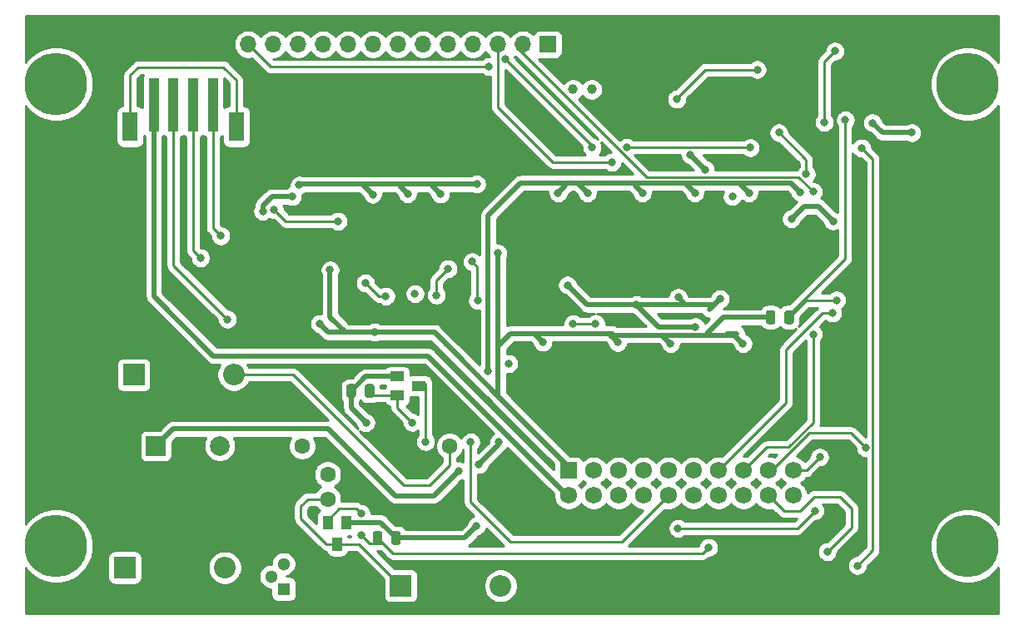
<source format=gbr>
G04 #@! TF.GenerationSoftware,KiCad,Pcbnew,(5.1.6-0-10_14)*
G04 #@! TF.CreationDate,2020-09-03T10:58:02-04:00*
G04 #@! TF.ProjectId,Pufferfish-Interface-2,50756666-6572-4666-9973-682d496e7465,rev?*
G04 #@! TF.SameCoordinates,Original*
G04 #@! TF.FileFunction,Copper,L2,Bot*
G04 #@! TF.FilePolarity,Positive*
%FSLAX46Y46*%
G04 Gerber Fmt 4.6, Leading zero omitted, Abs format (unit mm)*
G04 Created by KiCad (PCBNEW (5.1.6-0-10_14)) date 2020-09-03 10:58:02*
%MOMM*%
%LPD*%
G01*
G04 APERTURE LIST*
G04 #@! TA.AperFunction,ComponentPad*
%ADD10C,6.350000*%
G04 #@! TD*
G04 #@! TA.AperFunction,ComponentPad*
%ADD11O,1.700000X1.700000*%
G04 #@! TD*
G04 #@! TA.AperFunction,ComponentPad*
%ADD12R,1.700000X1.700000*%
G04 #@! TD*
G04 #@! TA.AperFunction,ComponentPad*
%ADD13O,2.200000X2.200000*%
G04 #@! TD*
G04 #@! TA.AperFunction,ComponentPad*
%ADD14R,2.200000X2.200000*%
G04 #@! TD*
G04 #@! TA.AperFunction,ComponentPad*
%ADD15R,2.000000X2.000000*%
G04 #@! TD*
G04 #@! TA.AperFunction,ComponentPad*
%ADD16C,2.000000*%
G04 #@! TD*
G04 #@! TA.AperFunction,ComponentPad*
%ADD17C,1.000000*%
G04 #@! TD*
G04 #@! TA.AperFunction,ComponentPad*
%ADD18R,1.300000X1.300000*%
G04 #@! TD*
G04 #@! TA.AperFunction,ComponentPad*
%ADD19C,1.300000*%
G04 #@! TD*
G04 #@! TA.AperFunction,ComponentPad*
%ADD20C,1.725000*%
G04 #@! TD*
G04 #@! TA.AperFunction,ComponentPad*
%ADD21R,1.725000X1.725000*%
G04 #@! TD*
G04 #@! TA.AperFunction,SMDPad,CuDef*
%ADD22R,1.400000X1.000000*%
G04 #@! TD*
G04 #@! TA.AperFunction,SMDPad,CuDef*
%ADD23R,1.000000X1.400000*%
G04 #@! TD*
G04 #@! TA.AperFunction,SMDPad,CuDef*
%ADD24R,1.000000X5.500000*%
G04 #@! TD*
G04 #@! TA.AperFunction,SMDPad,CuDef*
%ADD25R,1.600000X3.000000*%
G04 #@! TD*
G04 #@! TA.AperFunction,ComponentPad*
%ADD26C,1.600000*%
G04 #@! TD*
G04 #@! TA.AperFunction,ViaPad*
%ADD27C,0.800000*%
G04 #@! TD*
G04 #@! TA.AperFunction,Conductor*
%ADD28C,0.250000*%
G04 #@! TD*
G04 #@! TA.AperFunction,Conductor*
%ADD29C,0.508000*%
G04 #@! TD*
G04 #@! TA.AperFunction,NonConductor*
%ADD30C,0.254000*%
G04 #@! TD*
G04 APERTURE END LIST*
D10*
X76200000Y-49530000D03*
X76200000Y-2540000D03*
X-16510000Y-49530000D03*
X-16510000Y-2540000D03*
D11*
X3020000Y1500000D03*
X5560000Y1500000D03*
X8100000Y1500000D03*
X10640000Y1500000D03*
X13180000Y1500000D03*
X15720000Y1500000D03*
X18260000Y1500000D03*
X20800000Y1500000D03*
X23340000Y1500000D03*
X25880000Y1500000D03*
X28420000Y1500000D03*
X30960000Y1500000D03*
D12*
X33500000Y1500000D03*
D13*
X645380Y-51745980D03*
D14*
X-9514620Y-51745980D03*
D15*
X-6370000Y-39370000D03*
D16*
X130000Y-39370000D03*
D17*
X36050000Y-3100000D03*
X37950000Y-3100000D03*
G04 #@! TA.AperFunction,SMDPad,CuDef*
G36*
G01*
X57540000Y-26736250D02*
X57540000Y-25823750D01*
G75*
G02*
X57783750Y-25580000I243750J0D01*
G01*
X58271250Y-25580000D01*
G75*
G02*
X58515000Y-25823750I0J-243750D01*
G01*
X58515000Y-26736250D01*
G75*
G02*
X58271250Y-26980000I-243750J0D01*
G01*
X57783750Y-26980000D01*
G75*
G02*
X57540000Y-26736250I0J243750D01*
G01*
G37*
G04 #@! TD.AperFunction*
G04 #@! TA.AperFunction,SMDPad,CuDef*
G36*
G01*
X55665000Y-26736250D02*
X55665000Y-25823750D01*
G75*
G02*
X55908750Y-25580000I243750J0D01*
G01*
X56396250Y-25580000D01*
G75*
G02*
X56640000Y-25823750I0J-243750D01*
G01*
X56640000Y-26736250D01*
G75*
G02*
X56396250Y-26980000I-243750J0D01*
G01*
X55908750Y-26980000D01*
G75*
G02*
X55665000Y-26736250I0J243750D01*
G01*
G37*
G04 #@! TD.AperFunction*
D18*
X6630000Y-53920000D03*
D19*
X6630000Y-51380000D03*
X5360000Y-52650000D03*
D20*
X58453500Y-44409840D03*
X58453500Y-41869840D03*
X55913500Y-44409840D03*
X55913500Y-41869840D03*
X48293500Y-41869840D03*
X48293500Y-44409840D03*
X50833500Y-41869840D03*
X50833500Y-44409840D03*
X53373500Y-41869840D03*
X53373500Y-44409840D03*
X40673500Y-41869840D03*
X35593500Y-44409840D03*
X38133500Y-41869840D03*
X40673500Y-44409840D03*
D21*
X35593500Y-41869840D03*
D20*
X43213500Y-41869840D03*
X43213500Y-44409840D03*
X45753500Y-41869840D03*
X45753500Y-44409840D03*
X38133500Y-44409840D03*
D22*
X20376060Y-33258760D03*
X18176060Y-32308760D03*
X18176060Y-34208760D03*
D23*
X12070120Y-49355100D03*
X13020120Y-47155100D03*
X11120120Y-47155100D03*
G04 #@! TA.AperFunction,SMDPad,CuDef*
G36*
G01*
X13987600Y-33307970D02*
X13987600Y-34220470D01*
G75*
G02*
X13743850Y-34464220I-243750J0D01*
G01*
X13256350Y-34464220D01*
G75*
G02*
X13012600Y-34220470I0J243750D01*
G01*
X13012600Y-33307970D01*
G75*
G02*
X13256350Y-33064220I243750J0D01*
G01*
X13743850Y-33064220D01*
G75*
G02*
X13987600Y-33307970I0J-243750D01*
G01*
G37*
G04 #@! TD.AperFunction*
G04 #@! TA.AperFunction,SMDPad,CuDef*
G36*
G01*
X15862600Y-33307970D02*
X15862600Y-34220470D01*
G75*
G02*
X15618850Y-34464220I-243750J0D01*
G01*
X15131350Y-34464220D01*
G75*
G02*
X14887600Y-34220470I0J243750D01*
G01*
X14887600Y-33307970D01*
G75*
G02*
X15131350Y-33064220I243750J0D01*
G01*
X15618850Y-33064220D01*
G75*
G02*
X15862600Y-33307970I0J-243750D01*
G01*
G37*
G04 #@! TD.AperFunction*
G04 #@! TA.AperFunction,SMDPad,CuDef*
G36*
G01*
X17574680Y-49191230D02*
X17574680Y-48278730D01*
G75*
G02*
X17818430Y-48034980I243750J0D01*
G01*
X18305930Y-48034980D01*
G75*
G02*
X18549680Y-48278730I0J-243750D01*
G01*
X18549680Y-49191230D01*
G75*
G02*
X18305930Y-49434980I-243750J0D01*
G01*
X17818430Y-49434980D01*
G75*
G02*
X17574680Y-49191230I0J243750D01*
G01*
G37*
G04 #@! TD.AperFunction*
G04 #@! TA.AperFunction,SMDPad,CuDef*
G36*
G01*
X15699680Y-49191230D02*
X15699680Y-48278730D01*
G75*
G02*
X15943430Y-48034980I243750J0D01*
G01*
X16430930Y-48034980D01*
G75*
G02*
X16674680Y-48278730I0J-243750D01*
G01*
X16674680Y-49191230D01*
G75*
G02*
X16430930Y-49434980I-243750J0D01*
G01*
X15943430Y-49434980D01*
G75*
G02*
X15699680Y-49191230I0J243750D01*
G01*
G37*
G04 #@! TD.AperFunction*
D13*
X1550000Y-32130000D03*
D14*
X-8610000Y-32130000D03*
D13*
X28702000Y-53594000D03*
D14*
X18542000Y-53594000D03*
D24*
X-4573780Y-4645660D03*
X-2573780Y-4645660D03*
X-6573780Y-4645660D03*
X-573780Y-4645660D03*
D25*
X-8973780Y-6895660D03*
X1826220Y-6895660D03*
D26*
X11102000Y-44770000D03*
X11102000Y-42270000D03*
X8502000Y-39370000D03*
X23502000Y-39370000D03*
D27*
X45974000Y-28956000D03*
X53340000Y-28956000D03*
X32992060Y-28821380D03*
X15905480Y-27795220D03*
X40604440Y-28823920D03*
X28430220Y-19766280D03*
X26271220Y-12730480D03*
X15684500Y-13771880D03*
X19235420Y-13708380D03*
X22585680Y-13731240D03*
X8210000Y-12830000D03*
X11350000Y-21460000D03*
X10300000Y-26930000D03*
X21066000Y-38934900D03*
X15000000Y-37000000D03*
X66500000Y-6500000D03*
X70500000Y-7500000D03*
X42500000Y-25000000D03*
X62500000Y-16500000D03*
X58265410Y-16265410D03*
X29500000Y-31000000D03*
X4500000Y-15500000D03*
X7500000Y-14000000D03*
X51000000Y-24403220D03*
X46750000Y-24250000D03*
X48500000Y-27243480D03*
X28500000Y-39000000D03*
X26500000Y-41250000D03*
X35500000Y-23000000D03*
X26250000Y-47500000D03*
X48000000Y-9750000D03*
X49500000Y-11250000D03*
X52250000Y-14000000D03*
X46736000Y-47752000D03*
X27432000Y-31750000D03*
X37531040Y-13634720D03*
X43119040Y-13634720D03*
X48453040Y-13634720D03*
X19702780Y-36974780D03*
X25654000Y-38973760D03*
X14488160Y-46217840D03*
X14488160Y-48407320D03*
X36068000Y-26924000D03*
X38358653Y-26919347D03*
X25806400Y-20616080D03*
X49847500Y-49690020D03*
X241300Y-17985740D03*
X-1833880Y-20246340D03*
X906780Y-26482040D03*
X26357580Y-24571960D03*
X17020540Y-24132540D03*
X19987260Y-23881080D03*
X22166580Y-24030940D03*
X23347680Y-21341080D03*
X60660280Y-45961300D03*
X53947060Y-13634720D03*
X59159140Y-13538200D03*
X34550000Y-13630000D03*
X24420000Y-41890000D03*
X60500000Y-28000000D03*
X62860000Y-24540000D03*
X54800000Y-1080000D03*
X46600000Y-4090000D03*
X63760000Y-6210000D03*
X61610000Y-6440000D03*
X62682653Y802653D03*
X61920000Y-50130000D03*
X61147960Y-40505380D03*
X65830000Y-39540000D03*
X62450000Y-25840000D03*
X29145000Y0D03*
X38000000Y-9000000D03*
X40000000Y-10500000D03*
X60500000Y-13500000D03*
X14935200Y-22801580D03*
X57000000Y-7500000D03*
X59782347Y-11717653D03*
X65410000Y-9060000D03*
X64980000Y-51540000D03*
X5666740Y-15321280D03*
X12152203Y-16514237D03*
X54090000Y-9020000D03*
X27500000Y-775000D03*
X41512653Y-8987347D03*
D28*
X23502000Y-41335002D02*
X23502000Y-39370000D01*
X21442001Y-43395001D02*
X23502000Y-41335002D01*
X2468880Y-32115760D02*
X7597140Y-32115760D01*
X18876381Y-43395001D02*
X20577439Y-43395001D01*
X7597140Y-32115760D02*
X18876381Y-43395001D01*
X20577439Y-43395001D02*
X21442001Y-43395001D01*
X18757001Y-43395001D02*
X20577439Y-43395001D01*
D29*
X35560000Y-41910000D02*
X35560000Y-41402000D01*
X28448000Y-31496000D02*
X28448000Y-30988000D01*
X28448000Y-34290000D02*
X28448000Y-31496000D01*
X28448000Y-29210000D02*
X29718000Y-27940000D01*
X28448000Y-31496000D02*
X28448000Y-29210000D01*
X29718000Y-27940000D02*
X32004000Y-27940000D01*
X35560000Y-41402000D02*
X29210000Y-35052000D01*
X29210000Y-35052000D02*
X28448000Y-34290000D01*
X32110680Y-27940000D02*
X32992060Y-28821380D01*
X29718000Y-27940000D02*
X31912560Y-27940000D01*
X31912560Y-27940000D02*
X32110680Y-27940000D01*
X31912560Y-27940000D02*
X39878000Y-27940000D01*
X39878000Y-27940000D02*
X40065960Y-27940000D01*
X39878000Y-28097480D02*
X40604440Y-28823920D01*
X39878000Y-27940000D02*
X39878000Y-28097480D01*
X21953220Y-27795220D02*
X23461980Y-29303980D01*
X15905480Y-27795220D02*
X21953220Y-27795220D01*
X23461980Y-29303980D02*
X23114000Y-28956000D01*
X29210000Y-35052000D02*
X23461980Y-29303980D01*
X28448000Y-19784060D02*
X28430220Y-19766280D01*
X28448000Y-29210000D02*
X28448000Y-19784060D01*
X14686280Y-12773660D02*
X15684500Y-13771880D01*
X14686280Y-12730480D02*
X14686280Y-12773660D01*
X14686280Y-12730480D02*
X10817860Y-12730480D01*
X18389600Y-12862560D02*
X18389600Y-12730480D01*
X18389600Y-12730480D02*
X14686280Y-12730480D01*
X19235420Y-13708380D02*
X18389600Y-12862560D01*
X21724620Y-12870180D02*
X21724620Y-12730480D01*
X21724620Y-12730480D02*
X18389600Y-12730480D01*
X22585680Y-13731240D02*
X21724620Y-12870180D01*
X26271220Y-12730480D02*
X21724620Y-12730480D01*
X10817860Y-12730480D02*
X8547100Y-12730480D01*
X12915220Y-27795220D02*
X15905480Y-27795220D01*
X11350000Y-26230000D02*
X12915220Y-27795220D01*
X11350000Y-21460000D02*
X11350000Y-26230000D01*
X11165220Y-27795220D02*
X10300000Y-26930000D01*
X12915220Y-27795220D02*
X11165220Y-27795220D01*
X51690000Y-27940000D02*
X52740000Y-27940000D01*
X51690000Y-27940000D02*
X52324000Y-27940000D01*
X51320000Y-26280000D02*
X56152500Y-26280000D01*
X49660000Y-27940000D02*
X51320000Y-26280000D01*
X52481480Y-28097480D02*
X52567000Y-28183000D01*
X52567000Y-28183000D02*
X53340000Y-28956000D01*
X52324000Y-27940000D02*
X52567000Y-28183000D01*
X44847480Y-28097480D02*
X52481480Y-28097480D01*
X45115480Y-28097480D02*
X44847480Y-28097480D01*
X45974000Y-28956000D02*
X45115480Y-28097480D01*
X39878000Y-28097480D02*
X44847480Y-28097480D01*
D28*
X21066000Y-33020000D02*
X21066000Y-38934900D01*
X8382000Y-45466000D02*
X9078000Y-44770000D01*
X8382000Y-46736000D02*
X8382000Y-45466000D01*
X9078000Y-44770000D02*
X11102000Y-44770000D01*
X11001100Y-49355100D02*
X12070120Y-49355100D01*
X8382000Y-46736000D02*
X11001100Y-49355100D01*
X14303100Y-49355100D02*
X18542000Y-53594000D01*
X12070120Y-49355100D02*
X14303100Y-49355100D01*
D29*
X13482320Y-33782000D02*
X13500100Y-33764220D01*
X14955560Y-32308760D02*
X13500100Y-33764220D01*
X18176060Y-32308760D02*
X14955560Y-32308760D01*
X16482300Y-47155100D02*
X13020120Y-47155100D01*
X18062180Y-48734980D02*
X16482300Y-47155100D01*
X13500100Y-35500100D02*
X15000000Y-37000000D01*
X13500100Y-33764220D02*
X13500100Y-35500100D01*
X67500000Y-7500000D02*
X66500000Y-6500000D01*
X70500000Y-7500000D02*
X67500000Y-7500000D01*
X62500000Y-16500000D02*
X61000000Y-15000000D01*
X61000000Y-15000000D02*
X59530820Y-15000000D01*
X59530820Y-15000000D02*
X58265410Y-16265410D01*
X5434315Y-14000000D02*
X7500000Y-14000000D01*
X4500000Y-14934315D02*
X5434315Y-14000000D01*
X4500000Y-15500000D02*
X4500000Y-14934315D01*
X49903220Y-25500000D02*
X51000000Y-24403220D01*
X50403220Y-25000000D02*
X51000000Y-24403220D01*
X46750000Y-24250000D02*
X47500000Y-25000000D01*
X47500000Y-25000000D02*
X50403220Y-25000000D01*
X42500000Y-25000000D02*
X47500000Y-25000000D01*
X42500000Y-25000000D02*
X44750000Y-27250000D01*
X44756520Y-27243480D02*
X48500000Y-27243480D01*
X44750000Y-27250000D02*
X44756520Y-27243480D01*
X28500000Y-39250000D02*
X26500000Y-41250000D01*
X28500000Y-39000000D02*
X28500000Y-39250000D01*
X37500000Y-25000000D02*
X42500000Y-25000000D01*
X35500000Y-23000000D02*
X37500000Y-25000000D01*
X25015020Y-48734980D02*
X26250000Y-47500000D01*
X18062180Y-48734980D02*
X25015020Y-48734980D01*
X48000000Y-9750000D02*
X49500000Y-11250000D01*
X36515040Y-12618720D02*
X37531040Y-13634720D01*
X35753040Y-12618720D02*
X36515040Y-12618720D01*
X42357040Y-12872720D02*
X43119040Y-13634720D01*
X42357040Y-12618720D02*
X42357040Y-12872720D01*
X35753040Y-12618720D02*
X42357040Y-12618720D01*
X47437040Y-12618720D02*
X48453040Y-13634720D01*
X46929040Y-12618720D02*
X47437040Y-12618720D01*
X42357040Y-12618720D02*
X46929040Y-12618720D01*
X46929040Y-12618720D02*
X48961040Y-12618720D01*
D28*
X18088060Y-34020760D02*
X18276060Y-34208760D01*
X18276060Y-34208760D02*
X18276060Y-33823758D01*
X25654000Y-43273980D02*
X25654000Y-43472340D01*
X17731520Y-33764220D02*
X18176060Y-34208760D01*
X15819640Y-34208760D02*
X15375100Y-33764220D01*
X18176060Y-34208760D02*
X15819640Y-34208760D01*
X18176060Y-35448060D02*
X19702780Y-36974780D01*
X18176060Y-34208760D02*
X18176060Y-35448060D01*
X25654000Y-38973760D02*
X25654000Y-43273980D01*
X11120120Y-47155100D02*
X11120120Y-46956980D01*
X16187180Y-48537158D02*
X16187180Y-48734980D01*
X11120120Y-47155100D02*
X11120120Y-46913800D01*
X11120120Y-46913800D02*
X12275820Y-45758100D01*
X12275820Y-45758100D02*
X13662660Y-45758100D01*
X14028420Y-45758100D02*
X14488160Y-46217840D01*
X13662660Y-45758100D02*
X14028420Y-45758100D01*
X14488160Y-48407320D02*
X15336520Y-49255680D01*
X16707880Y-49255680D02*
X17384910Y-49932710D01*
X15336520Y-49255680D02*
X16707880Y-49255680D01*
X16187180Y-48734980D02*
X17384910Y-49932710D01*
X1826220Y-2171660D02*
X1826220Y-6895660D01*
X-8145780Y-835660D02*
X490220Y-835660D01*
X-8973780Y-1663660D02*
X-8145780Y-835660D01*
X490220Y-835660D02*
X1826220Y-2171660D01*
X-8973780Y-6895660D02*
X-8973780Y-1663660D01*
X-573780Y-4645660D02*
X-573780Y-6979660D01*
X38354000Y-26924000D02*
X38358653Y-26919347D01*
X36068000Y-26924000D02*
X38354000Y-26924000D01*
X25806400Y-20616080D02*
X26332180Y-21141860D01*
X26332180Y-21141860D02*
X26332180Y-24524012D01*
X43155870Y-47014130D02*
X45720000Y-44450000D01*
X42618660Y-47551340D02*
X43155870Y-47014130D01*
D29*
X-6573780Y-12408762D02*
X-6556301Y-12426241D01*
X-6573780Y-4645660D02*
X-6573780Y-12408762D01*
X-6556301Y-11999521D02*
X-6556301Y-12426241D01*
X35557798Y-44450000D02*
X35560000Y-44450000D01*
X21333798Y-30226000D02*
X35557798Y-44450000D01*
X-508000Y-30226000D02*
X21333798Y-30226000D01*
X-6556301Y-24177699D02*
X-508000Y-30226000D01*
X-6556301Y-12426241D02*
X-6556301Y-24177699D01*
D28*
X-573780Y-4645660D02*
X-573780Y-10589000D01*
X-573780Y-17170660D02*
X241300Y-17985740D01*
X-573780Y-10589000D02*
X-573780Y-17170660D01*
X-2573780Y-11062460D02*
X-2573780Y-19506440D01*
X-2573780Y-4645660D02*
X-2573780Y-11062460D01*
X-2573780Y-19506440D02*
X-1833880Y-20246340D01*
X-2573780Y-11062460D02*
X-2573780Y-11319000D01*
X-4573780Y-4645660D02*
X-4573780Y-7426200D01*
X-4573780Y-7426200D02*
X-4573780Y-8185660D01*
X-4573780Y-11588240D02*
X-4573780Y-21001480D01*
X-4573780Y-21001480D02*
X906780Y-26482040D01*
X-4573780Y-7426200D02*
X-4573780Y-11588240D01*
X-4573780Y-11588240D02*
X-4573780Y-11795000D01*
X26332180Y-24546560D02*
X26357580Y-24571960D01*
X26332180Y-24524012D02*
X26332180Y-24546560D01*
X16799560Y-24132540D02*
X17020540Y-24132540D01*
X19885660Y-23881080D02*
X19987260Y-23881080D01*
X22166580Y-23964900D02*
X22166580Y-24030940D01*
X22166580Y-22522180D02*
X23347680Y-21341080D01*
X22166580Y-24030940D02*
X22166580Y-22522180D01*
X58869580Y-47752000D02*
X55008780Y-47752000D01*
X55008780Y-47752000D02*
X46736000Y-47752000D01*
X60660280Y-45961300D02*
X58869580Y-47752000D01*
X55626000Y-47752000D02*
X55008780Y-47752000D01*
D29*
X51356260Y-12618720D02*
X52931060Y-12618720D01*
X52931060Y-12618720D02*
X53947060Y-13634720D01*
X48961040Y-12618720D02*
X51356260Y-12618720D01*
X51356260Y-12618720D02*
X53787040Y-12618720D01*
X58239660Y-12618720D02*
X59159140Y-13538200D01*
X53787040Y-12618720D02*
X58239660Y-12618720D01*
X35278720Y-12901280D02*
X35278720Y-12618720D01*
X34550000Y-13630000D02*
X35278720Y-12901280D01*
X35278720Y-12618720D02*
X35753040Y-12618720D01*
X30721280Y-12618720D02*
X34448720Y-12618720D01*
X27432000Y-15908000D02*
X30721280Y-12618720D01*
X27432000Y-31750000D02*
X27432000Y-15908000D01*
X34448720Y-12618720D02*
X35278720Y-12618720D01*
X34069020Y-12618720D02*
X34448720Y-12618720D01*
X11170000Y-37640000D02*
X-4640000Y-37640000D01*
X17960000Y-44430000D02*
X11170000Y-37640000D01*
X21880000Y-44430000D02*
X17960000Y-44430000D01*
X-4640000Y-37640000D02*
X-6370000Y-39370000D01*
X24420000Y-41890000D02*
X21880000Y-44430000D01*
D28*
X25654000Y-45090320D02*
X25654000Y-43273980D01*
X29715220Y-49151540D02*
X25654000Y-45090320D01*
X41018460Y-49151540D02*
X29715220Y-49151540D01*
X43155870Y-47014130D02*
X41018460Y-49151540D01*
X49245520Y-50292000D02*
X49847500Y-49690020D01*
X17744200Y-50292000D02*
X49245520Y-50292000D01*
X17384910Y-49932710D02*
X17744200Y-50292000D01*
X55743340Y-39500000D02*
X53373500Y-41869840D01*
X58000000Y-39500000D02*
X55743340Y-39500000D01*
X60500000Y-37000000D02*
X58000000Y-39500000D01*
X60500000Y-28000000D02*
X60500000Y-37000000D01*
X59767500Y-24540000D02*
X62860000Y-24540000D01*
X58027500Y-26280000D02*
X59767500Y-24540000D01*
X54800000Y-1080000D02*
X49490000Y-1080000D01*
X46600000Y-3970000D02*
X46600000Y-4090000D01*
X49490000Y-1080000D02*
X46600000Y-3970000D01*
X63760000Y-6210000D02*
X63760000Y-20310000D01*
X58027500Y-26042500D02*
X58027500Y-26280000D01*
X63760000Y-20310000D02*
X58027500Y-26042500D01*
X61610000Y-270000D02*
X62682653Y802653D01*
X61610000Y-6440000D02*
X61610000Y-270000D01*
X57101001Y-45597341D02*
X57117341Y-45597341D01*
X55913500Y-44409840D02*
X57101001Y-45597341D01*
X57117341Y-45597341D02*
X57510000Y-45990000D01*
X57510000Y-45990000D02*
X59130000Y-45990000D01*
X59130000Y-45990000D02*
X60580000Y-44540000D01*
X60580000Y-44540000D02*
X63210000Y-44540000D01*
X63210000Y-44540000D02*
X64410000Y-45740000D01*
X64410000Y-47640000D02*
X61920000Y-50130000D01*
X64410000Y-45740000D02*
X64410000Y-47640000D01*
X59783500Y-41869840D02*
X58870010Y-41869840D01*
X61147960Y-40505380D02*
X59783500Y-41869840D01*
X65830000Y-39540000D02*
X64350000Y-38060000D01*
X56266570Y-41869840D02*
X55913500Y-41869840D01*
X60076410Y-38060000D02*
X56266570Y-41869840D01*
X64350000Y-38060000D02*
X60076410Y-38060000D01*
X62450000Y-25840000D02*
X61460000Y-25840000D01*
X61460000Y-25840000D02*
X57710000Y-29590000D01*
X57710000Y-34993340D02*
X50833500Y-41869840D01*
X57710000Y-29590000D02*
X57710000Y-34993340D01*
X38000000Y-8855000D02*
X38000000Y-9000000D01*
X29145000Y0D02*
X38000000Y-8855000D01*
X40000000Y-10500000D02*
X36725478Y-10500000D01*
X34000000Y-10500000D02*
X40000000Y-10500000D01*
X28420000Y-4920000D02*
X34000000Y-10500000D01*
X28420000Y1500000D02*
X28420000Y-4920000D01*
X58960290Y-12039710D02*
X59000000Y-12000000D01*
X43539710Y-12039710D02*
X58960290Y-12039710D01*
X30500000Y1000000D02*
X43539710Y-12039710D01*
X59000000Y-12000000D02*
X60500000Y-13500000D01*
X16291560Y-24132540D02*
X16042640Y-23883620D01*
X17020540Y-24132540D02*
X16291560Y-24132540D01*
X16042640Y-23883620D02*
X16182340Y-24023320D01*
X16266160Y-24132540D02*
X16291560Y-24132540D01*
X14935200Y-22801580D02*
X16266160Y-24132540D01*
X59782347Y-10282347D02*
X59782347Y-11717653D01*
X57000000Y-7500000D02*
X59782347Y-10282347D01*
X66555001Y-10205001D02*
X66555001Y-49964999D01*
X66555001Y-49964999D02*
X64980000Y-51540000D01*
X65410000Y-9060000D02*
X66555001Y-10205001D01*
X6859697Y-16514237D02*
X12152203Y-16514237D01*
X5666740Y-15321280D02*
X6859697Y-16514237D01*
X5295000Y-775000D02*
X27500000Y-775000D01*
X3020000Y1500000D02*
X5295000Y-775000D01*
X46447347Y-8987347D02*
X46480000Y-9020000D01*
X41512653Y-8987347D02*
X46447347Y-8987347D01*
X46480000Y-9020000D02*
X46340000Y-9020000D01*
X54090000Y-9020000D02*
X46480000Y-9020000D01*
D30*
G36*
X79300001Y-321661D02*
G01*
X79159420Y-111267D01*
X78628733Y419420D01*
X78004712Y836378D01*
X77311336Y1123584D01*
X76575252Y1270000D01*
X75824748Y1270000D01*
X75088664Y1123584D01*
X74395288Y836378D01*
X73771267Y419420D01*
X73240580Y-111267D01*
X72823622Y-735288D01*
X72536416Y-1428664D01*
X72390000Y-2164748D01*
X72390000Y-2915252D01*
X72536416Y-3651336D01*
X72823622Y-4344712D01*
X73240580Y-4968733D01*
X73771267Y-5499420D01*
X74395288Y-5916378D01*
X75088664Y-6203584D01*
X75824748Y-6350000D01*
X76575252Y-6350000D01*
X77311336Y-6203584D01*
X78004712Y-5916378D01*
X78628733Y-5499420D01*
X79159420Y-4968733D01*
X79300001Y-4758339D01*
X79300000Y-47311660D01*
X79159420Y-47101267D01*
X78628733Y-46570580D01*
X78004712Y-46153622D01*
X77311336Y-45866416D01*
X76575252Y-45720000D01*
X75824748Y-45720000D01*
X75088664Y-45866416D01*
X74395288Y-46153622D01*
X73771267Y-46570580D01*
X73240580Y-47101267D01*
X72823622Y-47725288D01*
X72536416Y-48418664D01*
X72390000Y-49154748D01*
X72390000Y-49905252D01*
X72536416Y-50641336D01*
X72823622Y-51334712D01*
X73240580Y-51958733D01*
X73771267Y-52489420D01*
X74395288Y-52906378D01*
X75088664Y-53193584D01*
X75824748Y-53340000D01*
X76575252Y-53340000D01*
X77311336Y-53193584D01*
X78004712Y-52906378D01*
X78628733Y-52489420D01*
X79159420Y-51958733D01*
X79300000Y-51748340D01*
X79300000Y-56440000D01*
X-19610000Y-56440000D01*
X-19610000Y-51748340D01*
X-19469420Y-51958733D01*
X-18938733Y-52489420D01*
X-18314712Y-52906378D01*
X-17621336Y-53193584D01*
X-16885252Y-53340000D01*
X-16134748Y-53340000D01*
X-15398664Y-53193584D01*
X-14705288Y-52906378D01*
X-14081267Y-52489420D01*
X-13550580Y-51958733D01*
X-13133622Y-51334712D01*
X-12848340Y-50645980D01*
X-11252692Y-50645980D01*
X-11252692Y-52845980D01*
X-11240432Y-52970462D01*
X-11204122Y-53090160D01*
X-11145157Y-53200474D01*
X-11065805Y-53297165D01*
X-10969114Y-53376517D01*
X-10858800Y-53435482D01*
X-10739102Y-53471792D01*
X-10614620Y-53484052D01*
X-8414620Y-53484052D01*
X-8290138Y-53471792D01*
X-8170440Y-53435482D01*
X-8060126Y-53376517D01*
X-7963435Y-53297165D01*
X-7884083Y-53200474D01*
X-7825118Y-53090160D01*
X-7788808Y-52970462D01*
X-7776548Y-52845980D01*
X-7776548Y-51575097D01*
X-1089620Y-51575097D01*
X-1089620Y-51916863D01*
X-1022945Y-52252061D01*
X-892157Y-52567811D01*
X-702283Y-52851978D01*
X-460618Y-53093643D01*
X-176451Y-53283517D01*
X139299Y-53414305D01*
X474497Y-53480980D01*
X816263Y-53480980D01*
X1151461Y-53414305D01*
X1467211Y-53283517D01*
X1751378Y-53093643D01*
X1993043Y-52851978D01*
X2182917Y-52567811D01*
X2201296Y-52523439D01*
X4075000Y-52523439D01*
X4075000Y-52776561D01*
X4124381Y-53024821D01*
X4221247Y-53258676D01*
X4361875Y-53469140D01*
X4540860Y-53648125D01*
X4751324Y-53788753D01*
X4985179Y-53885619D01*
X5233439Y-53935000D01*
X5341928Y-53935000D01*
X5341928Y-54570000D01*
X5354188Y-54694482D01*
X5390498Y-54814180D01*
X5449463Y-54924494D01*
X5528815Y-55021185D01*
X5625506Y-55100537D01*
X5735820Y-55159502D01*
X5855518Y-55195812D01*
X5980000Y-55208072D01*
X7280000Y-55208072D01*
X7404482Y-55195812D01*
X7524180Y-55159502D01*
X7634494Y-55100537D01*
X7731185Y-55021185D01*
X7810537Y-54924494D01*
X7869502Y-54814180D01*
X7905812Y-54694482D01*
X7918072Y-54570000D01*
X7918072Y-53270000D01*
X7905812Y-53145518D01*
X7869502Y-53025820D01*
X7810537Y-52915506D01*
X7731185Y-52818815D01*
X7634494Y-52739463D01*
X7524180Y-52680498D01*
X7404482Y-52644188D01*
X7280000Y-52631928D01*
X6922828Y-52631928D01*
X7004821Y-52615619D01*
X7238676Y-52518753D01*
X7449140Y-52378125D01*
X7628125Y-52199140D01*
X7768753Y-51988676D01*
X7865619Y-51754821D01*
X7915000Y-51506561D01*
X7915000Y-51253439D01*
X7865619Y-51005179D01*
X7768753Y-50771324D01*
X7628125Y-50560860D01*
X7449140Y-50381875D01*
X7238676Y-50241247D01*
X7004821Y-50144381D01*
X6756561Y-50095000D01*
X6503439Y-50095000D01*
X6255179Y-50144381D01*
X6021324Y-50241247D01*
X5810860Y-50381875D01*
X5631875Y-50560860D01*
X5491247Y-50771324D01*
X5394381Y-51005179D01*
X5345000Y-51253439D01*
X5345000Y-51365000D01*
X5233439Y-51365000D01*
X4985179Y-51414381D01*
X4751324Y-51511247D01*
X4540860Y-51651875D01*
X4361875Y-51830860D01*
X4221247Y-52041324D01*
X4124381Y-52275179D01*
X4075000Y-52523439D01*
X2201296Y-52523439D01*
X2313705Y-52252061D01*
X2380380Y-51916863D01*
X2380380Y-51575097D01*
X2313705Y-51239899D01*
X2182917Y-50924149D01*
X1993043Y-50639982D01*
X1751378Y-50398317D01*
X1467211Y-50208443D01*
X1151461Y-50077655D01*
X816263Y-50010980D01*
X474497Y-50010980D01*
X139299Y-50077655D01*
X-176451Y-50208443D01*
X-460618Y-50398317D01*
X-702283Y-50639982D01*
X-892157Y-50924149D01*
X-1022945Y-51239899D01*
X-1089620Y-51575097D01*
X-7776548Y-51575097D01*
X-7776548Y-50645980D01*
X-7788808Y-50521498D01*
X-7825118Y-50401800D01*
X-7884083Y-50291486D01*
X-7963435Y-50194795D01*
X-8060126Y-50115443D01*
X-8170440Y-50056478D01*
X-8290138Y-50020168D01*
X-8414620Y-50007908D01*
X-10614620Y-50007908D01*
X-10739102Y-50020168D01*
X-10858800Y-50056478D01*
X-10969114Y-50115443D01*
X-11065805Y-50194795D01*
X-11145157Y-50291486D01*
X-11204122Y-50401800D01*
X-11240432Y-50521498D01*
X-11252692Y-50645980D01*
X-12848340Y-50645980D01*
X-12846416Y-50641336D01*
X-12700000Y-49905252D01*
X-12700000Y-49154748D01*
X-12846416Y-48418664D01*
X-13133622Y-47725288D01*
X-13550580Y-47101267D01*
X-14081267Y-46570580D01*
X-14705288Y-46153622D01*
X-15398664Y-45866416D01*
X-16134748Y-45720000D01*
X-16885252Y-45720000D01*
X-17621336Y-45866416D01*
X-18314712Y-46153622D01*
X-18938733Y-46570580D01*
X-19469420Y-47101267D01*
X-19610000Y-47311660D01*
X-19610000Y-31030000D01*
X-10348072Y-31030000D01*
X-10348072Y-33230000D01*
X-10335812Y-33354482D01*
X-10299502Y-33474180D01*
X-10240537Y-33584494D01*
X-10161185Y-33681185D01*
X-10064494Y-33760537D01*
X-9954180Y-33819502D01*
X-9834482Y-33855812D01*
X-9710000Y-33868072D01*
X-7510000Y-33868072D01*
X-7385518Y-33855812D01*
X-7265820Y-33819502D01*
X-7155506Y-33760537D01*
X-7058815Y-33681185D01*
X-6979463Y-33584494D01*
X-6920498Y-33474180D01*
X-6884188Y-33354482D01*
X-6871928Y-33230000D01*
X-6871928Y-31030000D01*
X-6884188Y-30905518D01*
X-6920498Y-30785820D01*
X-6979463Y-30675506D01*
X-7058815Y-30578815D01*
X-7155506Y-30499463D01*
X-7265820Y-30440498D01*
X-7385518Y-30404188D01*
X-7510000Y-30391928D01*
X-9710000Y-30391928D01*
X-9834482Y-30404188D01*
X-9954180Y-30440498D01*
X-10064494Y-30499463D01*
X-10161185Y-30578815D01*
X-10240537Y-30675506D01*
X-10299502Y-30785820D01*
X-10335812Y-30905518D01*
X-10348072Y-31030000D01*
X-19610000Y-31030000D01*
X-19610000Y-4758340D01*
X-19469420Y-4968733D01*
X-18938733Y-5499420D01*
X-18314712Y-5916378D01*
X-17621336Y-6203584D01*
X-16885252Y-6350000D01*
X-16134748Y-6350000D01*
X-15398664Y-6203584D01*
X-14705288Y-5916378D01*
X-14081267Y-5499420D01*
X-13977507Y-5395660D01*
X-10411852Y-5395660D01*
X-10411852Y-8395660D01*
X-10399592Y-8520142D01*
X-10363282Y-8639840D01*
X-10304317Y-8750154D01*
X-10224965Y-8846845D01*
X-10128274Y-8926197D01*
X-10017960Y-8985162D01*
X-9898262Y-9021472D01*
X-9773780Y-9033732D01*
X-8173780Y-9033732D01*
X-8049298Y-9021472D01*
X-7929600Y-8985162D01*
X-7819286Y-8926197D01*
X-7722595Y-8846845D01*
X-7643243Y-8750154D01*
X-7584278Y-8639840D01*
X-7547968Y-8520142D01*
X-7535708Y-8395660D01*
X-7535708Y-7833755D01*
X-7524965Y-7846845D01*
X-7462780Y-7897879D01*
X-7462779Y-12365092D01*
X-7467080Y-12408762D01*
X-7449916Y-12583036D01*
X-7445301Y-12598250D01*
X-7445300Y-24134029D01*
X-7449601Y-24177699D01*
X-7432437Y-24351973D01*
X-7381603Y-24519551D01*
X-7347211Y-24583893D01*
X-7299053Y-24673990D01*
X-7187959Y-24809358D01*
X-7154042Y-24837193D01*
X-1167499Y-30823736D01*
X-1139659Y-30857659D01*
X-1004291Y-30968753D01*
X-849851Y-31051303D01*
X-783942Y-31071296D01*
X-682276Y-31102136D01*
X-649076Y-31105406D01*
X-551667Y-31115000D01*
X-551661Y-31115000D01*
X-508001Y-31119300D01*
X-464341Y-31115000D01*
X141534Y-31115000D01*
X12463Y-31308169D01*
X-118325Y-31623919D01*
X-185000Y-31959117D01*
X-185000Y-32300883D01*
X-118325Y-32636081D01*
X12463Y-32951831D01*
X202337Y-33235998D01*
X444002Y-33477663D01*
X728169Y-33667537D01*
X1043919Y-33798325D01*
X1379117Y-33865000D01*
X1720883Y-33865000D01*
X2056081Y-33798325D01*
X2371831Y-33667537D01*
X2655998Y-33477663D01*
X2897663Y-33235998D01*
X3087537Y-32951831D01*
X3119047Y-32875760D01*
X7282339Y-32875760D01*
X11154778Y-36748199D01*
X11126340Y-36751000D01*
X-4596341Y-36751000D01*
X-4640001Y-36746700D01*
X-4683661Y-36751000D01*
X-4683667Y-36751000D01*
X-4781076Y-36760594D01*
X-4814276Y-36763864D01*
X-4915942Y-36794704D01*
X-4981851Y-36814697D01*
X-5136291Y-36897247D01*
X-5271659Y-37008341D01*
X-5299494Y-37042258D01*
X-5989164Y-37731928D01*
X-7370000Y-37731928D01*
X-7494482Y-37744188D01*
X-7614180Y-37780498D01*
X-7724494Y-37839463D01*
X-7821185Y-37918815D01*
X-7900537Y-38015506D01*
X-7959502Y-38125820D01*
X-7995812Y-38245518D01*
X-8008072Y-38370000D01*
X-8008072Y-40370000D01*
X-7995812Y-40494482D01*
X-7959502Y-40614180D01*
X-7900537Y-40724494D01*
X-7821185Y-40821185D01*
X-7724494Y-40900537D01*
X-7614180Y-40959502D01*
X-7494482Y-40995812D01*
X-7370000Y-41008072D01*
X-5370000Y-41008072D01*
X-5245518Y-40995812D01*
X-5125820Y-40959502D01*
X-5015506Y-40900537D01*
X-4918815Y-40821185D01*
X-4839463Y-40724494D01*
X-4780498Y-40614180D01*
X-4744188Y-40494482D01*
X-4731928Y-40370000D01*
X-4731928Y-38989164D01*
X-4271764Y-38529000D01*
X-1274459Y-38529000D01*
X-1318918Y-38595537D01*
X-1442168Y-38893088D01*
X-1505000Y-39208967D01*
X-1505000Y-39531033D01*
X-1442168Y-39846912D01*
X-1318918Y-40144463D01*
X-1139987Y-40412252D01*
X-912252Y-40639987D01*
X-644463Y-40818918D01*
X-346912Y-40942168D01*
X-31033Y-41005000D01*
X291033Y-41005000D01*
X606912Y-40942168D01*
X904463Y-40818918D01*
X1172252Y-40639987D01*
X1399987Y-40412252D01*
X1578918Y-40144463D01*
X1702168Y-39846912D01*
X1765000Y-39531033D01*
X1765000Y-39208967D01*
X1702168Y-38893088D01*
X1578918Y-38595537D01*
X1534459Y-38529000D01*
X7338079Y-38529000D01*
X7230320Y-38690273D01*
X7122147Y-38951426D01*
X7067000Y-39228665D01*
X7067000Y-39511335D01*
X7122147Y-39788574D01*
X7230320Y-40049727D01*
X7387363Y-40284759D01*
X7587241Y-40484637D01*
X7822273Y-40641680D01*
X8083426Y-40749853D01*
X8360665Y-40805000D01*
X8643335Y-40805000D01*
X8920574Y-40749853D01*
X9181727Y-40641680D01*
X9416759Y-40484637D01*
X9616637Y-40284759D01*
X9773680Y-40049727D01*
X9881853Y-39788574D01*
X9937000Y-39511335D01*
X9937000Y-39228665D01*
X9881853Y-38951426D01*
X9773680Y-38690273D01*
X9665921Y-38529000D01*
X10801765Y-38529000D01*
X17300506Y-45027742D01*
X17328341Y-45061659D01*
X17463709Y-45172753D01*
X17618149Y-45255303D01*
X17684058Y-45275296D01*
X17785724Y-45306136D01*
X17818924Y-45309406D01*
X17916333Y-45319000D01*
X17916339Y-45319000D01*
X17959999Y-45323300D01*
X18003659Y-45319000D01*
X21836340Y-45319000D01*
X21880000Y-45323300D01*
X21923660Y-45319000D01*
X21923667Y-45319000D01*
X22054274Y-45306136D01*
X22221851Y-45255303D01*
X22376291Y-45172753D01*
X22511659Y-45061659D01*
X22539499Y-45027736D01*
X24672106Y-42895130D01*
X24721898Y-42885226D01*
X24894001Y-42813938D01*
X24894001Y-43236638D01*
X24894000Y-43236648D01*
X24894000Y-43509673D01*
X24894001Y-43509682D01*
X24894000Y-45052997D01*
X24890324Y-45090320D01*
X24894000Y-45127642D01*
X24894000Y-45127652D01*
X24904997Y-45239305D01*
X24933669Y-45333824D01*
X24948454Y-45382566D01*
X25019026Y-45514596D01*
X25054701Y-45558066D01*
X25113999Y-45630321D01*
X25143003Y-45654124D01*
X25986095Y-46497217D01*
X25948102Y-46504774D01*
X25759744Y-46582795D01*
X25590226Y-46696063D01*
X25446063Y-46840226D01*
X25332795Y-47009744D01*
X25254774Y-47198102D01*
X25244870Y-47247895D01*
X24646785Y-47845980D01*
X19069693Y-47845980D01*
X19039138Y-47788816D01*
X18929472Y-47655188D01*
X18795844Y-47545522D01*
X18643389Y-47464033D01*
X18477965Y-47413852D01*
X18305930Y-47396908D01*
X17981344Y-47396908D01*
X17141799Y-46557364D01*
X17113959Y-46523441D01*
X16978591Y-46412347D01*
X16824151Y-46329797D01*
X16656574Y-46278964D01*
X16525967Y-46266100D01*
X16525960Y-46266100D01*
X16482300Y-46261800D01*
X16438640Y-46266100D01*
X15523160Y-46266100D01*
X15523160Y-46115901D01*
X15483386Y-45915942D01*
X15405365Y-45727584D01*
X15292097Y-45558066D01*
X15147934Y-45413903D01*
X14978416Y-45300635D01*
X14790058Y-45222614D01*
X14590099Y-45182840D01*
X14525458Y-45182840D01*
X14452696Y-45123126D01*
X14320667Y-45052554D01*
X14177406Y-45009097D01*
X14065753Y-44998100D01*
X14065742Y-44998100D01*
X14028420Y-44994424D01*
X13991098Y-44998100D01*
X12519741Y-44998100D01*
X12537000Y-44911335D01*
X12537000Y-44628665D01*
X12481853Y-44351426D01*
X12373680Y-44090273D01*
X12216637Y-43855241D01*
X12016759Y-43655363D01*
X11814173Y-43520000D01*
X12016759Y-43384637D01*
X12216637Y-43184759D01*
X12373680Y-42949727D01*
X12481853Y-42688574D01*
X12537000Y-42411335D01*
X12537000Y-42128665D01*
X12481853Y-41851426D01*
X12373680Y-41590273D01*
X12216637Y-41355241D01*
X12016759Y-41155363D01*
X11781727Y-40998320D01*
X11520574Y-40890147D01*
X11243335Y-40835000D01*
X10960665Y-40835000D01*
X10683426Y-40890147D01*
X10422273Y-40998320D01*
X10187241Y-41155363D01*
X9987363Y-41355241D01*
X9830320Y-41590273D01*
X9722147Y-41851426D01*
X9667000Y-42128665D01*
X9667000Y-42411335D01*
X9722147Y-42688574D01*
X9830320Y-42949727D01*
X9987363Y-43184759D01*
X10187241Y-43384637D01*
X10389827Y-43520000D01*
X10187241Y-43655363D01*
X9987363Y-43855241D01*
X9883957Y-44010000D01*
X9115325Y-44010000D01*
X9078000Y-44006324D01*
X9040675Y-44010000D01*
X9040667Y-44010000D01*
X8929014Y-44020997D01*
X8785753Y-44064454D01*
X8653724Y-44135026D01*
X8537999Y-44229999D01*
X8514201Y-44258998D01*
X7870998Y-44902201D01*
X7842000Y-44925999D01*
X7818202Y-44954997D01*
X7818201Y-44954998D01*
X7747026Y-45041724D01*
X7676454Y-45173754D01*
X7651581Y-45255754D01*
X7633390Y-45315724D01*
X7632998Y-45317015D01*
X7618324Y-45466000D01*
X7622001Y-45503332D01*
X7622000Y-46698677D01*
X7618324Y-46736000D01*
X7622000Y-46773322D01*
X7622000Y-46773332D01*
X7632997Y-46884985D01*
X7670842Y-47009744D01*
X7676454Y-47028246D01*
X7747026Y-47160276D01*
X7784589Y-47206046D01*
X7841999Y-47276001D01*
X7871003Y-47299804D01*
X10437300Y-49866102D01*
X10461099Y-49895101D01*
X10576824Y-49990074D01*
X10708853Y-50060646D01*
X10852114Y-50104103D01*
X10937704Y-50112533D01*
X10944308Y-50179582D01*
X10980618Y-50299280D01*
X11039583Y-50409594D01*
X11118935Y-50506285D01*
X11215626Y-50585637D01*
X11325940Y-50644602D01*
X11445638Y-50680912D01*
X11570120Y-50693172D01*
X12570120Y-50693172D01*
X12694602Y-50680912D01*
X12814300Y-50644602D01*
X12924614Y-50585637D01*
X13021305Y-50506285D01*
X13100657Y-50409594D01*
X13159622Y-50299280D01*
X13195932Y-50179582D01*
X13202283Y-50115100D01*
X13988299Y-50115100D01*
X16803928Y-52930730D01*
X16803928Y-54694000D01*
X16816188Y-54818482D01*
X16852498Y-54938180D01*
X16911463Y-55048494D01*
X16990815Y-55145185D01*
X17087506Y-55224537D01*
X17197820Y-55283502D01*
X17317518Y-55319812D01*
X17442000Y-55332072D01*
X19642000Y-55332072D01*
X19766482Y-55319812D01*
X19886180Y-55283502D01*
X19996494Y-55224537D01*
X20093185Y-55145185D01*
X20172537Y-55048494D01*
X20231502Y-54938180D01*
X20267812Y-54818482D01*
X20280072Y-54694000D01*
X20280072Y-53423117D01*
X26967000Y-53423117D01*
X26967000Y-53764883D01*
X27033675Y-54100081D01*
X27164463Y-54415831D01*
X27354337Y-54699998D01*
X27596002Y-54941663D01*
X27880169Y-55131537D01*
X28195919Y-55262325D01*
X28531117Y-55329000D01*
X28872883Y-55329000D01*
X29208081Y-55262325D01*
X29523831Y-55131537D01*
X29807998Y-54941663D01*
X30049663Y-54699998D01*
X30239537Y-54415831D01*
X30370325Y-54100081D01*
X30437000Y-53764883D01*
X30437000Y-53423117D01*
X30370325Y-53087919D01*
X30239537Y-52772169D01*
X30049663Y-52488002D01*
X29807998Y-52246337D01*
X29523831Y-52056463D01*
X29208081Y-51925675D01*
X28872883Y-51859000D01*
X28531117Y-51859000D01*
X28195919Y-51925675D01*
X27880169Y-52056463D01*
X27596002Y-52246337D01*
X27354337Y-52488002D01*
X27164463Y-52772169D01*
X27033675Y-53087919D01*
X26967000Y-53423117D01*
X20280072Y-53423117D01*
X20280072Y-52494000D01*
X20267812Y-52369518D01*
X20231502Y-52249820D01*
X20172537Y-52139506D01*
X20093185Y-52042815D01*
X19996494Y-51963463D01*
X19886180Y-51904498D01*
X19766482Y-51868188D01*
X19642000Y-51855928D01*
X17878730Y-51855928D01*
X16095853Y-50073052D01*
X16430930Y-50073052D01*
X16448700Y-50071302D01*
X16873907Y-50496509D01*
X16873913Y-50496514D01*
X17180396Y-50802997D01*
X17204199Y-50832001D01*
X17319924Y-50926974D01*
X17451953Y-50997546D01*
X17595214Y-51041003D01*
X17706867Y-51052000D01*
X17706875Y-51052000D01*
X17744200Y-51055676D01*
X17781525Y-51052000D01*
X49208198Y-51052000D01*
X49245520Y-51055676D01*
X49282842Y-51052000D01*
X49282853Y-51052000D01*
X49394506Y-51041003D01*
X49537767Y-50997546D01*
X49669796Y-50926974D01*
X49785521Y-50832001D01*
X49809323Y-50802998D01*
X49887301Y-50725020D01*
X49949439Y-50725020D01*
X50149398Y-50685246D01*
X50337756Y-50607225D01*
X50507274Y-50493957D01*
X50651437Y-50349794D01*
X50764705Y-50180276D01*
X50842726Y-49991918D01*
X50882500Y-49791959D01*
X50882500Y-49588081D01*
X50842726Y-49388122D01*
X50764705Y-49199764D01*
X50651437Y-49030246D01*
X50507274Y-48886083D01*
X50337756Y-48772815D01*
X50149398Y-48694794D01*
X49949439Y-48655020D01*
X49745561Y-48655020D01*
X49545602Y-48694794D01*
X49357244Y-48772815D01*
X49187726Y-48886083D01*
X49043563Y-49030246D01*
X48930295Y-49199764D01*
X48852274Y-49388122D01*
X48823655Y-49532000D01*
X41712801Y-49532000D01*
X43719669Y-47525133D01*
X43719673Y-47525128D01*
X45382017Y-45862785D01*
X45606009Y-45907340D01*
X45900991Y-45907340D01*
X46190305Y-45849792D01*
X46462832Y-45736907D01*
X46708101Y-45573024D01*
X46916684Y-45364441D01*
X47023500Y-45204579D01*
X47130316Y-45364441D01*
X47338899Y-45573024D01*
X47584168Y-45736907D01*
X47856695Y-45849792D01*
X48146009Y-45907340D01*
X48440991Y-45907340D01*
X48730305Y-45849792D01*
X49002832Y-45736907D01*
X49248101Y-45573024D01*
X49456684Y-45364441D01*
X49563500Y-45204579D01*
X49670316Y-45364441D01*
X49878899Y-45573024D01*
X50124168Y-45736907D01*
X50396695Y-45849792D01*
X50686009Y-45907340D01*
X50980991Y-45907340D01*
X51270305Y-45849792D01*
X51542832Y-45736907D01*
X51788101Y-45573024D01*
X51996684Y-45364441D01*
X52103500Y-45204579D01*
X52210316Y-45364441D01*
X52418899Y-45573024D01*
X52664168Y-45736907D01*
X52936695Y-45849792D01*
X53226009Y-45907340D01*
X53520991Y-45907340D01*
X53810305Y-45849792D01*
X54082832Y-45736907D01*
X54328101Y-45573024D01*
X54536684Y-45364441D01*
X54643500Y-45204579D01*
X54750316Y-45364441D01*
X54958899Y-45573024D01*
X55204168Y-45736907D01*
X55476695Y-45849792D01*
X55766009Y-45907340D01*
X56060991Y-45907340D01*
X56290539Y-45861680D01*
X56537201Y-46108343D01*
X56561000Y-46137342D01*
X56589998Y-46161140D01*
X56676724Y-46232315D01*
X56678421Y-46233222D01*
X56946196Y-46500997D01*
X56969999Y-46530001D01*
X57085724Y-46624974D01*
X57217753Y-46695546D01*
X57361014Y-46739003D01*
X57472667Y-46750000D01*
X57472675Y-46750000D01*
X57510000Y-46753676D01*
X57547325Y-46750000D01*
X58796779Y-46750000D01*
X58554779Y-46992000D01*
X47439711Y-46992000D01*
X47395774Y-46948063D01*
X47226256Y-46834795D01*
X47037898Y-46756774D01*
X46837939Y-46717000D01*
X46634061Y-46717000D01*
X46434102Y-46756774D01*
X46245744Y-46834795D01*
X46076226Y-46948063D01*
X45932063Y-47092226D01*
X45818795Y-47261744D01*
X45740774Y-47450102D01*
X45701000Y-47650061D01*
X45701000Y-47853939D01*
X45740774Y-48053898D01*
X45818795Y-48242256D01*
X45932063Y-48411774D01*
X46076226Y-48555937D01*
X46245744Y-48669205D01*
X46434102Y-48747226D01*
X46634061Y-48787000D01*
X46837939Y-48787000D01*
X47037898Y-48747226D01*
X47226256Y-48669205D01*
X47395774Y-48555937D01*
X47439711Y-48512000D01*
X58832258Y-48512000D01*
X58869580Y-48515676D01*
X58906902Y-48512000D01*
X58906913Y-48512000D01*
X59018566Y-48501003D01*
X59161827Y-48457546D01*
X59293856Y-48386974D01*
X59409581Y-48292001D01*
X59433384Y-48262997D01*
X60700082Y-46996300D01*
X60762219Y-46996300D01*
X60962178Y-46956526D01*
X61150536Y-46878505D01*
X61320054Y-46765237D01*
X61464217Y-46621074D01*
X61577485Y-46451556D01*
X61655506Y-46263198D01*
X61695280Y-46063239D01*
X61695280Y-45859361D01*
X61655506Y-45659402D01*
X61577485Y-45471044D01*
X61464217Y-45301526D01*
X61462691Y-45300000D01*
X62895199Y-45300000D01*
X63650000Y-46054802D01*
X63650001Y-47325197D01*
X61880199Y-49095000D01*
X61818061Y-49095000D01*
X61618102Y-49134774D01*
X61429744Y-49212795D01*
X61260226Y-49326063D01*
X61116063Y-49470226D01*
X61002795Y-49639744D01*
X60924774Y-49828102D01*
X60885000Y-50028061D01*
X60885000Y-50231939D01*
X60924774Y-50431898D01*
X61002795Y-50620256D01*
X61116063Y-50789774D01*
X61260226Y-50933937D01*
X61429744Y-51047205D01*
X61618102Y-51125226D01*
X61818061Y-51165000D01*
X62021939Y-51165000D01*
X62221898Y-51125226D01*
X62410256Y-51047205D01*
X62579774Y-50933937D01*
X62723937Y-50789774D01*
X62837205Y-50620256D01*
X62915226Y-50431898D01*
X62955000Y-50231939D01*
X62955000Y-50169801D01*
X64921003Y-48203799D01*
X64950001Y-48180001D01*
X65044974Y-48064276D01*
X65115546Y-47932247D01*
X65159003Y-47788986D01*
X65170000Y-47677333D01*
X65170000Y-47677325D01*
X65173676Y-47640000D01*
X65170000Y-47602675D01*
X65170000Y-45777322D01*
X65173676Y-45739999D01*
X65170000Y-45702676D01*
X65170000Y-45702667D01*
X65159003Y-45591014D01*
X65115546Y-45447753D01*
X65044974Y-45315724D01*
X64950001Y-45199999D01*
X64921004Y-45176202D01*
X63773804Y-44029003D01*
X63750001Y-43999999D01*
X63634276Y-43905026D01*
X63502247Y-43834454D01*
X63358986Y-43790997D01*
X63247333Y-43780000D01*
X63247322Y-43780000D01*
X63210000Y-43776324D01*
X63172678Y-43780000D01*
X60617325Y-43780000D01*
X60580000Y-43776324D01*
X60542675Y-43780000D01*
X60542667Y-43780000D01*
X60431014Y-43790997D01*
X60287753Y-43834454D01*
X60155724Y-43905026D01*
X60039999Y-43999999D01*
X60016201Y-44028997D01*
X59923102Y-44122096D01*
X59893452Y-43973035D01*
X59780567Y-43700508D01*
X59616684Y-43455239D01*
X59408101Y-43246656D01*
X59248239Y-43139840D01*
X59408101Y-43033024D01*
X59616684Y-42824441D01*
X59746679Y-42629889D01*
X59783500Y-42633516D01*
X59820822Y-42629840D01*
X59820833Y-42629840D01*
X59932486Y-42618843D01*
X60075747Y-42575386D01*
X60207776Y-42504814D01*
X60323501Y-42409841D01*
X60347304Y-42380837D01*
X61187762Y-41540380D01*
X61249899Y-41540380D01*
X61449858Y-41500606D01*
X61638216Y-41422585D01*
X61807734Y-41309317D01*
X61951897Y-41165154D01*
X62065165Y-40995636D01*
X62143186Y-40807278D01*
X62182960Y-40607319D01*
X62182960Y-40403441D01*
X62143186Y-40203482D01*
X62065165Y-40015124D01*
X61951897Y-39845606D01*
X61807734Y-39701443D01*
X61638216Y-39588175D01*
X61449858Y-39510154D01*
X61249899Y-39470380D01*
X61046021Y-39470380D01*
X60846062Y-39510154D01*
X60657704Y-39588175D01*
X60488186Y-39701443D01*
X60344023Y-39845606D01*
X60230755Y-40015124D01*
X60152734Y-40203482D01*
X60112960Y-40403441D01*
X60112960Y-40465578D01*
X59635356Y-40943183D01*
X59616684Y-40915239D01*
X59408101Y-40706656D01*
X59162832Y-40542773D01*
X58890305Y-40429888D01*
X58799405Y-40411807D01*
X60391213Y-38820000D01*
X64035199Y-38820000D01*
X64795000Y-39579802D01*
X64795000Y-39641939D01*
X64834774Y-39841898D01*
X64912795Y-40030256D01*
X65026063Y-40199774D01*
X65170226Y-40343937D01*
X65339744Y-40457205D01*
X65528102Y-40535226D01*
X65728061Y-40575000D01*
X65795002Y-40575000D01*
X65795002Y-49650196D01*
X64940199Y-50505000D01*
X64878061Y-50505000D01*
X64678102Y-50544774D01*
X64489744Y-50622795D01*
X64320226Y-50736063D01*
X64176063Y-50880226D01*
X64062795Y-51049744D01*
X63984774Y-51238102D01*
X63945000Y-51438061D01*
X63945000Y-51641939D01*
X63984774Y-51841898D01*
X64062795Y-52030256D01*
X64176063Y-52199774D01*
X64320226Y-52343937D01*
X64489744Y-52457205D01*
X64678102Y-52535226D01*
X64878061Y-52575000D01*
X65081939Y-52575000D01*
X65281898Y-52535226D01*
X65470256Y-52457205D01*
X65639774Y-52343937D01*
X65783937Y-52199774D01*
X65897205Y-52030256D01*
X65975226Y-51841898D01*
X66015000Y-51641939D01*
X66015000Y-51579801D01*
X67066004Y-50528798D01*
X67095002Y-50505000D01*
X67189975Y-50389275D01*
X67260547Y-50257246D01*
X67304004Y-50113985D01*
X67315001Y-50002332D01*
X67315001Y-50002324D01*
X67318677Y-49964999D01*
X67315001Y-49927674D01*
X67315001Y-10242324D01*
X67318677Y-10205001D01*
X67315001Y-10167678D01*
X67315001Y-10167668D01*
X67304004Y-10056015D01*
X67260547Y-9912754D01*
X67244886Y-9883454D01*
X67189975Y-9780724D01*
X67118800Y-9693998D01*
X67095002Y-9665000D01*
X67066005Y-9641203D01*
X66445000Y-9020199D01*
X66445000Y-8958061D01*
X66405226Y-8758102D01*
X66327205Y-8569744D01*
X66213937Y-8400226D01*
X66069774Y-8256063D01*
X65900256Y-8142795D01*
X65711898Y-8064774D01*
X65511939Y-8025000D01*
X65308061Y-8025000D01*
X65108102Y-8064774D01*
X64919744Y-8142795D01*
X64750226Y-8256063D01*
X64606063Y-8400226D01*
X64520000Y-8529029D01*
X64520000Y-6913711D01*
X64563937Y-6869774D01*
X64677205Y-6700256D01*
X64755226Y-6511898D01*
X64777869Y-6398061D01*
X65465000Y-6398061D01*
X65465000Y-6601939D01*
X65504774Y-6801898D01*
X65582795Y-6990256D01*
X65696063Y-7159774D01*
X65840226Y-7303937D01*
X66009744Y-7417205D01*
X66198102Y-7495226D01*
X66247895Y-7505130D01*
X66840505Y-8097741D01*
X66868341Y-8131659D01*
X67003709Y-8242753D01*
X67158149Y-8325303D01*
X67254249Y-8354454D01*
X67325725Y-8376136D01*
X67500000Y-8393301D01*
X67543668Y-8389000D01*
X69967532Y-8389000D01*
X70009744Y-8417205D01*
X70198102Y-8495226D01*
X70398061Y-8535000D01*
X70601939Y-8535000D01*
X70801898Y-8495226D01*
X70990256Y-8417205D01*
X71159774Y-8303937D01*
X71303937Y-8159774D01*
X71417205Y-7990256D01*
X71495226Y-7801898D01*
X71535000Y-7601939D01*
X71535000Y-7398061D01*
X71495226Y-7198102D01*
X71417205Y-7009744D01*
X71303937Y-6840226D01*
X71159774Y-6696063D01*
X70990256Y-6582795D01*
X70801898Y-6504774D01*
X70601939Y-6465000D01*
X70398061Y-6465000D01*
X70198102Y-6504774D01*
X70009744Y-6582795D01*
X69967532Y-6611000D01*
X67868236Y-6611000D01*
X67505130Y-6247895D01*
X67495226Y-6198102D01*
X67417205Y-6009744D01*
X67303937Y-5840226D01*
X67159774Y-5696063D01*
X66990256Y-5582795D01*
X66801898Y-5504774D01*
X66601939Y-5465000D01*
X66398061Y-5465000D01*
X66198102Y-5504774D01*
X66009744Y-5582795D01*
X65840226Y-5696063D01*
X65696063Y-5840226D01*
X65582795Y-6009744D01*
X65504774Y-6198102D01*
X65465000Y-6398061D01*
X64777869Y-6398061D01*
X64795000Y-6311939D01*
X64795000Y-6108061D01*
X64755226Y-5908102D01*
X64677205Y-5719744D01*
X64563937Y-5550226D01*
X64419774Y-5406063D01*
X64250256Y-5292795D01*
X64061898Y-5214774D01*
X63861939Y-5175000D01*
X63658061Y-5175000D01*
X63458102Y-5214774D01*
X63269744Y-5292795D01*
X63100226Y-5406063D01*
X62956063Y-5550226D01*
X62842795Y-5719744D01*
X62764774Y-5908102D01*
X62725000Y-6108061D01*
X62725000Y-6311939D01*
X62764774Y-6511898D01*
X62842795Y-6700256D01*
X62956063Y-6869774D01*
X63000000Y-6913711D01*
X63000001Y-15589306D01*
X62990256Y-15582795D01*
X62801898Y-15504774D01*
X62752105Y-15494870D01*
X61659499Y-14402264D01*
X61631659Y-14368341D01*
X61496291Y-14257247D01*
X61341851Y-14174697D01*
X61301311Y-14162400D01*
X61303937Y-14159774D01*
X61417205Y-13990256D01*
X61495226Y-13801898D01*
X61535000Y-13601939D01*
X61535000Y-13398061D01*
X61495226Y-13198102D01*
X61417205Y-13009744D01*
X61303937Y-12840226D01*
X61159774Y-12696063D01*
X60990256Y-12582795D01*
X60801898Y-12504774D01*
X60601939Y-12465000D01*
X60539802Y-12465000D01*
X60519256Y-12444455D01*
X60586284Y-12377427D01*
X60699552Y-12207909D01*
X60777573Y-12019551D01*
X60817347Y-11819592D01*
X60817347Y-11615714D01*
X60777573Y-11415755D01*
X60699552Y-11227397D01*
X60586284Y-11057879D01*
X60542347Y-11013942D01*
X60542347Y-10319670D01*
X60546023Y-10282347D01*
X60542347Y-10245024D01*
X60542347Y-10245014D01*
X60531350Y-10133361D01*
X60487893Y-9990100D01*
X60417321Y-9858071D01*
X60322348Y-9742346D01*
X60293351Y-9718549D01*
X58035000Y-7460199D01*
X58035000Y-7398061D01*
X57995226Y-7198102D01*
X57917205Y-7009744D01*
X57803937Y-6840226D01*
X57659774Y-6696063D01*
X57490256Y-6582795D01*
X57301898Y-6504774D01*
X57101939Y-6465000D01*
X56898061Y-6465000D01*
X56698102Y-6504774D01*
X56509744Y-6582795D01*
X56340226Y-6696063D01*
X56196063Y-6840226D01*
X56082795Y-7009744D01*
X56004774Y-7198102D01*
X55965000Y-7398061D01*
X55965000Y-7601939D01*
X56004774Y-7801898D01*
X56082795Y-7990256D01*
X56196063Y-8159774D01*
X56340226Y-8303937D01*
X56509744Y-8417205D01*
X56698102Y-8495226D01*
X56898061Y-8535000D01*
X56960199Y-8535000D01*
X59022347Y-10597149D01*
X59022348Y-11013941D01*
X58978410Y-11057879D01*
X58865142Y-11227397D01*
X58855551Y-11250551D01*
X58851014Y-11250998D01*
X58831993Y-11256768D01*
X58756360Y-11279710D01*
X50535000Y-11279710D01*
X50535000Y-11148061D01*
X50495226Y-10948102D01*
X50417205Y-10759744D01*
X50303937Y-10590226D01*
X50159774Y-10446063D01*
X49990256Y-10332795D01*
X49801898Y-10254774D01*
X49752105Y-10244870D01*
X49287235Y-9780000D01*
X53386289Y-9780000D01*
X53430226Y-9823937D01*
X53599744Y-9937205D01*
X53788102Y-10015226D01*
X53988061Y-10055000D01*
X54191939Y-10055000D01*
X54391898Y-10015226D01*
X54580256Y-9937205D01*
X54749774Y-9823937D01*
X54893937Y-9679774D01*
X55007205Y-9510256D01*
X55085226Y-9321898D01*
X55125000Y-9121939D01*
X55125000Y-8918061D01*
X55085226Y-8718102D01*
X55007205Y-8529744D01*
X54893937Y-8360226D01*
X54749774Y-8216063D01*
X54580256Y-8102795D01*
X54391898Y-8024774D01*
X54191939Y-7985000D01*
X53988061Y-7985000D01*
X53788102Y-8024774D01*
X53599744Y-8102795D01*
X53430226Y-8216063D01*
X53386289Y-8260000D01*
X46667724Y-8260000D01*
X46596333Y-8238344D01*
X46484680Y-8227347D01*
X46484669Y-8227347D01*
X46447347Y-8223671D01*
X46410025Y-8227347D01*
X42216364Y-8227347D01*
X42172427Y-8183410D01*
X42002909Y-8070142D01*
X41814551Y-7992121D01*
X41614592Y-7952347D01*
X41410714Y-7952347D01*
X41210755Y-7992121D01*
X41022397Y-8070142D01*
X40852879Y-8183410D01*
X40805545Y-8230744D01*
X38912862Y-6338061D01*
X60575000Y-6338061D01*
X60575000Y-6541939D01*
X60614774Y-6741898D01*
X60692795Y-6930256D01*
X60806063Y-7099774D01*
X60950226Y-7243937D01*
X61119744Y-7357205D01*
X61308102Y-7435226D01*
X61508061Y-7475000D01*
X61711939Y-7475000D01*
X61911898Y-7435226D01*
X62100256Y-7357205D01*
X62269774Y-7243937D01*
X62413937Y-7099774D01*
X62527205Y-6930256D01*
X62605226Y-6741898D01*
X62645000Y-6541939D01*
X62645000Y-6338061D01*
X62605226Y-6138102D01*
X62527205Y-5949744D01*
X62413937Y-5780226D01*
X62370000Y-5736289D01*
X62370000Y-584801D01*
X62722455Y-232347D01*
X62784592Y-232347D01*
X62984551Y-192573D01*
X63172909Y-114552D01*
X63342427Y-1284D01*
X63486590Y142879D01*
X63599858Y312397D01*
X63677879Y500755D01*
X63717653Y700714D01*
X63717653Y904592D01*
X63677879Y1104551D01*
X63599858Y1292909D01*
X63486590Y1462427D01*
X63342427Y1606590D01*
X63172909Y1719858D01*
X62984551Y1797879D01*
X62784592Y1837653D01*
X62580714Y1837653D01*
X62380755Y1797879D01*
X62192397Y1719858D01*
X62022879Y1606590D01*
X61878716Y1462427D01*
X61765448Y1292909D01*
X61687427Y1104551D01*
X61647653Y904592D01*
X61647653Y842455D01*
X61098998Y293799D01*
X61070000Y270001D01*
X61046202Y241003D01*
X61046201Y241002D01*
X60975026Y154276D01*
X60904454Y22246D01*
X60884056Y-45000D01*
X60860998Y-121014D01*
X60858243Y-148985D01*
X60846324Y-270000D01*
X60850001Y-307332D01*
X60850000Y-5736289D01*
X60806063Y-5780226D01*
X60692795Y-5949744D01*
X60614774Y-6138102D01*
X60575000Y-6338061D01*
X38912862Y-6338061D01*
X36643374Y-4068573D01*
X36773520Y-3981612D01*
X36931612Y-3823520D01*
X37000000Y-3721170D01*
X37068388Y-3823520D01*
X37226480Y-3981612D01*
X37412376Y-4105824D01*
X37618933Y-4191383D01*
X37838212Y-4235000D01*
X38061788Y-4235000D01*
X38281067Y-4191383D01*
X38487624Y-4105824D01*
X38663868Y-3988061D01*
X45565000Y-3988061D01*
X45565000Y-4191939D01*
X45604774Y-4391898D01*
X45682795Y-4580256D01*
X45796063Y-4749774D01*
X45940226Y-4893937D01*
X46109744Y-5007205D01*
X46298102Y-5085226D01*
X46498061Y-5125000D01*
X46701939Y-5125000D01*
X46901898Y-5085226D01*
X47090256Y-5007205D01*
X47259774Y-4893937D01*
X47403937Y-4749774D01*
X47517205Y-4580256D01*
X47595226Y-4391898D01*
X47635000Y-4191939D01*
X47635000Y-4009801D01*
X49804802Y-1840000D01*
X54096289Y-1840000D01*
X54140226Y-1883937D01*
X54309744Y-1997205D01*
X54498102Y-2075226D01*
X54698061Y-2115000D01*
X54901939Y-2115000D01*
X55101898Y-2075226D01*
X55290256Y-1997205D01*
X55459774Y-1883937D01*
X55603937Y-1739774D01*
X55717205Y-1570256D01*
X55795226Y-1381898D01*
X55835000Y-1181939D01*
X55835000Y-978061D01*
X55795226Y-778102D01*
X55717205Y-589744D01*
X55603937Y-420226D01*
X55459774Y-276063D01*
X55290256Y-162795D01*
X55101898Y-84774D01*
X54901939Y-45000D01*
X54698061Y-45000D01*
X54498102Y-84774D01*
X54309744Y-162795D01*
X54140226Y-276063D01*
X54096289Y-320000D01*
X49527322Y-320000D01*
X49489999Y-316324D01*
X49452676Y-320000D01*
X49452667Y-320000D01*
X49341014Y-330997D01*
X49197753Y-374454D01*
X49065724Y-445026D01*
X48949999Y-539999D01*
X48926201Y-568997D01*
X46425832Y-3069367D01*
X46298102Y-3094774D01*
X46109744Y-3172795D01*
X45940226Y-3286063D01*
X45796063Y-3430226D01*
X45682795Y-3599744D01*
X45604774Y-3788102D01*
X45565000Y-3988061D01*
X38663868Y-3988061D01*
X38673520Y-3981612D01*
X38831612Y-3823520D01*
X38955824Y-3637624D01*
X39041383Y-3431067D01*
X39085000Y-3211788D01*
X39085000Y-2988212D01*
X39041383Y-2768933D01*
X38955824Y-2562376D01*
X38831612Y-2376480D01*
X38673520Y-2218388D01*
X38487624Y-2094176D01*
X38281067Y-2008617D01*
X38061788Y-1965000D01*
X37838212Y-1965000D01*
X37618933Y-2008617D01*
X37412376Y-2094176D01*
X37226480Y-2218388D01*
X37068388Y-2376480D01*
X37000000Y-2478830D01*
X36931612Y-2376480D01*
X36773520Y-2218388D01*
X36587624Y-2094176D01*
X36381067Y-2008617D01*
X36161788Y-1965000D01*
X35938212Y-1965000D01*
X35718933Y-2008617D01*
X35512376Y-2094176D01*
X35326480Y-2218388D01*
X35168388Y-2376480D01*
X35081427Y-2506626D01*
X32553355Y21446D01*
X32650000Y11928D01*
X34350000Y11928D01*
X34474482Y24188D01*
X34594180Y60498D01*
X34704494Y119463D01*
X34801185Y198815D01*
X34880537Y295506D01*
X34939502Y405820D01*
X34975812Y525518D01*
X34988072Y650000D01*
X34988072Y2350000D01*
X34975812Y2474482D01*
X34939502Y2594180D01*
X34880537Y2704494D01*
X34801185Y2801185D01*
X34704494Y2880537D01*
X34594180Y2939502D01*
X34474482Y2975812D01*
X34350000Y2988072D01*
X32650000Y2988072D01*
X32525518Y2975812D01*
X32405820Y2939502D01*
X32295506Y2880537D01*
X32198815Y2801185D01*
X32119463Y2704494D01*
X32060498Y2594180D01*
X32038487Y2521620D01*
X31906632Y2653475D01*
X31663411Y2815990D01*
X31393158Y2927932D01*
X31106260Y2985000D01*
X30813740Y2985000D01*
X30526842Y2927932D01*
X30256589Y2815990D01*
X30013368Y2653475D01*
X29806525Y2446632D01*
X29690000Y2272240D01*
X29573475Y2446632D01*
X29366632Y2653475D01*
X29123411Y2815990D01*
X28853158Y2927932D01*
X28566260Y2985000D01*
X28273740Y2985000D01*
X27986842Y2927932D01*
X27716589Y2815990D01*
X27473368Y2653475D01*
X27266525Y2446632D01*
X27150000Y2272240D01*
X27033475Y2446632D01*
X26826632Y2653475D01*
X26583411Y2815990D01*
X26313158Y2927932D01*
X26026260Y2985000D01*
X25733740Y2985000D01*
X25446842Y2927932D01*
X25176589Y2815990D01*
X24933368Y2653475D01*
X24726525Y2446632D01*
X24610000Y2272240D01*
X24493475Y2446632D01*
X24286632Y2653475D01*
X24043411Y2815990D01*
X23773158Y2927932D01*
X23486260Y2985000D01*
X23193740Y2985000D01*
X22906842Y2927932D01*
X22636589Y2815990D01*
X22393368Y2653475D01*
X22186525Y2446632D01*
X22070000Y2272240D01*
X21953475Y2446632D01*
X21746632Y2653475D01*
X21503411Y2815990D01*
X21233158Y2927932D01*
X20946260Y2985000D01*
X20653740Y2985000D01*
X20366842Y2927932D01*
X20096589Y2815990D01*
X19853368Y2653475D01*
X19646525Y2446632D01*
X19530000Y2272240D01*
X19413475Y2446632D01*
X19206632Y2653475D01*
X18963411Y2815990D01*
X18693158Y2927932D01*
X18406260Y2985000D01*
X18113740Y2985000D01*
X17826842Y2927932D01*
X17556589Y2815990D01*
X17313368Y2653475D01*
X17106525Y2446632D01*
X16990000Y2272240D01*
X16873475Y2446632D01*
X16666632Y2653475D01*
X16423411Y2815990D01*
X16153158Y2927932D01*
X15866260Y2985000D01*
X15573740Y2985000D01*
X15286842Y2927932D01*
X15016589Y2815990D01*
X14773368Y2653475D01*
X14566525Y2446632D01*
X14450000Y2272240D01*
X14333475Y2446632D01*
X14126632Y2653475D01*
X13883411Y2815990D01*
X13613158Y2927932D01*
X13326260Y2985000D01*
X13033740Y2985000D01*
X12746842Y2927932D01*
X12476589Y2815990D01*
X12233368Y2653475D01*
X12026525Y2446632D01*
X11910000Y2272240D01*
X11793475Y2446632D01*
X11586632Y2653475D01*
X11343411Y2815990D01*
X11073158Y2927932D01*
X10786260Y2985000D01*
X10493740Y2985000D01*
X10206842Y2927932D01*
X9936589Y2815990D01*
X9693368Y2653475D01*
X9486525Y2446632D01*
X9370000Y2272240D01*
X9253475Y2446632D01*
X9046632Y2653475D01*
X8803411Y2815990D01*
X8533158Y2927932D01*
X8246260Y2985000D01*
X7953740Y2985000D01*
X7666842Y2927932D01*
X7396589Y2815990D01*
X7153368Y2653475D01*
X6946525Y2446632D01*
X6830000Y2272240D01*
X6713475Y2446632D01*
X6506632Y2653475D01*
X6263411Y2815990D01*
X5993158Y2927932D01*
X5706260Y2985000D01*
X5413740Y2985000D01*
X5126842Y2927932D01*
X4856589Y2815990D01*
X4613368Y2653475D01*
X4406525Y2446632D01*
X4290000Y2272240D01*
X4173475Y2446632D01*
X3966632Y2653475D01*
X3723411Y2815990D01*
X3453158Y2927932D01*
X3166260Y2985000D01*
X2873740Y2985000D01*
X2586842Y2927932D01*
X2316589Y2815990D01*
X2073368Y2653475D01*
X1866525Y2446632D01*
X1704010Y2203411D01*
X1592068Y1933158D01*
X1535000Y1646260D01*
X1535000Y1353740D01*
X1592068Y1066842D01*
X1704010Y796589D01*
X1866525Y553368D01*
X2073368Y346525D01*
X2316589Y184010D01*
X2586842Y72068D01*
X2873740Y15000D01*
X3166260Y15000D01*
X3386408Y58791D01*
X4731201Y-1286003D01*
X4754999Y-1315001D01*
X4870724Y-1409974D01*
X5002753Y-1480546D01*
X5146014Y-1524003D01*
X5257667Y-1535000D01*
X5257677Y-1535000D01*
X5295000Y-1538676D01*
X5332323Y-1535000D01*
X26796289Y-1535000D01*
X26840226Y-1578937D01*
X27009744Y-1692205D01*
X27198102Y-1770226D01*
X27398061Y-1810000D01*
X27601939Y-1810000D01*
X27660001Y-1798451D01*
X27660001Y-4882668D01*
X27656324Y-4920000D01*
X27670998Y-5068985D01*
X27714454Y-5212246D01*
X27785026Y-5344276D01*
X27835734Y-5406063D01*
X27880000Y-5460001D01*
X27908998Y-5483799D01*
X33436201Y-11011003D01*
X33459999Y-11040001D01*
X33575724Y-11134974D01*
X33707753Y-11205546D01*
X33851014Y-11249003D01*
X33962667Y-11260000D01*
X33962675Y-11260000D01*
X34000000Y-11263676D01*
X34037325Y-11260000D01*
X39296289Y-11260000D01*
X39340226Y-11303937D01*
X39509744Y-11417205D01*
X39698102Y-11495226D01*
X39898061Y-11535000D01*
X40101939Y-11535000D01*
X40301898Y-11495226D01*
X40490256Y-11417205D01*
X40659774Y-11303937D01*
X40803937Y-11159774D01*
X40917205Y-10990256D01*
X40995226Y-10801898D01*
X41033695Y-10608497D01*
X42154918Y-11729720D01*
X36558700Y-11729720D01*
X36515040Y-11725420D01*
X36471380Y-11729720D01*
X35322387Y-11729720D01*
X35278720Y-11725419D01*
X35235053Y-11729720D01*
X30764939Y-11729720D01*
X30721279Y-11725420D01*
X30677619Y-11729720D01*
X30677613Y-11729720D01*
X30580204Y-11739314D01*
X30547004Y-11742584D01*
X30463199Y-11768006D01*
X30379429Y-11793417D01*
X30224989Y-11875967D01*
X30089621Y-11987061D01*
X30061781Y-12020984D01*
X26834259Y-15248506D01*
X26800342Y-15276341D01*
X26772507Y-15310258D01*
X26772505Y-15310260D01*
X26689248Y-15411709D01*
X26606698Y-15566148D01*
X26555864Y-15733726D01*
X26538700Y-15908000D01*
X26543001Y-15951670D01*
X26543001Y-19888970D01*
X26466174Y-19812143D01*
X26296656Y-19698875D01*
X26108298Y-19620854D01*
X25908339Y-19581080D01*
X25704461Y-19581080D01*
X25504502Y-19620854D01*
X25316144Y-19698875D01*
X25146626Y-19812143D01*
X25002463Y-19956306D01*
X24889195Y-20125824D01*
X24811174Y-20314182D01*
X24771400Y-20514141D01*
X24771400Y-20718019D01*
X24811174Y-20917978D01*
X24889195Y-21106336D01*
X25002463Y-21275854D01*
X25146626Y-21420017D01*
X25316144Y-21533285D01*
X25504502Y-21611306D01*
X25572180Y-21624768D01*
X25572181Y-23893648D01*
X25553643Y-23912186D01*
X25440375Y-24081704D01*
X25362354Y-24270062D01*
X25322580Y-24470021D01*
X25322580Y-24673899D01*
X25362354Y-24873858D01*
X25440375Y-25062216D01*
X25553643Y-25231734D01*
X25697806Y-25375897D01*
X25867324Y-25489165D01*
X26055682Y-25567186D01*
X26255641Y-25606960D01*
X26459519Y-25606960D01*
X26543000Y-25590355D01*
X26543000Y-31127765D01*
X24121480Y-28706245D01*
X24121475Y-28706239D01*
X22612719Y-27197484D01*
X22584879Y-27163561D01*
X22449511Y-27052467D01*
X22295071Y-26969917D01*
X22127494Y-26919084D01*
X21996887Y-26906220D01*
X21996880Y-26906220D01*
X21953220Y-26901920D01*
X21909560Y-26906220D01*
X16437948Y-26906220D01*
X16395736Y-26878015D01*
X16207378Y-26799994D01*
X16007419Y-26760220D01*
X15803541Y-26760220D01*
X15603582Y-26799994D01*
X15415224Y-26878015D01*
X15373012Y-26906220D01*
X13283455Y-26906220D01*
X12239000Y-25861765D01*
X12239000Y-22699641D01*
X13900200Y-22699641D01*
X13900200Y-22903519D01*
X13939974Y-23103478D01*
X14017995Y-23291836D01*
X14131263Y-23461354D01*
X14275426Y-23605517D01*
X14444944Y-23718785D01*
X14633302Y-23796806D01*
X14833261Y-23836580D01*
X14895399Y-23836580D01*
X15702361Y-24643543D01*
X15726159Y-24672541D01*
X15841884Y-24767514D01*
X15973913Y-24838086D01*
X16117174Y-24881543D01*
X16228827Y-24892540D01*
X16228835Y-24892540D01*
X16266160Y-24896216D01*
X16278860Y-24894965D01*
X16291559Y-24896216D01*
X16317910Y-24893621D01*
X16360766Y-24936477D01*
X16530284Y-25049745D01*
X16718642Y-25127766D01*
X16918601Y-25167540D01*
X17122479Y-25167540D01*
X17322438Y-25127766D01*
X17510796Y-25049745D01*
X17680314Y-24936477D01*
X17824477Y-24792314D01*
X17937745Y-24622796D01*
X18015766Y-24434438D01*
X18055540Y-24234479D01*
X18055540Y-24030601D01*
X18015766Y-23830642D01*
X17994434Y-23779141D01*
X18952260Y-23779141D01*
X18952260Y-23983019D01*
X18992034Y-24182978D01*
X19070055Y-24371336D01*
X19183323Y-24540854D01*
X19327486Y-24685017D01*
X19497004Y-24798285D01*
X19685362Y-24876306D01*
X19885321Y-24916080D01*
X20089199Y-24916080D01*
X20289158Y-24876306D01*
X20477516Y-24798285D01*
X20647034Y-24685017D01*
X20791197Y-24540854D01*
X20904465Y-24371336D01*
X20982486Y-24182978D01*
X21022260Y-23983019D01*
X21022260Y-23929001D01*
X21131580Y-23929001D01*
X21131580Y-24132879D01*
X21171354Y-24332838D01*
X21249375Y-24521196D01*
X21362643Y-24690714D01*
X21506806Y-24834877D01*
X21676324Y-24948145D01*
X21864682Y-25026166D01*
X22064641Y-25065940D01*
X22268519Y-25065940D01*
X22468478Y-25026166D01*
X22656836Y-24948145D01*
X22826354Y-24834877D01*
X22970517Y-24690714D01*
X23083785Y-24521196D01*
X23161806Y-24332838D01*
X23201580Y-24132879D01*
X23201580Y-23929001D01*
X23161806Y-23729042D01*
X23083785Y-23540684D01*
X22970517Y-23371166D01*
X22926580Y-23327229D01*
X22926580Y-22836981D01*
X23387482Y-22376080D01*
X23449619Y-22376080D01*
X23649578Y-22336306D01*
X23837936Y-22258285D01*
X24007454Y-22145017D01*
X24151617Y-22000854D01*
X24264885Y-21831336D01*
X24342906Y-21642978D01*
X24382680Y-21443019D01*
X24382680Y-21239141D01*
X24342906Y-21039182D01*
X24264885Y-20850824D01*
X24151617Y-20681306D01*
X24007454Y-20537143D01*
X23837936Y-20423875D01*
X23649578Y-20345854D01*
X23449619Y-20306080D01*
X23245741Y-20306080D01*
X23045782Y-20345854D01*
X22857424Y-20423875D01*
X22687906Y-20537143D01*
X22543743Y-20681306D01*
X22430475Y-20850824D01*
X22352454Y-21039182D01*
X22312680Y-21239141D01*
X22312680Y-21301278D01*
X21655578Y-21958381D01*
X21626580Y-21982179D01*
X21602782Y-22011177D01*
X21602781Y-22011178D01*
X21531606Y-22097904D01*
X21461034Y-22229934D01*
X21451435Y-22261579D01*
X21417578Y-22373194D01*
X21406581Y-22484847D01*
X21402904Y-22522180D01*
X21406581Y-22559512D01*
X21406580Y-23327229D01*
X21362643Y-23371166D01*
X21249375Y-23540684D01*
X21171354Y-23729042D01*
X21131580Y-23929001D01*
X21022260Y-23929001D01*
X21022260Y-23779141D01*
X20982486Y-23579182D01*
X20904465Y-23390824D01*
X20791197Y-23221306D01*
X20647034Y-23077143D01*
X20477516Y-22963875D01*
X20289158Y-22885854D01*
X20089199Y-22846080D01*
X19885321Y-22846080D01*
X19685362Y-22885854D01*
X19497004Y-22963875D01*
X19327486Y-23077143D01*
X19183323Y-23221306D01*
X19070055Y-23390824D01*
X18992034Y-23579182D01*
X18952260Y-23779141D01*
X17994434Y-23779141D01*
X17937745Y-23642284D01*
X17824477Y-23472766D01*
X17680314Y-23328603D01*
X17510796Y-23215335D01*
X17322438Y-23137314D01*
X17122479Y-23097540D01*
X16918601Y-23097540D01*
X16718642Y-23137314D01*
X16530284Y-23215335D01*
X16472981Y-23253624D01*
X16466916Y-23248646D01*
X16445759Y-23237337D01*
X15970200Y-22761779D01*
X15970200Y-22699641D01*
X15930426Y-22499682D01*
X15852405Y-22311324D01*
X15739137Y-22141806D01*
X15594974Y-21997643D01*
X15425456Y-21884375D01*
X15237098Y-21806354D01*
X15037139Y-21766580D01*
X14833261Y-21766580D01*
X14633302Y-21806354D01*
X14444944Y-21884375D01*
X14275426Y-21997643D01*
X14131263Y-22141806D01*
X14017995Y-22311324D01*
X13939974Y-22499682D01*
X13900200Y-22699641D01*
X12239000Y-22699641D01*
X12239000Y-21992468D01*
X12267205Y-21950256D01*
X12345226Y-21761898D01*
X12385000Y-21561939D01*
X12385000Y-21358061D01*
X12345226Y-21158102D01*
X12267205Y-20969744D01*
X12153937Y-20800226D01*
X12009774Y-20656063D01*
X11840256Y-20542795D01*
X11651898Y-20464774D01*
X11451939Y-20425000D01*
X11248061Y-20425000D01*
X11048102Y-20464774D01*
X10859744Y-20542795D01*
X10690226Y-20656063D01*
X10546063Y-20800226D01*
X10432795Y-20969744D01*
X10354774Y-21158102D01*
X10315000Y-21358061D01*
X10315000Y-21561939D01*
X10354774Y-21761898D01*
X10432795Y-21950256D01*
X10461000Y-21992468D01*
X10461001Y-25906748D01*
X10401939Y-25895000D01*
X10198061Y-25895000D01*
X9998102Y-25934774D01*
X9809744Y-26012795D01*
X9640226Y-26126063D01*
X9496063Y-26270226D01*
X9382795Y-26439744D01*
X9304774Y-26628102D01*
X9265000Y-26828061D01*
X9265000Y-27031939D01*
X9304774Y-27231898D01*
X9382795Y-27420256D01*
X9496063Y-27589774D01*
X9640226Y-27733937D01*
X9809744Y-27847205D01*
X9998102Y-27925226D01*
X10047895Y-27935130D01*
X10505724Y-28392960D01*
X10533561Y-28426879D01*
X10668929Y-28537973D01*
X10823369Y-28620523D01*
X10902363Y-28644485D01*
X10990945Y-28671356D01*
X11007545Y-28672991D01*
X11121553Y-28684220D01*
X11121560Y-28684220D01*
X11165220Y-28688520D01*
X11208880Y-28684220D01*
X12871559Y-28684220D01*
X12915219Y-28688520D01*
X12958879Y-28684220D01*
X15373012Y-28684220D01*
X15415224Y-28712425D01*
X15603582Y-28790446D01*
X15803541Y-28830220D01*
X16007419Y-28830220D01*
X16207378Y-28790446D01*
X16395736Y-28712425D01*
X16437948Y-28684220D01*
X21584985Y-28684220D01*
X22864239Y-29963475D01*
X22864245Y-29963480D01*
X27788506Y-34887742D01*
X27816341Y-34921659D01*
X27850259Y-34949495D01*
X28612259Y-35711495D01*
X28612265Y-35711500D01*
X34092928Y-41192164D01*
X34092928Y-41727894D01*
X21993297Y-29628264D01*
X21965457Y-29594341D01*
X21830089Y-29483247D01*
X21675649Y-29400697D01*
X21508072Y-29349864D01*
X21377465Y-29337000D01*
X21377458Y-29337000D01*
X21333798Y-29332700D01*
X21290138Y-29337000D01*
X-139765Y-29337000D01*
X-5667301Y-23809464D01*
X-5667301Y-12469900D01*
X-5663001Y-12426240D01*
X-5667301Y-12382580D01*
X-5667301Y-11955854D01*
X-5680165Y-11825247D01*
X-5684780Y-11810033D01*
X-5684780Y-7897879D01*
X-5622595Y-7846845D01*
X-5573780Y-7787364D01*
X-5524965Y-7846845D01*
X-5428274Y-7926197D01*
X-5333780Y-7976706D01*
X-5333779Y-11550898D01*
X-5333780Y-11550908D01*
X-5333779Y-20964148D01*
X-5337456Y-21001480D01*
X-5333779Y-21038813D01*
X-5322782Y-21150466D01*
X-5309600Y-21193922D01*
X-5279326Y-21293726D01*
X-5208754Y-21425756D01*
X-5137579Y-21512482D01*
X-5113780Y-21541481D01*
X-5084782Y-21565279D01*
X-128220Y-26521842D01*
X-128220Y-26583979D01*
X-88446Y-26783938D01*
X-10425Y-26972296D01*
X102843Y-27141814D01*
X247006Y-27285977D01*
X416524Y-27399245D01*
X604882Y-27477266D01*
X804841Y-27517040D01*
X1008719Y-27517040D01*
X1208678Y-27477266D01*
X1397036Y-27399245D01*
X1566554Y-27285977D01*
X1710717Y-27141814D01*
X1823985Y-26972296D01*
X1902006Y-26783938D01*
X1941780Y-26583979D01*
X1941780Y-26380101D01*
X1902006Y-26180142D01*
X1823985Y-25991784D01*
X1710717Y-25822266D01*
X1566554Y-25678103D01*
X1397036Y-25564835D01*
X1208678Y-25486814D01*
X1008719Y-25447040D01*
X946582Y-25447040D01*
X-3813780Y-20686679D01*
X-3813780Y-7976706D01*
X-3719286Y-7926197D01*
X-3622595Y-7846845D01*
X-3573780Y-7787364D01*
X-3524965Y-7846845D01*
X-3428274Y-7926197D01*
X-3333779Y-7976706D01*
X-3333779Y-11025118D01*
X-3333780Y-11025128D01*
X-3333779Y-19469108D01*
X-3337456Y-19506440D01*
X-3333779Y-19543773D01*
X-3322782Y-19655426D01*
X-3316836Y-19675027D01*
X-3279326Y-19798686D01*
X-3208754Y-19930716D01*
X-3137579Y-20017442D01*
X-3113780Y-20046441D01*
X-3084782Y-20070239D01*
X-2868880Y-20286141D01*
X-2868880Y-20348279D01*
X-2829106Y-20548238D01*
X-2751085Y-20736596D01*
X-2637817Y-20906114D01*
X-2493654Y-21050277D01*
X-2324136Y-21163545D01*
X-2135778Y-21241566D01*
X-1935819Y-21281340D01*
X-1731941Y-21281340D01*
X-1531982Y-21241566D01*
X-1343624Y-21163545D01*
X-1174106Y-21050277D01*
X-1029943Y-20906114D01*
X-916675Y-20736596D01*
X-838654Y-20548238D01*
X-798880Y-20348279D01*
X-798880Y-20144401D01*
X-838654Y-19944442D01*
X-916675Y-19756084D01*
X-1029943Y-19586566D01*
X-1174106Y-19442403D01*
X-1343624Y-19329135D01*
X-1531982Y-19251114D01*
X-1731941Y-19211340D01*
X-1794079Y-19211340D01*
X-1813780Y-19191639D01*
X-1813780Y-7976706D01*
X-1719286Y-7926197D01*
X-1622595Y-7846845D01*
X-1573780Y-7787364D01*
X-1524965Y-7846845D01*
X-1428274Y-7926197D01*
X-1333779Y-7976706D01*
X-1333779Y-10551658D01*
X-1333780Y-10551668D01*
X-1333779Y-17133328D01*
X-1337456Y-17170660D01*
X-1322782Y-17319645D01*
X-1279326Y-17462906D01*
X-1208754Y-17594936D01*
X-1137579Y-17681662D01*
X-1113780Y-17710661D01*
X-1084782Y-17734459D01*
X-793700Y-18025541D01*
X-793700Y-18087679D01*
X-753926Y-18287638D01*
X-675905Y-18475996D01*
X-562637Y-18645514D01*
X-418474Y-18789677D01*
X-248956Y-18902945D01*
X-60598Y-18980966D01*
X139361Y-19020740D01*
X343239Y-19020740D01*
X543198Y-18980966D01*
X731556Y-18902945D01*
X901074Y-18789677D01*
X1045237Y-18645514D01*
X1158505Y-18475996D01*
X1236526Y-18287638D01*
X1276300Y-18087679D01*
X1276300Y-17883801D01*
X1236526Y-17683842D01*
X1158505Y-17495484D01*
X1045237Y-17325966D01*
X901074Y-17181803D01*
X731556Y-17068535D01*
X543198Y-16990514D01*
X343239Y-16950740D01*
X281101Y-16950740D01*
X186220Y-16855859D01*
X186220Y-15398061D01*
X3465000Y-15398061D01*
X3465000Y-15601939D01*
X3504774Y-15801898D01*
X3582795Y-15990256D01*
X3696063Y-16159774D01*
X3840226Y-16303937D01*
X4009744Y-16417205D01*
X4198102Y-16495226D01*
X4398061Y-16535000D01*
X4601939Y-16535000D01*
X4801898Y-16495226D01*
X4990256Y-16417205D01*
X5159774Y-16303937D01*
X5210950Y-16252761D01*
X5364842Y-16316506D01*
X5564801Y-16356280D01*
X5626939Y-16356280D01*
X6295898Y-17025240D01*
X6319696Y-17054238D01*
X6348694Y-17078036D01*
X6435420Y-17149211D01*
X6545393Y-17207993D01*
X6567450Y-17219783D01*
X6710711Y-17263240D01*
X6822364Y-17274237D01*
X6822374Y-17274237D01*
X6859697Y-17277913D01*
X6897020Y-17274237D01*
X11448492Y-17274237D01*
X11492429Y-17318174D01*
X11661947Y-17431442D01*
X11850305Y-17509463D01*
X12050264Y-17549237D01*
X12254142Y-17549237D01*
X12454101Y-17509463D01*
X12642459Y-17431442D01*
X12811977Y-17318174D01*
X12956140Y-17174011D01*
X13069408Y-17004493D01*
X13147429Y-16816135D01*
X13187203Y-16616176D01*
X13187203Y-16412298D01*
X13147429Y-16212339D01*
X13069408Y-16023981D01*
X12956140Y-15854463D01*
X12811977Y-15710300D01*
X12642459Y-15597032D01*
X12454101Y-15519011D01*
X12254142Y-15479237D01*
X12050264Y-15479237D01*
X11850305Y-15519011D01*
X11661947Y-15597032D01*
X11492429Y-15710300D01*
X11448492Y-15754237D01*
X7174499Y-15754237D01*
X6701740Y-15281479D01*
X6701740Y-15219341D01*
X6661966Y-15019382D01*
X6607960Y-14889000D01*
X6967532Y-14889000D01*
X7009744Y-14917205D01*
X7198102Y-14995226D01*
X7398061Y-15035000D01*
X7601939Y-15035000D01*
X7801898Y-14995226D01*
X7990256Y-14917205D01*
X8159774Y-14803937D01*
X8303937Y-14659774D01*
X8417205Y-14490256D01*
X8495226Y-14301898D01*
X8535000Y-14101939D01*
X8535000Y-13898061D01*
X8519857Y-13821929D01*
X8700256Y-13747205D01*
X8869774Y-13633937D01*
X8884231Y-13619480D01*
X14274865Y-13619480D01*
X14679370Y-14023985D01*
X14689274Y-14073778D01*
X14767295Y-14262136D01*
X14880563Y-14431654D01*
X15024726Y-14575817D01*
X15194244Y-14689085D01*
X15382602Y-14767106D01*
X15582561Y-14806880D01*
X15786439Y-14806880D01*
X15986398Y-14767106D01*
X16174756Y-14689085D01*
X16344274Y-14575817D01*
X16488437Y-14431654D01*
X16601705Y-14262136D01*
X16679726Y-14073778D01*
X16719500Y-13873819D01*
X16719500Y-13669941D01*
X16709463Y-13619480D01*
X17889285Y-13619480D01*
X18230290Y-13960485D01*
X18240194Y-14010278D01*
X18318215Y-14198636D01*
X18431483Y-14368154D01*
X18575646Y-14512317D01*
X18745164Y-14625585D01*
X18933522Y-14703606D01*
X19133481Y-14743380D01*
X19337359Y-14743380D01*
X19537318Y-14703606D01*
X19725676Y-14625585D01*
X19895194Y-14512317D01*
X20039357Y-14368154D01*
X20152625Y-14198636D01*
X20230646Y-14010278D01*
X20270420Y-13810319D01*
X20270420Y-13619480D01*
X21216685Y-13619480D01*
X21580550Y-13983345D01*
X21590454Y-14033138D01*
X21668475Y-14221496D01*
X21781743Y-14391014D01*
X21925906Y-14535177D01*
X22095424Y-14648445D01*
X22283782Y-14726466D01*
X22483741Y-14766240D01*
X22687619Y-14766240D01*
X22887578Y-14726466D01*
X23075936Y-14648445D01*
X23245454Y-14535177D01*
X23389617Y-14391014D01*
X23502885Y-14221496D01*
X23580906Y-14033138D01*
X23620680Y-13833179D01*
X23620680Y-13629301D01*
X23618726Y-13619480D01*
X25738752Y-13619480D01*
X25780964Y-13647685D01*
X25969322Y-13725706D01*
X26169281Y-13765480D01*
X26373159Y-13765480D01*
X26573118Y-13725706D01*
X26761476Y-13647685D01*
X26930994Y-13534417D01*
X27075157Y-13390254D01*
X27188425Y-13220736D01*
X27266446Y-13032378D01*
X27306220Y-12832419D01*
X27306220Y-12628541D01*
X27266446Y-12428582D01*
X27188425Y-12240224D01*
X27075157Y-12070706D01*
X26930994Y-11926543D01*
X26761476Y-11813275D01*
X26573118Y-11735254D01*
X26373159Y-11695480D01*
X26169281Y-11695480D01*
X25969322Y-11735254D01*
X25780964Y-11813275D01*
X25738752Y-11841480D01*
X21768287Y-11841480D01*
X21724620Y-11837179D01*
X21680953Y-11841480D01*
X18433267Y-11841480D01*
X18389600Y-11837179D01*
X18345933Y-11841480D01*
X14729947Y-11841480D01*
X14686280Y-11837179D01*
X14642613Y-11841480D01*
X8528088Y-11841480D01*
X8511898Y-11834774D01*
X8311939Y-11795000D01*
X8108061Y-11795000D01*
X7908102Y-11834774D01*
X7719744Y-11912795D01*
X7550226Y-12026063D01*
X7406063Y-12170226D01*
X7292795Y-12339744D01*
X7214774Y-12528102D01*
X7175000Y-12728061D01*
X7175000Y-12931939D01*
X7190143Y-13008071D01*
X7009744Y-13082795D01*
X6967532Y-13111000D01*
X5477975Y-13111000D01*
X5434315Y-13106700D01*
X5390655Y-13111000D01*
X5390648Y-13111000D01*
X5276640Y-13122229D01*
X5260040Y-13123864D01*
X5192131Y-13144464D01*
X5092464Y-13174697D01*
X4938024Y-13257247D01*
X4908321Y-13281624D01*
X4861248Y-13320256D01*
X4802656Y-13368341D01*
X4774820Y-13402259D01*
X3902259Y-14274821D01*
X3868342Y-14302656D01*
X3840507Y-14336573D01*
X3840505Y-14336575D01*
X3806942Y-14377472D01*
X3757248Y-14438024D01*
X3674697Y-14592464D01*
X3623864Y-14760041D01*
X3611000Y-14890648D01*
X3611000Y-14890655D01*
X3606700Y-14934315D01*
X3610104Y-14968874D01*
X3582795Y-15009744D01*
X3504774Y-15198102D01*
X3465000Y-15398061D01*
X186220Y-15398061D01*
X186220Y-7976706D01*
X280714Y-7926197D01*
X377405Y-7846845D01*
X388148Y-7833755D01*
X388148Y-8395660D01*
X400408Y-8520142D01*
X436718Y-8639840D01*
X495683Y-8750154D01*
X575035Y-8846845D01*
X671726Y-8926197D01*
X782040Y-8985162D01*
X901738Y-9021472D01*
X1026220Y-9033732D01*
X2626220Y-9033732D01*
X2750702Y-9021472D01*
X2870400Y-8985162D01*
X2980714Y-8926197D01*
X3077405Y-8846845D01*
X3156757Y-8750154D01*
X3215722Y-8639840D01*
X3252032Y-8520142D01*
X3264292Y-8395660D01*
X3264292Y-5395660D01*
X3252032Y-5271178D01*
X3215722Y-5151480D01*
X3156757Y-5041166D01*
X3077405Y-4944475D01*
X2980714Y-4865123D01*
X2870400Y-4806158D01*
X2750702Y-4769848D01*
X2626220Y-4757588D01*
X2586220Y-4757588D01*
X2586220Y-2208982D01*
X2589896Y-2171659D01*
X2586220Y-2134336D01*
X2586220Y-2134327D01*
X2575223Y-2022674D01*
X2531766Y-1879413D01*
X2461194Y-1747384D01*
X2366221Y-1631659D01*
X2337224Y-1607862D01*
X1054024Y-324663D01*
X1030221Y-295659D01*
X914496Y-200686D01*
X782467Y-130114D01*
X639206Y-86657D01*
X527553Y-75660D01*
X527542Y-75660D01*
X490220Y-71984D01*
X452898Y-75660D01*
X-8108457Y-75660D01*
X-8145780Y-71984D01*
X-8183103Y-75660D01*
X-8183113Y-75660D01*
X-8294766Y-86657D01*
X-8438027Y-130114D01*
X-8570056Y-200686D01*
X-8685781Y-295659D01*
X-8709579Y-324658D01*
X-9484782Y-1099861D01*
X-9513780Y-1123659D01*
X-9537578Y-1152657D01*
X-9537579Y-1152658D01*
X-9608754Y-1239384D01*
X-9679326Y-1371414D01*
X-9696692Y-1428664D01*
X-9722782Y-1514674D01*
X-9733156Y-1620001D01*
X-9737456Y-1663660D01*
X-9733779Y-1700992D01*
X-9733780Y-4757588D01*
X-9773780Y-4757588D01*
X-9898262Y-4769848D01*
X-10017960Y-4806158D01*
X-10128274Y-4865123D01*
X-10224965Y-4944475D01*
X-10304317Y-5041166D01*
X-10363282Y-5151480D01*
X-10399592Y-5271178D01*
X-10411852Y-5395660D01*
X-13977507Y-5395660D01*
X-13550580Y-4968733D01*
X-13133622Y-4344712D01*
X-12846416Y-3651336D01*
X-12700000Y-2915252D01*
X-12700000Y-2164748D01*
X-12846416Y-1428664D01*
X-13133622Y-735288D01*
X-13550580Y-111267D01*
X-14081267Y419420D01*
X-14705288Y836378D01*
X-15398664Y1123584D01*
X-16134748Y1270000D01*
X-16885252Y1270000D01*
X-17621336Y1123584D01*
X-18314712Y836378D01*
X-18938733Y419420D01*
X-19469420Y-111267D01*
X-19610000Y-321660D01*
X-19610000Y4370000D01*
X79300001Y4370000D01*
X79300001Y-321661D01*
G37*
X79300001Y-321661D02*
X79159420Y-111267D01*
X78628733Y419420D01*
X78004712Y836378D01*
X77311336Y1123584D01*
X76575252Y1270000D01*
X75824748Y1270000D01*
X75088664Y1123584D01*
X74395288Y836378D01*
X73771267Y419420D01*
X73240580Y-111267D01*
X72823622Y-735288D01*
X72536416Y-1428664D01*
X72390000Y-2164748D01*
X72390000Y-2915252D01*
X72536416Y-3651336D01*
X72823622Y-4344712D01*
X73240580Y-4968733D01*
X73771267Y-5499420D01*
X74395288Y-5916378D01*
X75088664Y-6203584D01*
X75824748Y-6350000D01*
X76575252Y-6350000D01*
X77311336Y-6203584D01*
X78004712Y-5916378D01*
X78628733Y-5499420D01*
X79159420Y-4968733D01*
X79300001Y-4758339D01*
X79300000Y-47311660D01*
X79159420Y-47101267D01*
X78628733Y-46570580D01*
X78004712Y-46153622D01*
X77311336Y-45866416D01*
X76575252Y-45720000D01*
X75824748Y-45720000D01*
X75088664Y-45866416D01*
X74395288Y-46153622D01*
X73771267Y-46570580D01*
X73240580Y-47101267D01*
X72823622Y-47725288D01*
X72536416Y-48418664D01*
X72390000Y-49154748D01*
X72390000Y-49905252D01*
X72536416Y-50641336D01*
X72823622Y-51334712D01*
X73240580Y-51958733D01*
X73771267Y-52489420D01*
X74395288Y-52906378D01*
X75088664Y-53193584D01*
X75824748Y-53340000D01*
X76575252Y-53340000D01*
X77311336Y-53193584D01*
X78004712Y-52906378D01*
X78628733Y-52489420D01*
X79159420Y-51958733D01*
X79300000Y-51748340D01*
X79300000Y-56440000D01*
X-19610000Y-56440000D01*
X-19610000Y-51748340D01*
X-19469420Y-51958733D01*
X-18938733Y-52489420D01*
X-18314712Y-52906378D01*
X-17621336Y-53193584D01*
X-16885252Y-53340000D01*
X-16134748Y-53340000D01*
X-15398664Y-53193584D01*
X-14705288Y-52906378D01*
X-14081267Y-52489420D01*
X-13550580Y-51958733D01*
X-13133622Y-51334712D01*
X-12848340Y-50645980D01*
X-11252692Y-50645980D01*
X-11252692Y-52845980D01*
X-11240432Y-52970462D01*
X-11204122Y-53090160D01*
X-11145157Y-53200474D01*
X-11065805Y-53297165D01*
X-10969114Y-53376517D01*
X-10858800Y-53435482D01*
X-10739102Y-53471792D01*
X-10614620Y-53484052D01*
X-8414620Y-53484052D01*
X-8290138Y-53471792D01*
X-8170440Y-53435482D01*
X-8060126Y-53376517D01*
X-7963435Y-53297165D01*
X-7884083Y-53200474D01*
X-7825118Y-53090160D01*
X-7788808Y-52970462D01*
X-7776548Y-52845980D01*
X-7776548Y-51575097D01*
X-1089620Y-51575097D01*
X-1089620Y-51916863D01*
X-1022945Y-52252061D01*
X-892157Y-52567811D01*
X-702283Y-52851978D01*
X-460618Y-53093643D01*
X-176451Y-53283517D01*
X139299Y-53414305D01*
X474497Y-53480980D01*
X816263Y-53480980D01*
X1151461Y-53414305D01*
X1467211Y-53283517D01*
X1751378Y-53093643D01*
X1993043Y-52851978D01*
X2182917Y-52567811D01*
X2201296Y-52523439D01*
X4075000Y-52523439D01*
X4075000Y-52776561D01*
X4124381Y-53024821D01*
X4221247Y-53258676D01*
X4361875Y-53469140D01*
X4540860Y-53648125D01*
X4751324Y-53788753D01*
X4985179Y-53885619D01*
X5233439Y-53935000D01*
X5341928Y-53935000D01*
X5341928Y-54570000D01*
X5354188Y-54694482D01*
X5390498Y-54814180D01*
X5449463Y-54924494D01*
X5528815Y-55021185D01*
X5625506Y-55100537D01*
X5735820Y-55159502D01*
X5855518Y-55195812D01*
X5980000Y-55208072D01*
X7280000Y-55208072D01*
X7404482Y-55195812D01*
X7524180Y-55159502D01*
X7634494Y-55100537D01*
X7731185Y-55021185D01*
X7810537Y-54924494D01*
X7869502Y-54814180D01*
X7905812Y-54694482D01*
X7918072Y-54570000D01*
X7918072Y-53270000D01*
X7905812Y-53145518D01*
X7869502Y-53025820D01*
X7810537Y-52915506D01*
X7731185Y-52818815D01*
X7634494Y-52739463D01*
X7524180Y-52680498D01*
X7404482Y-52644188D01*
X7280000Y-52631928D01*
X6922828Y-52631928D01*
X7004821Y-52615619D01*
X7238676Y-52518753D01*
X7449140Y-52378125D01*
X7628125Y-52199140D01*
X7768753Y-51988676D01*
X7865619Y-51754821D01*
X7915000Y-51506561D01*
X7915000Y-51253439D01*
X7865619Y-51005179D01*
X7768753Y-50771324D01*
X7628125Y-50560860D01*
X7449140Y-50381875D01*
X7238676Y-50241247D01*
X7004821Y-50144381D01*
X6756561Y-50095000D01*
X6503439Y-50095000D01*
X6255179Y-50144381D01*
X6021324Y-50241247D01*
X5810860Y-50381875D01*
X5631875Y-50560860D01*
X5491247Y-50771324D01*
X5394381Y-51005179D01*
X5345000Y-51253439D01*
X5345000Y-51365000D01*
X5233439Y-51365000D01*
X4985179Y-51414381D01*
X4751324Y-51511247D01*
X4540860Y-51651875D01*
X4361875Y-51830860D01*
X4221247Y-52041324D01*
X4124381Y-52275179D01*
X4075000Y-52523439D01*
X2201296Y-52523439D01*
X2313705Y-52252061D01*
X2380380Y-51916863D01*
X2380380Y-51575097D01*
X2313705Y-51239899D01*
X2182917Y-50924149D01*
X1993043Y-50639982D01*
X1751378Y-50398317D01*
X1467211Y-50208443D01*
X1151461Y-50077655D01*
X816263Y-50010980D01*
X474497Y-50010980D01*
X139299Y-50077655D01*
X-176451Y-50208443D01*
X-460618Y-50398317D01*
X-702283Y-50639982D01*
X-892157Y-50924149D01*
X-1022945Y-51239899D01*
X-1089620Y-51575097D01*
X-7776548Y-51575097D01*
X-7776548Y-50645980D01*
X-7788808Y-50521498D01*
X-7825118Y-50401800D01*
X-7884083Y-50291486D01*
X-7963435Y-50194795D01*
X-8060126Y-50115443D01*
X-8170440Y-50056478D01*
X-8290138Y-50020168D01*
X-8414620Y-50007908D01*
X-10614620Y-50007908D01*
X-10739102Y-50020168D01*
X-10858800Y-50056478D01*
X-10969114Y-50115443D01*
X-11065805Y-50194795D01*
X-11145157Y-50291486D01*
X-11204122Y-50401800D01*
X-11240432Y-50521498D01*
X-11252692Y-50645980D01*
X-12848340Y-50645980D01*
X-12846416Y-50641336D01*
X-12700000Y-49905252D01*
X-12700000Y-49154748D01*
X-12846416Y-48418664D01*
X-13133622Y-47725288D01*
X-13550580Y-47101267D01*
X-14081267Y-46570580D01*
X-14705288Y-46153622D01*
X-15398664Y-45866416D01*
X-16134748Y-45720000D01*
X-16885252Y-45720000D01*
X-17621336Y-45866416D01*
X-18314712Y-46153622D01*
X-18938733Y-46570580D01*
X-19469420Y-47101267D01*
X-19610000Y-47311660D01*
X-19610000Y-31030000D01*
X-10348072Y-31030000D01*
X-10348072Y-33230000D01*
X-10335812Y-33354482D01*
X-10299502Y-33474180D01*
X-10240537Y-33584494D01*
X-10161185Y-33681185D01*
X-10064494Y-33760537D01*
X-9954180Y-33819502D01*
X-9834482Y-33855812D01*
X-9710000Y-33868072D01*
X-7510000Y-33868072D01*
X-7385518Y-33855812D01*
X-7265820Y-33819502D01*
X-7155506Y-33760537D01*
X-7058815Y-33681185D01*
X-6979463Y-33584494D01*
X-6920498Y-33474180D01*
X-6884188Y-33354482D01*
X-6871928Y-33230000D01*
X-6871928Y-31030000D01*
X-6884188Y-30905518D01*
X-6920498Y-30785820D01*
X-6979463Y-30675506D01*
X-7058815Y-30578815D01*
X-7155506Y-30499463D01*
X-7265820Y-30440498D01*
X-7385518Y-30404188D01*
X-7510000Y-30391928D01*
X-9710000Y-30391928D01*
X-9834482Y-30404188D01*
X-9954180Y-30440498D01*
X-10064494Y-30499463D01*
X-10161185Y-30578815D01*
X-10240537Y-30675506D01*
X-10299502Y-30785820D01*
X-10335812Y-30905518D01*
X-10348072Y-31030000D01*
X-19610000Y-31030000D01*
X-19610000Y-4758340D01*
X-19469420Y-4968733D01*
X-18938733Y-5499420D01*
X-18314712Y-5916378D01*
X-17621336Y-6203584D01*
X-16885252Y-6350000D01*
X-16134748Y-6350000D01*
X-15398664Y-6203584D01*
X-14705288Y-5916378D01*
X-14081267Y-5499420D01*
X-13977507Y-5395660D01*
X-10411852Y-5395660D01*
X-10411852Y-8395660D01*
X-10399592Y-8520142D01*
X-10363282Y-8639840D01*
X-10304317Y-8750154D01*
X-10224965Y-8846845D01*
X-10128274Y-8926197D01*
X-10017960Y-8985162D01*
X-9898262Y-9021472D01*
X-9773780Y-9033732D01*
X-8173780Y-9033732D01*
X-8049298Y-9021472D01*
X-7929600Y-8985162D01*
X-7819286Y-8926197D01*
X-7722595Y-8846845D01*
X-7643243Y-8750154D01*
X-7584278Y-8639840D01*
X-7547968Y-8520142D01*
X-7535708Y-8395660D01*
X-7535708Y-7833755D01*
X-7524965Y-7846845D01*
X-7462780Y-7897879D01*
X-7462779Y-12365092D01*
X-7467080Y-12408762D01*
X-7449916Y-12583036D01*
X-7445301Y-12598250D01*
X-7445300Y-24134029D01*
X-7449601Y-24177699D01*
X-7432437Y-24351973D01*
X-7381603Y-24519551D01*
X-7347211Y-24583893D01*
X-7299053Y-24673990D01*
X-7187959Y-24809358D01*
X-7154042Y-24837193D01*
X-1167499Y-30823736D01*
X-1139659Y-30857659D01*
X-1004291Y-30968753D01*
X-849851Y-31051303D01*
X-783942Y-31071296D01*
X-682276Y-31102136D01*
X-649076Y-31105406D01*
X-551667Y-31115000D01*
X-551661Y-31115000D01*
X-508001Y-31119300D01*
X-464341Y-31115000D01*
X141534Y-31115000D01*
X12463Y-31308169D01*
X-118325Y-31623919D01*
X-185000Y-31959117D01*
X-185000Y-32300883D01*
X-118325Y-32636081D01*
X12463Y-32951831D01*
X202337Y-33235998D01*
X444002Y-33477663D01*
X728169Y-33667537D01*
X1043919Y-33798325D01*
X1379117Y-33865000D01*
X1720883Y-33865000D01*
X2056081Y-33798325D01*
X2371831Y-33667537D01*
X2655998Y-33477663D01*
X2897663Y-33235998D01*
X3087537Y-32951831D01*
X3119047Y-32875760D01*
X7282339Y-32875760D01*
X11154778Y-36748199D01*
X11126340Y-36751000D01*
X-4596341Y-36751000D01*
X-4640001Y-36746700D01*
X-4683661Y-36751000D01*
X-4683667Y-36751000D01*
X-4781076Y-36760594D01*
X-4814276Y-36763864D01*
X-4915942Y-36794704D01*
X-4981851Y-36814697D01*
X-5136291Y-36897247D01*
X-5271659Y-37008341D01*
X-5299494Y-37042258D01*
X-5989164Y-37731928D01*
X-7370000Y-37731928D01*
X-7494482Y-37744188D01*
X-7614180Y-37780498D01*
X-7724494Y-37839463D01*
X-7821185Y-37918815D01*
X-7900537Y-38015506D01*
X-7959502Y-38125820D01*
X-7995812Y-38245518D01*
X-8008072Y-38370000D01*
X-8008072Y-40370000D01*
X-7995812Y-40494482D01*
X-7959502Y-40614180D01*
X-7900537Y-40724494D01*
X-7821185Y-40821185D01*
X-7724494Y-40900537D01*
X-7614180Y-40959502D01*
X-7494482Y-40995812D01*
X-7370000Y-41008072D01*
X-5370000Y-41008072D01*
X-5245518Y-40995812D01*
X-5125820Y-40959502D01*
X-5015506Y-40900537D01*
X-4918815Y-40821185D01*
X-4839463Y-40724494D01*
X-4780498Y-40614180D01*
X-4744188Y-40494482D01*
X-4731928Y-40370000D01*
X-4731928Y-38989164D01*
X-4271764Y-38529000D01*
X-1274459Y-38529000D01*
X-1318918Y-38595537D01*
X-1442168Y-38893088D01*
X-1505000Y-39208967D01*
X-1505000Y-39531033D01*
X-1442168Y-39846912D01*
X-1318918Y-40144463D01*
X-1139987Y-40412252D01*
X-912252Y-40639987D01*
X-644463Y-40818918D01*
X-346912Y-40942168D01*
X-31033Y-41005000D01*
X291033Y-41005000D01*
X606912Y-40942168D01*
X904463Y-40818918D01*
X1172252Y-40639987D01*
X1399987Y-40412252D01*
X1578918Y-40144463D01*
X1702168Y-39846912D01*
X1765000Y-39531033D01*
X1765000Y-39208967D01*
X1702168Y-38893088D01*
X1578918Y-38595537D01*
X1534459Y-38529000D01*
X7338079Y-38529000D01*
X7230320Y-38690273D01*
X7122147Y-38951426D01*
X7067000Y-39228665D01*
X7067000Y-39511335D01*
X7122147Y-39788574D01*
X7230320Y-40049727D01*
X7387363Y-40284759D01*
X7587241Y-40484637D01*
X7822273Y-40641680D01*
X8083426Y-40749853D01*
X8360665Y-40805000D01*
X8643335Y-40805000D01*
X8920574Y-40749853D01*
X9181727Y-40641680D01*
X9416759Y-40484637D01*
X9616637Y-40284759D01*
X9773680Y-40049727D01*
X9881853Y-39788574D01*
X9937000Y-39511335D01*
X9937000Y-39228665D01*
X9881853Y-38951426D01*
X9773680Y-38690273D01*
X9665921Y-38529000D01*
X10801765Y-38529000D01*
X17300506Y-45027742D01*
X17328341Y-45061659D01*
X17463709Y-45172753D01*
X17618149Y-45255303D01*
X17684058Y-45275296D01*
X17785724Y-45306136D01*
X17818924Y-45309406D01*
X17916333Y-45319000D01*
X17916339Y-45319000D01*
X17959999Y-45323300D01*
X18003659Y-45319000D01*
X21836340Y-45319000D01*
X21880000Y-45323300D01*
X21923660Y-45319000D01*
X21923667Y-45319000D01*
X22054274Y-45306136D01*
X22221851Y-45255303D01*
X22376291Y-45172753D01*
X22511659Y-45061659D01*
X22539499Y-45027736D01*
X24672106Y-42895130D01*
X24721898Y-42885226D01*
X24894001Y-42813938D01*
X24894001Y-43236638D01*
X24894000Y-43236648D01*
X24894000Y-43509673D01*
X24894001Y-43509682D01*
X24894000Y-45052997D01*
X24890324Y-45090320D01*
X24894000Y-45127642D01*
X24894000Y-45127652D01*
X24904997Y-45239305D01*
X24933669Y-45333824D01*
X24948454Y-45382566D01*
X25019026Y-45514596D01*
X25054701Y-45558066D01*
X25113999Y-45630321D01*
X25143003Y-45654124D01*
X25986095Y-46497217D01*
X25948102Y-46504774D01*
X25759744Y-46582795D01*
X25590226Y-46696063D01*
X25446063Y-46840226D01*
X25332795Y-47009744D01*
X25254774Y-47198102D01*
X25244870Y-47247895D01*
X24646785Y-47845980D01*
X19069693Y-47845980D01*
X19039138Y-47788816D01*
X18929472Y-47655188D01*
X18795844Y-47545522D01*
X18643389Y-47464033D01*
X18477965Y-47413852D01*
X18305930Y-47396908D01*
X17981344Y-47396908D01*
X17141799Y-46557364D01*
X17113959Y-46523441D01*
X16978591Y-46412347D01*
X16824151Y-46329797D01*
X16656574Y-46278964D01*
X16525967Y-46266100D01*
X16525960Y-46266100D01*
X16482300Y-46261800D01*
X16438640Y-46266100D01*
X15523160Y-46266100D01*
X15523160Y-46115901D01*
X15483386Y-45915942D01*
X15405365Y-45727584D01*
X15292097Y-45558066D01*
X15147934Y-45413903D01*
X14978416Y-45300635D01*
X14790058Y-45222614D01*
X14590099Y-45182840D01*
X14525458Y-45182840D01*
X14452696Y-45123126D01*
X14320667Y-45052554D01*
X14177406Y-45009097D01*
X14065753Y-44998100D01*
X14065742Y-44998100D01*
X14028420Y-44994424D01*
X13991098Y-44998100D01*
X12519741Y-44998100D01*
X12537000Y-44911335D01*
X12537000Y-44628665D01*
X12481853Y-44351426D01*
X12373680Y-44090273D01*
X12216637Y-43855241D01*
X12016759Y-43655363D01*
X11814173Y-43520000D01*
X12016759Y-43384637D01*
X12216637Y-43184759D01*
X12373680Y-42949727D01*
X12481853Y-42688574D01*
X12537000Y-42411335D01*
X12537000Y-42128665D01*
X12481853Y-41851426D01*
X12373680Y-41590273D01*
X12216637Y-41355241D01*
X12016759Y-41155363D01*
X11781727Y-40998320D01*
X11520574Y-40890147D01*
X11243335Y-40835000D01*
X10960665Y-40835000D01*
X10683426Y-40890147D01*
X10422273Y-40998320D01*
X10187241Y-41155363D01*
X9987363Y-41355241D01*
X9830320Y-41590273D01*
X9722147Y-41851426D01*
X9667000Y-42128665D01*
X9667000Y-42411335D01*
X9722147Y-42688574D01*
X9830320Y-42949727D01*
X9987363Y-43184759D01*
X10187241Y-43384637D01*
X10389827Y-43520000D01*
X10187241Y-43655363D01*
X9987363Y-43855241D01*
X9883957Y-44010000D01*
X9115325Y-44010000D01*
X9078000Y-44006324D01*
X9040675Y-44010000D01*
X9040667Y-44010000D01*
X8929014Y-44020997D01*
X8785753Y-44064454D01*
X8653724Y-44135026D01*
X8537999Y-44229999D01*
X8514201Y-44258998D01*
X7870998Y-44902201D01*
X7842000Y-44925999D01*
X7818202Y-44954997D01*
X7818201Y-44954998D01*
X7747026Y-45041724D01*
X7676454Y-45173754D01*
X7651581Y-45255754D01*
X7633390Y-45315724D01*
X7632998Y-45317015D01*
X7618324Y-45466000D01*
X7622001Y-45503332D01*
X7622000Y-46698677D01*
X7618324Y-46736000D01*
X7622000Y-46773322D01*
X7622000Y-46773332D01*
X7632997Y-46884985D01*
X7670842Y-47009744D01*
X7676454Y-47028246D01*
X7747026Y-47160276D01*
X7784589Y-47206046D01*
X7841999Y-47276001D01*
X7871003Y-47299804D01*
X10437300Y-49866102D01*
X10461099Y-49895101D01*
X10576824Y-49990074D01*
X10708853Y-50060646D01*
X10852114Y-50104103D01*
X10937704Y-50112533D01*
X10944308Y-50179582D01*
X10980618Y-50299280D01*
X11039583Y-50409594D01*
X11118935Y-50506285D01*
X11215626Y-50585637D01*
X11325940Y-50644602D01*
X11445638Y-50680912D01*
X11570120Y-50693172D01*
X12570120Y-50693172D01*
X12694602Y-50680912D01*
X12814300Y-50644602D01*
X12924614Y-50585637D01*
X13021305Y-50506285D01*
X13100657Y-50409594D01*
X13159622Y-50299280D01*
X13195932Y-50179582D01*
X13202283Y-50115100D01*
X13988299Y-50115100D01*
X16803928Y-52930730D01*
X16803928Y-54694000D01*
X16816188Y-54818482D01*
X16852498Y-54938180D01*
X16911463Y-55048494D01*
X16990815Y-55145185D01*
X17087506Y-55224537D01*
X17197820Y-55283502D01*
X17317518Y-55319812D01*
X17442000Y-55332072D01*
X19642000Y-55332072D01*
X19766482Y-55319812D01*
X19886180Y-55283502D01*
X19996494Y-55224537D01*
X20093185Y-55145185D01*
X20172537Y-55048494D01*
X20231502Y-54938180D01*
X20267812Y-54818482D01*
X20280072Y-54694000D01*
X20280072Y-53423117D01*
X26967000Y-53423117D01*
X26967000Y-53764883D01*
X27033675Y-54100081D01*
X27164463Y-54415831D01*
X27354337Y-54699998D01*
X27596002Y-54941663D01*
X27880169Y-55131537D01*
X28195919Y-55262325D01*
X28531117Y-55329000D01*
X28872883Y-55329000D01*
X29208081Y-55262325D01*
X29523831Y-55131537D01*
X29807998Y-54941663D01*
X30049663Y-54699998D01*
X30239537Y-54415831D01*
X30370325Y-54100081D01*
X30437000Y-53764883D01*
X30437000Y-53423117D01*
X30370325Y-53087919D01*
X30239537Y-52772169D01*
X30049663Y-52488002D01*
X29807998Y-52246337D01*
X29523831Y-52056463D01*
X29208081Y-51925675D01*
X28872883Y-51859000D01*
X28531117Y-51859000D01*
X28195919Y-51925675D01*
X27880169Y-52056463D01*
X27596002Y-52246337D01*
X27354337Y-52488002D01*
X27164463Y-52772169D01*
X27033675Y-53087919D01*
X26967000Y-53423117D01*
X20280072Y-53423117D01*
X20280072Y-52494000D01*
X20267812Y-52369518D01*
X20231502Y-52249820D01*
X20172537Y-52139506D01*
X20093185Y-52042815D01*
X19996494Y-51963463D01*
X19886180Y-51904498D01*
X19766482Y-51868188D01*
X19642000Y-51855928D01*
X17878730Y-51855928D01*
X16095853Y-50073052D01*
X16430930Y-50073052D01*
X16448700Y-50071302D01*
X16873907Y-50496509D01*
X16873913Y-50496514D01*
X17180396Y-50802997D01*
X17204199Y-50832001D01*
X17319924Y-50926974D01*
X17451953Y-50997546D01*
X17595214Y-51041003D01*
X17706867Y-51052000D01*
X17706875Y-51052000D01*
X17744200Y-51055676D01*
X17781525Y-51052000D01*
X49208198Y-51052000D01*
X49245520Y-51055676D01*
X49282842Y-51052000D01*
X49282853Y-51052000D01*
X49394506Y-51041003D01*
X49537767Y-50997546D01*
X49669796Y-50926974D01*
X49785521Y-50832001D01*
X49809323Y-50802998D01*
X49887301Y-50725020D01*
X49949439Y-50725020D01*
X50149398Y-50685246D01*
X50337756Y-50607225D01*
X50507274Y-50493957D01*
X50651437Y-50349794D01*
X50764705Y-50180276D01*
X50842726Y-49991918D01*
X50882500Y-49791959D01*
X50882500Y-49588081D01*
X50842726Y-49388122D01*
X50764705Y-49199764D01*
X50651437Y-49030246D01*
X50507274Y-48886083D01*
X50337756Y-48772815D01*
X50149398Y-48694794D01*
X49949439Y-48655020D01*
X49745561Y-48655020D01*
X49545602Y-48694794D01*
X49357244Y-48772815D01*
X49187726Y-48886083D01*
X49043563Y-49030246D01*
X48930295Y-49199764D01*
X48852274Y-49388122D01*
X48823655Y-49532000D01*
X41712801Y-49532000D01*
X43719669Y-47525133D01*
X43719673Y-47525128D01*
X45382017Y-45862785D01*
X45606009Y-45907340D01*
X45900991Y-45907340D01*
X46190305Y-45849792D01*
X46462832Y-45736907D01*
X46708101Y-45573024D01*
X46916684Y-45364441D01*
X47023500Y-45204579D01*
X47130316Y-45364441D01*
X47338899Y-45573024D01*
X47584168Y-45736907D01*
X47856695Y-45849792D01*
X48146009Y-45907340D01*
X48440991Y-45907340D01*
X48730305Y-45849792D01*
X49002832Y-45736907D01*
X49248101Y-45573024D01*
X49456684Y-45364441D01*
X49563500Y-45204579D01*
X49670316Y-45364441D01*
X49878899Y-45573024D01*
X50124168Y-45736907D01*
X50396695Y-45849792D01*
X50686009Y-45907340D01*
X50980991Y-45907340D01*
X51270305Y-45849792D01*
X51542832Y-45736907D01*
X51788101Y-45573024D01*
X51996684Y-45364441D01*
X52103500Y-45204579D01*
X52210316Y-45364441D01*
X52418899Y-45573024D01*
X52664168Y-45736907D01*
X52936695Y-45849792D01*
X53226009Y-45907340D01*
X53520991Y-45907340D01*
X53810305Y-45849792D01*
X54082832Y-45736907D01*
X54328101Y-45573024D01*
X54536684Y-45364441D01*
X54643500Y-45204579D01*
X54750316Y-45364441D01*
X54958899Y-45573024D01*
X55204168Y-45736907D01*
X55476695Y-45849792D01*
X55766009Y-45907340D01*
X56060991Y-45907340D01*
X56290539Y-45861680D01*
X56537201Y-46108343D01*
X56561000Y-46137342D01*
X56589998Y-46161140D01*
X56676724Y-46232315D01*
X56678421Y-46233222D01*
X56946196Y-46500997D01*
X56969999Y-46530001D01*
X57085724Y-46624974D01*
X57217753Y-46695546D01*
X57361014Y-46739003D01*
X57472667Y-46750000D01*
X57472675Y-46750000D01*
X57510000Y-46753676D01*
X57547325Y-46750000D01*
X58796779Y-46750000D01*
X58554779Y-46992000D01*
X47439711Y-46992000D01*
X47395774Y-46948063D01*
X47226256Y-46834795D01*
X47037898Y-46756774D01*
X46837939Y-46717000D01*
X46634061Y-46717000D01*
X46434102Y-46756774D01*
X46245744Y-46834795D01*
X46076226Y-46948063D01*
X45932063Y-47092226D01*
X45818795Y-47261744D01*
X45740774Y-47450102D01*
X45701000Y-47650061D01*
X45701000Y-47853939D01*
X45740774Y-48053898D01*
X45818795Y-48242256D01*
X45932063Y-48411774D01*
X46076226Y-48555937D01*
X46245744Y-48669205D01*
X46434102Y-48747226D01*
X46634061Y-48787000D01*
X46837939Y-48787000D01*
X47037898Y-48747226D01*
X47226256Y-48669205D01*
X47395774Y-48555937D01*
X47439711Y-48512000D01*
X58832258Y-48512000D01*
X58869580Y-48515676D01*
X58906902Y-48512000D01*
X58906913Y-48512000D01*
X59018566Y-48501003D01*
X59161827Y-48457546D01*
X59293856Y-48386974D01*
X59409581Y-48292001D01*
X59433384Y-48262997D01*
X60700082Y-46996300D01*
X60762219Y-46996300D01*
X60962178Y-46956526D01*
X61150536Y-46878505D01*
X61320054Y-46765237D01*
X61464217Y-46621074D01*
X61577485Y-46451556D01*
X61655506Y-46263198D01*
X61695280Y-46063239D01*
X61695280Y-45859361D01*
X61655506Y-45659402D01*
X61577485Y-45471044D01*
X61464217Y-45301526D01*
X61462691Y-45300000D01*
X62895199Y-45300000D01*
X63650000Y-46054802D01*
X63650001Y-47325197D01*
X61880199Y-49095000D01*
X61818061Y-49095000D01*
X61618102Y-49134774D01*
X61429744Y-49212795D01*
X61260226Y-49326063D01*
X61116063Y-49470226D01*
X61002795Y-49639744D01*
X60924774Y-49828102D01*
X60885000Y-50028061D01*
X60885000Y-50231939D01*
X60924774Y-50431898D01*
X61002795Y-50620256D01*
X61116063Y-50789774D01*
X61260226Y-50933937D01*
X61429744Y-51047205D01*
X61618102Y-51125226D01*
X61818061Y-51165000D01*
X62021939Y-51165000D01*
X62221898Y-51125226D01*
X62410256Y-51047205D01*
X62579774Y-50933937D01*
X62723937Y-50789774D01*
X62837205Y-50620256D01*
X62915226Y-50431898D01*
X62955000Y-50231939D01*
X62955000Y-50169801D01*
X64921003Y-48203799D01*
X64950001Y-48180001D01*
X65044974Y-48064276D01*
X65115546Y-47932247D01*
X65159003Y-47788986D01*
X65170000Y-47677333D01*
X65170000Y-47677325D01*
X65173676Y-47640000D01*
X65170000Y-47602675D01*
X65170000Y-45777322D01*
X65173676Y-45739999D01*
X65170000Y-45702676D01*
X65170000Y-45702667D01*
X65159003Y-45591014D01*
X65115546Y-45447753D01*
X65044974Y-45315724D01*
X64950001Y-45199999D01*
X64921004Y-45176202D01*
X63773804Y-44029003D01*
X63750001Y-43999999D01*
X63634276Y-43905026D01*
X63502247Y-43834454D01*
X63358986Y-43790997D01*
X63247333Y-43780000D01*
X63247322Y-43780000D01*
X63210000Y-43776324D01*
X63172678Y-43780000D01*
X60617325Y-43780000D01*
X60580000Y-43776324D01*
X60542675Y-43780000D01*
X60542667Y-43780000D01*
X60431014Y-43790997D01*
X60287753Y-43834454D01*
X60155724Y-43905026D01*
X60039999Y-43999999D01*
X60016201Y-44028997D01*
X59923102Y-44122096D01*
X59893452Y-43973035D01*
X59780567Y-43700508D01*
X59616684Y-43455239D01*
X59408101Y-43246656D01*
X59248239Y-43139840D01*
X59408101Y-43033024D01*
X59616684Y-42824441D01*
X59746679Y-42629889D01*
X59783500Y-42633516D01*
X59820822Y-42629840D01*
X59820833Y-42629840D01*
X59932486Y-42618843D01*
X60075747Y-42575386D01*
X60207776Y-42504814D01*
X60323501Y-42409841D01*
X60347304Y-42380837D01*
X61187762Y-41540380D01*
X61249899Y-41540380D01*
X61449858Y-41500606D01*
X61638216Y-41422585D01*
X61807734Y-41309317D01*
X61951897Y-41165154D01*
X62065165Y-40995636D01*
X62143186Y-40807278D01*
X62182960Y-40607319D01*
X62182960Y-40403441D01*
X62143186Y-40203482D01*
X62065165Y-40015124D01*
X61951897Y-39845606D01*
X61807734Y-39701443D01*
X61638216Y-39588175D01*
X61449858Y-39510154D01*
X61249899Y-39470380D01*
X61046021Y-39470380D01*
X60846062Y-39510154D01*
X60657704Y-39588175D01*
X60488186Y-39701443D01*
X60344023Y-39845606D01*
X60230755Y-40015124D01*
X60152734Y-40203482D01*
X60112960Y-40403441D01*
X60112960Y-40465578D01*
X59635356Y-40943183D01*
X59616684Y-40915239D01*
X59408101Y-40706656D01*
X59162832Y-40542773D01*
X58890305Y-40429888D01*
X58799405Y-40411807D01*
X60391213Y-38820000D01*
X64035199Y-38820000D01*
X64795000Y-39579802D01*
X64795000Y-39641939D01*
X64834774Y-39841898D01*
X64912795Y-40030256D01*
X65026063Y-40199774D01*
X65170226Y-40343937D01*
X65339744Y-40457205D01*
X65528102Y-40535226D01*
X65728061Y-40575000D01*
X65795002Y-40575000D01*
X65795002Y-49650196D01*
X64940199Y-50505000D01*
X64878061Y-50505000D01*
X64678102Y-50544774D01*
X64489744Y-50622795D01*
X64320226Y-50736063D01*
X64176063Y-50880226D01*
X64062795Y-51049744D01*
X63984774Y-51238102D01*
X63945000Y-51438061D01*
X63945000Y-51641939D01*
X63984774Y-51841898D01*
X64062795Y-52030256D01*
X64176063Y-52199774D01*
X64320226Y-52343937D01*
X64489744Y-52457205D01*
X64678102Y-52535226D01*
X64878061Y-52575000D01*
X65081939Y-52575000D01*
X65281898Y-52535226D01*
X65470256Y-52457205D01*
X65639774Y-52343937D01*
X65783937Y-52199774D01*
X65897205Y-52030256D01*
X65975226Y-51841898D01*
X66015000Y-51641939D01*
X66015000Y-51579801D01*
X67066004Y-50528798D01*
X67095002Y-50505000D01*
X67189975Y-50389275D01*
X67260547Y-50257246D01*
X67304004Y-50113985D01*
X67315001Y-50002332D01*
X67315001Y-50002324D01*
X67318677Y-49964999D01*
X67315001Y-49927674D01*
X67315001Y-10242324D01*
X67318677Y-10205001D01*
X67315001Y-10167678D01*
X67315001Y-10167668D01*
X67304004Y-10056015D01*
X67260547Y-9912754D01*
X67244886Y-9883454D01*
X67189975Y-9780724D01*
X67118800Y-9693998D01*
X67095002Y-9665000D01*
X67066005Y-9641203D01*
X66445000Y-9020199D01*
X66445000Y-8958061D01*
X66405226Y-8758102D01*
X66327205Y-8569744D01*
X66213937Y-8400226D01*
X66069774Y-8256063D01*
X65900256Y-8142795D01*
X65711898Y-8064774D01*
X65511939Y-8025000D01*
X65308061Y-8025000D01*
X65108102Y-8064774D01*
X64919744Y-8142795D01*
X64750226Y-8256063D01*
X64606063Y-8400226D01*
X64520000Y-8529029D01*
X64520000Y-6913711D01*
X64563937Y-6869774D01*
X64677205Y-6700256D01*
X64755226Y-6511898D01*
X64777869Y-6398061D01*
X65465000Y-6398061D01*
X65465000Y-6601939D01*
X65504774Y-6801898D01*
X65582795Y-6990256D01*
X65696063Y-7159774D01*
X65840226Y-7303937D01*
X66009744Y-7417205D01*
X66198102Y-7495226D01*
X66247895Y-7505130D01*
X66840505Y-8097741D01*
X66868341Y-8131659D01*
X67003709Y-8242753D01*
X67158149Y-8325303D01*
X67254249Y-8354454D01*
X67325725Y-8376136D01*
X67500000Y-8393301D01*
X67543668Y-8389000D01*
X69967532Y-8389000D01*
X70009744Y-8417205D01*
X70198102Y-8495226D01*
X70398061Y-8535000D01*
X70601939Y-8535000D01*
X70801898Y-8495226D01*
X70990256Y-8417205D01*
X71159774Y-8303937D01*
X71303937Y-8159774D01*
X71417205Y-7990256D01*
X71495226Y-7801898D01*
X71535000Y-7601939D01*
X71535000Y-7398061D01*
X71495226Y-7198102D01*
X71417205Y-7009744D01*
X71303937Y-6840226D01*
X71159774Y-6696063D01*
X70990256Y-6582795D01*
X70801898Y-6504774D01*
X70601939Y-6465000D01*
X70398061Y-6465000D01*
X70198102Y-6504774D01*
X70009744Y-6582795D01*
X69967532Y-6611000D01*
X67868236Y-6611000D01*
X67505130Y-6247895D01*
X67495226Y-6198102D01*
X67417205Y-6009744D01*
X67303937Y-5840226D01*
X67159774Y-5696063D01*
X66990256Y-5582795D01*
X66801898Y-5504774D01*
X66601939Y-5465000D01*
X66398061Y-5465000D01*
X66198102Y-5504774D01*
X66009744Y-5582795D01*
X65840226Y-5696063D01*
X65696063Y-5840226D01*
X65582795Y-6009744D01*
X65504774Y-6198102D01*
X65465000Y-6398061D01*
X64777869Y-6398061D01*
X64795000Y-6311939D01*
X64795000Y-6108061D01*
X64755226Y-5908102D01*
X64677205Y-5719744D01*
X64563937Y-5550226D01*
X64419774Y-5406063D01*
X64250256Y-5292795D01*
X64061898Y-5214774D01*
X63861939Y-5175000D01*
X63658061Y-5175000D01*
X63458102Y-5214774D01*
X63269744Y-5292795D01*
X63100226Y-5406063D01*
X62956063Y-5550226D01*
X62842795Y-5719744D01*
X62764774Y-5908102D01*
X62725000Y-6108061D01*
X62725000Y-6311939D01*
X62764774Y-6511898D01*
X62842795Y-6700256D01*
X62956063Y-6869774D01*
X63000000Y-6913711D01*
X63000001Y-15589306D01*
X62990256Y-15582795D01*
X62801898Y-15504774D01*
X62752105Y-15494870D01*
X61659499Y-14402264D01*
X61631659Y-14368341D01*
X61496291Y-14257247D01*
X61341851Y-14174697D01*
X61301311Y-14162400D01*
X61303937Y-14159774D01*
X61417205Y-13990256D01*
X61495226Y-13801898D01*
X61535000Y-13601939D01*
X61535000Y-13398061D01*
X61495226Y-13198102D01*
X61417205Y-13009744D01*
X61303937Y-12840226D01*
X61159774Y-12696063D01*
X60990256Y-12582795D01*
X60801898Y-12504774D01*
X60601939Y-12465000D01*
X60539802Y-12465000D01*
X60519256Y-12444455D01*
X60586284Y-12377427D01*
X60699552Y-12207909D01*
X60777573Y-12019551D01*
X60817347Y-11819592D01*
X60817347Y-11615714D01*
X60777573Y-11415755D01*
X60699552Y-11227397D01*
X60586284Y-11057879D01*
X60542347Y-11013942D01*
X60542347Y-10319670D01*
X60546023Y-10282347D01*
X60542347Y-10245024D01*
X60542347Y-10245014D01*
X60531350Y-10133361D01*
X60487893Y-9990100D01*
X60417321Y-9858071D01*
X60322348Y-9742346D01*
X60293351Y-9718549D01*
X58035000Y-7460199D01*
X58035000Y-7398061D01*
X57995226Y-7198102D01*
X57917205Y-7009744D01*
X57803937Y-6840226D01*
X57659774Y-6696063D01*
X57490256Y-6582795D01*
X57301898Y-6504774D01*
X57101939Y-6465000D01*
X56898061Y-6465000D01*
X56698102Y-6504774D01*
X56509744Y-6582795D01*
X56340226Y-6696063D01*
X56196063Y-6840226D01*
X56082795Y-7009744D01*
X56004774Y-7198102D01*
X55965000Y-7398061D01*
X55965000Y-7601939D01*
X56004774Y-7801898D01*
X56082795Y-7990256D01*
X56196063Y-8159774D01*
X56340226Y-8303937D01*
X56509744Y-8417205D01*
X56698102Y-8495226D01*
X56898061Y-8535000D01*
X56960199Y-8535000D01*
X59022347Y-10597149D01*
X59022348Y-11013941D01*
X58978410Y-11057879D01*
X58865142Y-11227397D01*
X58855551Y-11250551D01*
X58851014Y-11250998D01*
X58831993Y-11256768D01*
X58756360Y-11279710D01*
X50535000Y-11279710D01*
X50535000Y-11148061D01*
X50495226Y-10948102D01*
X50417205Y-10759744D01*
X50303937Y-10590226D01*
X50159774Y-10446063D01*
X49990256Y-10332795D01*
X49801898Y-10254774D01*
X49752105Y-10244870D01*
X49287235Y-9780000D01*
X53386289Y-9780000D01*
X53430226Y-9823937D01*
X53599744Y-9937205D01*
X53788102Y-10015226D01*
X53988061Y-10055000D01*
X54191939Y-10055000D01*
X54391898Y-10015226D01*
X54580256Y-9937205D01*
X54749774Y-9823937D01*
X54893937Y-9679774D01*
X55007205Y-9510256D01*
X55085226Y-9321898D01*
X55125000Y-9121939D01*
X55125000Y-8918061D01*
X55085226Y-8718102D01*
X55007205Y-8529744D01*
X54893937Y-8360226D01*
X54749774Y-8216063D01*
X54580256Y-8102795D01*
X54391898Y-8024774D01*
X54191939Y-7985000D01*
X53988061Y-7985000D01*
X53788102Y-8024774D01*
X53599744Y-8102795D01*
X53430226Y-8216063D01*
X53386289Y-8260000D01*
X46667724Y-8260000D01*
X46596333Y-8238344D01*
X46484680Y-8227347D01*
X46484669Y-8227347D01*
X46447347Y-8223671D01*
X46410025Y-8227347D01*
X42216364Y-8227347D01*
X42172427Y-8183410D01*
X42002909Y-8070142D01*
X41814551Y-7992121D01*
X41614592Y-7952347D01*
X41410714Y-7952347D01*
X41210755Y-7992121D01*
X41022397Y-8070142D01*
X40852879Y-8183410D01*
X40805545Y-8230744D01*
X38912862Y-6338061D01*
X60575000Y-6338061D01*
X60575000Y-6541939D01*
X60614774Y-6741898D01*
X60692795Y-6930256D01*
X60806063Y-7099774D01*
X60950226Y-7243937D01*
X61119744Y-7357205D01*
X61308102Y-7435226D01*
X61508061Y-7475000D01*
X61711939Y-7475000D01*
X61911898Y-7435226D01*
X62100256Y-7357205D01*
X62269774Y-7243937D01*
X62413937Y-7099774D01*
X62527205Y-6930256D01*
X62605226Y-6741898D01*
X62645000Y-6541939D01*
X62645000Y-6338061D01*
X62605226Y-6138102D01*
X62527205Y-5949744D01*
X62413937Y-5780226D01*
X62370000Y-5736289D01*
X62370000Y-584801D01*
X62722455Y-232347D01*
X62784592Y-232347D01*
X62984551Y-192573D01*
X63172909Y-114552D01*
X63342427Y-1284D01*
X63486590Y142879D01*
X63599858Y312397D01*
X63677879Y500755D01*
X63717653Y700714D01*
X63717653Y904592D01*
X63677879Y1104551D01*
X63599858Y1292909D01*
X63486590Y1462427D01*
X63342427Y1606590D01*
X63172909Y1719858D01*
X62984551Y1797879D01*
X62784592Y1837653D01*
X62580714Y1837653D01*
X62380755Y1797879D01*
X62192397Y1719858D01*
X62022879Y1606590D01*
X61878716Y1462427D01*
X61765448Y1292909D01*
X61687427Y1104551D01*
X61647653Y904592D01*
X61647653Y842455D01*
X61098998Y293799D01*
X61070000Y270001D01*
X61046202Y241003D01*
X61046201Y241002D01*
X60975026Y154276D01*
X60904454Y22246D01*
X60884056Y-45000D01*
X60860998Y-121014D01*
X60858243Y-148985D01*
X60846324Y-270000D01*
X60850001Y-307332D01*
X60850000Y-5736289D01*
X60806063Y-5780226D01*
X60692795Y-5949744D01*
X60614774Y-6138102D01*
X60575000Y-6338061D01*
X38912862Y-6338061D01*
X36643374Y-4068573D01*
X36773520Y-3981612D01*
X36931612Y-3823520D01*
X37000000Y-3721170D01*
X37068388Y-3823520D01*
X37226480Y-3981612D01*
X37412376Y-4105824D01*
X37618933Y-4191383D01*
X37838212Y-4235000D01*
X38061788Y-4235000D01*
X38281067Y-4191383D01*
X38487624Y-4105824D01*
X38663868Y-3988061D01*
X45565000Y-3988061D01*
X45565000Y-4191939D01*
X45604774Y-4391898D01*
X45682795Y-4580256D01*
X45796063Y-4749774D01*
X45940226Y-4893937D01*
X46109744Y-5007205D01*
X46298102Y-5085226D01*
X46498061Y-5125000D01*
X46701939Y-5125000D01*
X46901898Y-5085226D01*
X47090256Y-5007205D01*
X47259774Y-4893937D01*
X47403937Y-4749774D01*
X47517205Y-4580256D01*
X47595226Y-4391898D01*
X47635000Y-4191939D01*
X47635000Y-4009801D01*
X49804802Y-1840000D01*
X54096289Y-1840000D01*
X54140226Y-1883937D01*
X54309744Y-1997205D01*
X54498102Y-2075226D01*
X54698061Y-2115000D01*
X54901939Y-2115000D01*
X55101898Y-2075226D01*
X55290256Y-1997205D01*
X55459774Y-1883937D01*
X55603937Y-1739774D01*
X55717205Y-1570256D01*
X55795226Y-1381898D01*
X55835000Y-1181939D01*
X55835000Y-978061D01*
X55795226Y-778102D01*
X55717205Y-589744D01*
X55603937Y-420226D01*
X55459774Y-276063D01*
X55290256Y-162795D01*
X55101898Y-84774D01*
X54901939Y-45000D01*
X54698061Y-45000D01*
X54498102Y-84774D01*
X54309744Y-162795D01*
X54140226Y-276063D01*
X54096289Y-320000D01*
X49527322Y-320000D01*
X49489999Y-316324D01*
X49452676Y-320000D01*
X49452667Y-320000D01*
X49341014Y-330997D01*
X49197753Y-374454D01*
X49065724Y-445026D01*
X48949999Y-539999D01*
X48926201Y-568997D01*
X46425832Y-3069367D01*
X46298102Y-3094774D01*
X46109744Y-3172795D01*
X45940226Y-3286063D01*
X45796063Y-3430226D01*
X45682795Y-3599744D01*
X45604774Y-3788102D01*
X45565000Y-3988061D01*
X38663868Y-3988061D01*
X38673520Y-3981612D01*
X38831612Y-3823520D01*
X38955824Y-3637624D01*
X39041383Y-3431067D01*
X39085000Y-3211788D01*
X39085000Y-2988212D01*
X39041383Y-2768933D01*
X38955824Y-2562376D01*
X38831612Y-2376480D01*
X38673520Y-2218388D01*
X38487624Y-2094176D01*
X38281067Y-2008617D01*
X38061788Y-1965000D01*
X37838212Y-1965000D01*
X37618933Y-2008617D01*
X37412376Y-2094176D01*
X37226480Y-2218388D01*
X37068388Y-2376480D01*
X37000000Y-2478830D01*
X36931612Y-2376480D01*
X36773520Y-2218388D01*
X36587624Y-2094176D01*
X36381067Y-2008617D01*
X36161788Y-1965000D01*
X35938212Y-1965000D01*
X35718933Y-2008617D01*
X35512376Y-2094176D01*
X35326480Y-2218388D01*
X35168388Y-2376480D01*
X35081427Y-2506626D01*
X32553355Y21446D01*
X32650000Y11928D01*
X34350000Y11928D01*
X34474482Y24188D01*
X34594180Y60498D01*
X34704494Y119463D01*
X34801185Y198815D01*
X34880537Y295506D01*
X34939502Y405820D01*
X34975812Y525518D01*
X34988072Y650000D01*
X34988072Y2350000D01*
X34975812Y2474482D01*
X34939502Y2594180D01*
X34880537Y2704494D01*
X34801185Y2801185D01*
X34704494Y2880537D01*
X34594180Y2939502D01*
X34474482Y2975812D01*
X34350000Y2988072D01*
X32650000Y2988072D01*
X32525518Y2975812D01*
X32405820Y2939502D01*
X32295506Y2880537D01*
X32198815Y2801185D01*
X32119463Y2704494D01*
X32060498Y2594180D01*
X32038487Y2521620D01*
X31906632Y2653475D01*
X31663411Y2815990D01*
X31393158Y2927932D01*
X31106260Y2985000D01*
X30813740Y2985000D01*
X30526842Y2927932D01*
X30256589Y2815990D01*
X30013368Y2653475D01*
X29806525Y2446632D01*
X29690000Y2272240D01*
X29573475Y2446632D01*
X29366632Y2653475D01*
X29123411Y2815990D01*
X28853158Y2927932D01*
X28566260Y2985000D01*
X28273740Y2985000D01*
X27986842Y2927932D01*
X27716589Y2815990D01*
X27473368Y2653475D01*
X27266525Y2446632D01*
X27150000Y2272240D01*
X27033475Y2446632D01*
X26826632Y2653475D01*
X26583411Y2815990D01*
X26313158Y2927932D01*
X26026260Y2985000D01*
X25733740Y2985000D01*
X25446842Y2927932D01*
X25176589Y2815990D01*
X24933368Y2653475D01*
X24726525Y2446632D01*
X24610000Y2272240D01*
X24493475Y2446632D01*
X24286632Y2653475D01*
X24043411Y2815990D01*
X23773158Y2927932D01*
X23486260Y2985000D01*
X23193740Y2985000D01*
X22906842Y2927932D01*
X22636589Y2815990D01*
X22393368Y2653475D01*
X22186525Y2446632D01*
X22070000Y2272240D01*
X21953475Y2446632D01*
X21746632Y2653475D01*
X21503411Y2815990D01*
X21233158Y2927932D01*
X20946260Y2985000D01*
X20653740Y2985000D01*
X20366842Y2927932D01*
X20096589Y2815990D01*
X19853368Y2653475D01*
X19646525Y2446632D01*
X19530000Y2272240D01*
X19413475Y2446632D01*
X19206632Y2653475D01*
X18963411Y2815990D01*
X18693158Y2927932D01*
X18406260Y2985000D01*
X18113740Y2985000D01*
X17826842Y2927932D01*
X17556589Y2815990D01*
X17313368Y2653475D01*
X17106525Y2446632D01*
X16990000Y2272240D01*
X16873475Y2446632D01*
X16666632Y2653475D01*
X16423411Y2815990D01*
X16153158Y2927932D01*
X15866260Y2985000D01*
X15573740Y2985000D01*
X15286842Y2927932D01*
X15016589Y2815990D01*
X14773368Y2653475D01*
X14566525Y2446632D01*
X14450000Y2272240D01*
X14333475Y2446632D01*
X14126632Y2653475D01*
X13883411Y2815990D01*
X13613158Y2927932D01*
X13326260Y2985000D01*
X13033740Y2985000D01*
X12746842Y2927932D01*
X12476589Y2815990D01*
X12233368Y2653475D01*
X12026525Y2446632D01*
X11910000Y2272240D01*
X11793475Y2446632D01*
X11586632Y2653475D01*
X11343411Y2815990D01*
X11073158Y2927932D01*
X10786260Y2985000D01*
X10493740Y2985000D01*
X10206842Y2927932D01*
X9936589Y2815990D01*
X9693368Y2653475D01*
X9486525Y2446632D01*
X9370000Y2272240D01*
X9253475Y2446632D01*
X9046632Y2653475D01*
X8803411Y2815990D01*
X8533158Y2927932D01*
X8246260Y2985000D01*
X7953740Y2985000D01*
X7666842Y2927932D01*
X7396589Y2815990D01*
X7153368Y2653475D01*
X6946525Y2446632D01*
X6830000Y2272240D01*
X6713475Y2446632D01*
X6506632Y2653475D01*
X6263411Y2815990D01*
X5993158Y2927932D01*
X5706260Y2985000D01*
X5413740Y2985000D01*
X5126842Y2927932D01*
X4856589Y2815990D01*
X4613368Y2653475D01*
X4406525Y2446632D01*
X4290000Y2272240D01*
X4173475Y2446632D01*
X3966632Y2653475D01*
X3723411Y2815990D01*
X3453158Y2927932D01*
X3166260Y2985000D01*
X2873740Y2985000D01*
X2586842Y2927932D01*
X2316589Y2815990D01*
X2073368Y2653475D01*
X1866525Y2446632D01*
X1704010Y2203411D01*
X1592068Y1933158D01*
X1535000Y1646260D01*
X1535000Y1353740D01*
X1592068Y1066842D01*
X1704010Y796589D01*
X1866525Y553368D01*
X2073368Y346525D01*
X2316589Y184010D01*
X2586842Y72068D01*
X2873740Y15000D01*
X3166260Y15000D01*
X3386408Y58791D01*
X4731201Y-1286003D01*
X4754999Y-1315001D01*
X4870724Y-1409974D01*
X5002753Y-1480546D01*
X5146014Y-1524003D01*
X5257667Y-1535000D01*
X5257677Y-1535000D01*
X5295000Y-1538676D01*
X5332323Y-1535000D01*
X26796289Y-1535000D01*
X26840226Y-1578937D01*
X27009744Y-1692205D01*
X27198102Y-1770226D01*
X27398061Y-1810000D01*
X27601939Y-1810000D01*
X27660001Y-1798451D01*
X27660001Y-4882668D01*
X27656324Y-4920000D01*
X27670998Y-5068985D01*
X27714454Y-5212246D01*
X27785026Y-5344276D01*
X27835734Y-5406063D01*
X27880000Y-5460001D01*
X27908998Y-5483799D01*
X33436201Y-11011003D01*
X33459999Y-11040001D01*
X33575724Y-11134974D01*
X33707753Y-11205546D01*
X33851014Y-11249003D01*
X33962667Y-11260000D01*
X33962675Y-11260000D01*
X34000000Y-11263676D01*
X34037325Y-11260000D01*
X39296289Y-11260000D01*
X39340226Y-11303937D01*
X39509744Y-11417205D01*
X39698102Y-11495226D01*
X39898061Y-11535000D01*
X40101939Y-11535000D01*
X40301898Y-11495226D01*
X40490256Y-11417205D01*
X40659774Y-11303937D01*
X40803937Y-11159774D01*
X40917205Y-10990256D01*
X40995226Y-10801898D01*
X41033695Y-10608497D01*
X42154918Y-11729720D01*
X36558700Y-11729720D01*
X36515040Y-11725420D01*
X36471380Y-11729720D01*
X35322387Y-11729720D01*
X35278720Y-11725419D01*
X35235053Y-11729720D01*
X30764939Y-11729720D01*
X30721279Y-11725420D01*
X30677619Y-11729720D01*
X30677613Y-11729720D01*
X30580204Y-11739314D01*
X30547004Y-11742584D01*
X30463199Y-11768006D01*
X30379429Y-11793417D01*
X30224989Y-11875967D01*
X30089621Y-11987061D01*
X30061781Y-12020984D01*
X26834259Y-15248506D01*
X26800342Y-15276341D01*
X26772507Y-15310258D01*
X26772505Y-15310260D01*
X26689248Y-15411709D01*
X26606698Y-15566148D01*
X26555864Y-15733726D01*
X26538700Y-15908000D01*
X26543001Y-15951670D01*
X26543001Y-19888970D01*
X26466174Y-19812143D01*
X26296656Y-19698875D01*
X26108298Y-19620854D01*
X25908339Y-19581080D01*
X25704461Y-19581080D01*
X25504502Y-19620854D01*
X25316144Y-19698875D01*
X25146626Y-19812143D01*
X25002463Y-19956306D01*
X24889195Y-20125824D01*
X24811174Y-20314182D01*
X24771400Y-20514141D01*
X24771400Y-20718019D01*
X24811174Y-20917978D01*
X24889195Y-21106336D01*
X25002463Y-21275854D01*
X25146626Y-21420017D01*
X25316144Y-21533285D01*
X25504502Y-21611306D01*
X25572180Y-21624768D01*
X25572181Y-23893648D01*
X25553643Y-23912186D01*
X25440375Y-24081704D01*
X25362354Y-24270062D01*
X25322580Y-24470021D01*
X25322580Y-24673899D01*
X25362354Y-24873858D01*
X25440375Y-25062216D01*
X25553643Y-25231734D01*
X25697806Y-25375897D01*
X25867324Y-25489165D01*
X26055682Y-25567186D01*
X26255641Y-25606960D01*
X26459519Y-25606960D01*
X26543000Y-25590355D01*
X26543000Y-31127765D01*
X24121480Y-28706245D01*
X24121475Y-28706239D01*
X22612719Y-27197484D01*
X22584879Y-27163561D01*
X22449511Y-27052467D01*
X22295071Y-26969917D01*
X22127494Y-26919084D01*
X21996887Y-26906220D01*
X21996880Y-26906220D01*
X21953220Y-26901920D01*
X21909560Y-26906220D01*
X16437948Y-26906220D01*
X16395736Y-26878015D01*
X16207378Y-26799994D01*
X16007419Y-26760220D01*
X15803541Y-26760220D01*
X15603582Y-26799994D01*
X15415224Y-26878015D01*
X15373012Y-26906220D01*
X13283455Y-26906220D01*
X12239000Y-25861765D01*
X12239000Y-22699641D01*
X13900200Y-22699641D01*
X13900200Y-22903519D01*
X13939974Y-23103478D01*
X14017995Y-23291836D01*
X14131263Y-23461354D01*
X14275426Y-23605517D01*
X14444944Y-23718785D01*
X14633302Y-23796806D01*
X14833261Y-23836580D01*
X14895399Y-23836580D01*
X15702361Y-24643543D01*
X15726159Y-24672541D01*
X15841884Y-24767514D01*
X15973913Y-24838086D01*
X16117174Y-24881543D01*
X16228827Y-24892540D01*
X16228835Y-24892540D01*
X16266160Y-24896216D01*
X16278860Y-24894965D01*
X16291559Y-24896216D01*
X16317910Y-24893621D01*
X16360766Y-24936477D01*
X16530284Y-25049745D01*
X16718642Y-25127766D01*
X16918601Y-25167540D01*
X17122479Y-25167540D01*
X17322438Y-25127766D01*
X17510796Y-25049745D01*
X17680314Y-24936477D01*
X17824477Y-24792314D01*
X17937745Y-24622796D01*
X18015766Y-24434438D01*
X18055540Y-24234479D01*
X18055540Y-24030601D01*
X18015766Y-23830642D01*
X17994434Y-23779141D01*
X18952260Y-23779141D01*
X18952260Y-23983019D01*
X18992034Y-24182978D01*
X19070055Y-24371336D01*
X19183323Y-24540854D01*
X19327486Y-24685017D01*
X19497004Y-24798285D01*
X19685362Y-24876306D01*
X19885321Y-24916080D01*
X20089199Y-24916080D01*
X20289158Y-24876306D01*
X20477516Y-24798285D01*
X20647034Y-24685017D01*
X20791197Y-24540854D01*
X20904465Y-24371336D01*
X20982486Y-24182978D01*
X21022260Y-23983019D01*
X21022260Y-23929001D01*
X21131580Y-23929001D01*
X21131580Y-24132879D01*
X21171354Y-24332838D01*
X21249375Y-24521196D01*
X21362643Y-24690714D01*
X21506806Y-24834877D01*
X21676324Y-24948145D01*
X21864682Y-25026166D01*
X22064641Y-25065940D01*
X22268519Y-25065940D01*
X22468478Y-25026166D01*
X22656836Y-24948145D01*
X22826354Y-24834877D01*
X22970517Y-24690714D01*
X23083785Y-24521196D01*
X23161806Y-24332838D01*
X23201580Y-24132879D01*
X23201580Y-23929001D01*
X23161806Y-23729042D01*
X23083785Y-23540684D01*
X22970517Y-23371166D01*
X22926580Y-23327229D01*
X22926580Y-22836981D01*
X23387482Y-22376080D01*
X23449619Y-22376080D01*
X23649578Y-22336306D01*
X23837936Y-22258285D01*
X24007454Y-22145017D01*
X24151617Y-22000854D01*
X24264885Y-21831336D01*
X24342906Y-21642978D01*
X24382680Y-21443019D01*
X24382680Y-21239141D01*
X24342906Y-21039182D01*
X24264885Y-20850824D01*
X24151617Y-20681306D01*
X24007454Y-20537143D01*
X23837936Y-20423875D01*
X23649578Y-20345854D01*
X23449619Y-20306080D01*
X23245741Y-20306080D01*
X23045782Y-20345854D01*
X22857424Y-20423875D01*
X22687906Y-20537143D01*
X22543743Y-20681306D01*
X22430475Y-20850824D01*
X22352454Y-21039182D01*
X22312680Y-21239141D01*
X22312680Y-21301278D01*
X21655578Y-21958381D01*
X21626580Y-21982179D01*
X21602782Y-22011177D01*
X21602781Y-22011178D01*
X21531606Y-22097904D01*
X21461034Y-22229934D01*
X21451435Y-22261579D01*
X21417578Y-22373194D01*
X21406581Y-22484847D01*
X21402904Y-22522180D01*
X21406581Y-22559512D01*
X21406580Y-23327229D01*
X21362643Y-23371166D01*
X21249375Y-23540684D01*
X21171354Y-23729042D01*
X21131580Y-23929001D01*
X21022260Y-23929001D01*
X21022260Y-23779141D01*
X20982486Y-23579182D01*
X20904465Y-23390824D01*
X20791197Y-23221306D01*
X20647034Y-23077143D01*
X20477516Y-22963875D01*
X20289158Y-22885854D01*
X20089199Y-22846080D01*
X19885321Y-22846080D01*
X19685362Y-22885854D01*
X19497004Y-22963875D01*
X19327486Y-23077143D01*
X19183323Y-23221306D01*
X19070055Y-23390824D01*
X18992034Y-23579182D01*
X18952260Y-23779141D01*
X17994434Y-23779141D01*
X17937745Y-23642284D01*
X17824477Y-23472766D01*
X17680314Y-23328603D01*
X17510796Y-23215335D01*
X17322438Y-23137314D01*
X17122479Y-23097540D01*
X16918601Y-23097540D01*
X16718642Y-23137314D01*
X16530284Y-23215335D01*
X16472981Y-23253624D01*
X16466916Y-23248646D01*
X16445759Y-23237337D01*
X15970200Y-22761779D01*
X15970200Y-22699641D01*
X15930426Y-22499682D01*
X15852405Y-22311324D01*
X15739137Y-22141806D01*
X15594974Y-21997643D01*
X15425456Y-21884375D01*
X15237098Y-21806354D01*
X15037139Y-21766580D01*
X14833261Y-21766580D01*
X14633302Y-21806354D01*
X14444944Y-21884375D01*
X14275426Y-21997643D01*
X14131263Y-22141806D01*
X14017995Y-22311324D01*
X13939974Y-22499682D01*
X13900200Y-22699641D01*
X12239000Y-22699641D01*
X12239000Y-21992468D01*
X12267205Y-21950256D01*
X12345226Y-21761898D01*
X12385000Y-21561939D01*
X12385000Y-21358061D01*
X12345226Y-21158102D01*
X12267205Y-20969744D01*
X12153937Y-20800226D01*
X12009774Y-20656063D01*
X11840256Y-20542795D01*
X11651898Y-20464774D01*
X11451939Y-20425000D01*
X11248061Y-20425000D01*
X11048102Y-20464774D01*
X10859744Y-20542795D01*
X10690226Y-20656063D01*
X10546063Y-20800226D01*
X10432795Y-20969744D01*
X10354774Y-21158102D01*
X10315000Y-21358061D01*
X10315000Y-21561939D01*
X10354774Y-21761898D01*
X10432795Y-21950256D01*
X10461000Y-21992468D01*
X10461001Y-25906748D01*
X10401939Y-25895000D01*
X10198061Y-25895000D01*
X9998102Y-25934774D01*
X9809744Y-26012795D01*
X9640226Y-26126063D01*
X9496063Y-26270226D01*
X9382795Y-26439744D01*
X9304774Y-26628102D01*
X9265000Y-26828061D01*
X9265000Y-27031939D01*
X9304774Y-27231898D01*
X9382795Y-27420256D01*
X9496063Y-27589774D01*
X9640226Y-27733937D01*
X9809744Y-27847205D01*
X9998102Y-27925226D01*
X10047895Y-27935130D01*
X10505724Y-28392960D01*
X10533561Y-28426879D01*
X10668929Y-28537973D01*
X10823369Y-28620523D01*
X10902363Y-28644485D01*
X10990945Y-28671356D01*
X11007545Y-28672991D01*
X11121553Y-28684220D01*
X11121560Y-28684220D01*
X11165220Y-28688520D01*
X11208880Y-28684220D01*
X12871559Y-28684220D01*
X12915219Y-28688520D01*
X12958879Y-28684220D01*
X15373012Y-28684220D01*
X15415224Y-28712425D01*
X15603582Y-28790446D01*
X15803541Y-28830220D01*
X16007419Y-28830220D01*
X16207378Y-28790446D01*
X16395736Y-28712425D01*
X16437948Y-28684220D01*
X21584985Y-28684220D01*
X22864239Y-29963475D01*
X22864245Y-29963480D01*
X27788506Y-34887742D01*
X27816341Y-34921659D01*
X27850259Y-34949495D01*
X28612259Y-35711495D01*
X28612265Y-35711500D01*
X34092928Y-41192164D01*
X34092928Y-41727894D01*
X21993297Y-29628264D01*
X21965457Y-29594341D01*
X21830089Y-29483247D01*
X21675649Y-29400697D01*
X21508072Y-29349864D01*
X21377465Y-29337000D01*
X21377458Y-29337000D01*
X21333798Y-29332700D01*
X21290138Y-29337000D01*
X-139765Y-29337000D01*
X-5667301Y-23809464D01*
X-5667301Y-12469900D01*
X-5663001Y-12426240D01*
X-5667301Y-12382580D01*
X-5667301Y-11955854D01*
X-5680165Y-11825247D01*
X-5684780Y-11810033D01*
X-5684780Y-7897879D01*
X-5622595Y-7846845D01*
X-5573780Y-7787364D01*
X-5524965Y-7846845D01*
X-5428274Y-7926197D01*
X-5333780Y-7976706D01*
X-5333779Y-11550898D01*
X-5333780Y-11550908D01*
X-5333779Y-20964148D01*
X-5337456Y-21001480D01*
X-5333779Y-21038813D01*
X-5322782Y-21150466D01*
X-5309600Y-21193922D01*
X-5279326Y-21293726D01*
X-5208754Y-21425756D01*
X-5137579Y-21512482D01*
X-5113780Y-21541481D01*
X-5084782Y-21565279D01*
X-128220Y-26521842D01*
X-128220Y-26583979D01*
X-88446Y-26783938D01*
X-10425Y-26972296D01*
X102843Y-27141814D01*
X247006Y-27285977D01*
X416524Y-27399245D01*
X604882Y-27477266D01*
X804841Y-27517040D01*
X1008719Y-27517040D01*
X1208678Y-27477266D01*
X1397036Y-27399245D01*
X1566554Y-27285977D01*
X1710717Y-27141814D01*
X1823985Y-26972296D01*
X1902006Y-26783938D01*
X1941780Y-26583979D01*
X1941780Y-26380101D01*
X1902006Y-26180142D01*
X1823985Y-25991784D01*
X1710717Y-25822266D01*
X1566554Y-25678103D01*
X1397036Y-25564835D01*
X1208678Y-25486814D01*
X1008719Y-25447040D01*
X946582Y-25447040D01*
X-3813780Y-20686679D01*
X-3813780Y-7976706D01*
X-3719286Y-7926197D01*
X-3622595Y-7846845D01*
X-3573780Y-7787364D01*
X-3524965Y-7846845D01*
X-3428274Y-7926197D01*
X-3333779Y-7976706D01*
X-3333779Y-11025118D01*
X-3333780Y-11025128D01*
X-3333779Y-19469108D01*
X-3337456Y-19506440D01*
X-3333779Y-19543773D01*
X-3322782Y-19655426D01*
X-3316836Y-19675027D01*
X-3279326Y-19798686D01*
X-3208754Y-19930716D01*
X-3137579Y-20017442D01*
X-3113780Y-20046441D01*
X-3084782Y-20070239D01*
X-2868880Y-20286141D01*
X-2868880Y-20348279D01*
X-2829106Y-20548238D01*
X-2751085Y-20736596D01*
X-2637817Y-20906114D01*
X-2493654Y-21050277D01*
X-2324136Y-21163545D01*
X-2135778Y-21241566D01*
X-1935819Y-21281340D01*
X-1731941Y-21281340D01*
X-1531982Y-21241566D01*
X-1343624Y-21163545D01*
X-1174106Y-21050277D01*
X-1029943Y-20906114D01*
X-916675Y-20736596D01*
X-838654Y-20548238D01*
X-798880Y-20348279D01*
X-798880Y-20144401D01*
X-838654Y-19944442D01*
X-916675Y-19756084D01*
X-1029943Y-19586566D01*
X-1174106Y-19442403D01*
X-1343624Y-19329135D01*
X-1531982Y-19251114D01*
X-1731941Y-19211340D01*
X-1794079Y-19211340D01*
X-1813780Y-19191639D01*
X-1813780Y-7976706D01*
X-1719286Y-7926197D01*
X-1622595Y-7846845D01*
X-1573780Y-7787364D01*
X-1524965Y-7846845D01*
X-1428274Y-7926197D01*
X-1333779Y-7976706D01*
X-1333779Y-10551658D01*
X-1333780Y-10551668D01*
X-1333779Y-17133328D01*
X-1337456Y-17170660D01*
X-1322782Y-17319645D01*
X-1279326Y-17462906D01*
X-1208754Y-17594936D01*
X-1137579Y-17681662D01*
X-1113780Y-17710661D01*
X-1084782Y-17734459D01*
X-793700Y-18025541D01*
X-793700Y-18087679D01*
X-753926Y-18287638D01*
X-675905Y-18475996D01*
X-562637Y-18645514D01*
X-418474Y-18789677D01*
X-248956Y-18902945D01*
X-60598Y-18980966D01*
X139361Y-19020740D01*
X343239Y-19020740D01*
X543198Y-18980966D01*
X731556Y-18902945D01*
X901074Y-18789677D01*
X1045237Y-18645514D01*
X1158505Y-18475996D01*
X1236526Y-18287638D01*
X1276300Y-18087679D01*
X1276300Y-17883801D01*
X1236526Y-17683842D01*
X1158505Y-17495484D01*
X1045237Y-17325966D01*
X901074Y-17181803D01*
X731556Y-17068535D01*
X543198Y-16990514D01*
X343239Y-16950740D01*
X281101Y-16950740D01*
X186220Y-16855859D01*
X186220Y-15398061D01*
X3465000Y-15398061D01*
X3465000Y-15601939D01*
X3504774Y-15801898D01*
X3582795Y-15990256D01*
X3696063Y-16159774D01*
X3840226Y-16303937D01*
X4009744Y-16417205D01*
X4198102Y-16495226D01*
X4398061Y-16535000D01*
X4601939Y-16535000D01*
X4801898Y-16495226D01*
X4990256Y-16417205D01*
X5159774Y-16303937D01*
X5210950Y-16252761D01*
X5364842Y-16316506D01*
X5564801Y-16356280D01*
X5626939Y-16356280D01*
X6295898Y-17025240D01*
X6319696Y-17054238D01*
X6348694Y-17078036D01*
X6435420Y-17149211D01*
X6545393Y-17207993D01*
X6567450Y-17219783D01*
X6710711Y-17263240D01*
X6822364Y-17274237D01*
X6822374Y-17274237D01*
X6859697Y-17277913D01*
X6897020Y-17274237D01*
X11448492Y-17274237D01*
X11492429Y-17318174D01*
X11661947Y-17431442D01*
X11850305Y-17509463D01*
X12050264Y-17549237D01*
X12254142Y-17549237D01*
X12454101Y-17509463D01*
X12642459Y-17431442D01*
X12811977Y-17318174D01*
X12956140Y-17174011D01*
X13069408Y-17004493D01*
X13147429Y-16816135D01*
X13187203Y-16616176D01*
X13187203Y-16412298D01*
X13147429Y-16212339D01*
X13069408Y-16023981D01*
X12956140Y-15854463D01*
X12811977Y-15710300D01*
X12642459Y-15597032D01*
X12454101Y-15519011D01*
X12254142Y-15479237D01*
X12050264Y-15479237D01*
X11850305Y-15519011D01*
X11661947Y-15597032D01*
X11492429Y-15710300D01*
X11448492Y-15754237D01*
X7174499Y-15754237D01*
X6701740Y-15281479D01*
X6701740Y-15219341D01*
X6661966Y-15019382D01*
X6607960Y-14889000D01*
X6967532Y-14889000D01*
X7009744Y-14917205D01*
X7198102Y-14995226D01*
X7398061Y-15035000D01*
X7601939Y-15035000D01*
X7801898Y-14995226D01*
X7990256Y-14917205D01*
X8159774Y-14803937D01*
X8303937Y-14659774D01*
X8417205Y-14490256D01*
X8495226Y-14301898D01*
X8535000Y-14101939D01*
X8535000Y-13898061D01*
X8519857Y-13821929D01*
X8700256Y-13747205D01*
X8869774Y-13633937D01*
X8884231Y-13619480D01*
X14274865Y-13619480D01*
X14679370Y-14023985D01*
X14689274Y-14073778D01*
X14767295Y-14262136D01*
X14880563Y-14431654D01*
X15024726Y-14575817D01*
X15194244Y-14689085D01*
X15382602Y-14767106D01*
X15582561Y-14806880D01*
X15786439Y-14806880D01*
X15986398Y-14767106D01*
X16174756Y-14689085D01*
X16344274Y-14575817D01*
X16488437Y-14431654D01*
X16601705Y-14262136D01*
X16679726Y-14073778D01*
X16719500Y-13873819D01*
X16719500Y-13669941D01*
X16709463Y-13619480D01*
X17889285Y-13619480D01*
X18230290Y-13960485D01*
X18240194Y-14010278D01*
X18318215Y-14198636D01*
X18431483Y-14368154D01*
X18575646Y-14512317D01*
X18745164Y-14625585D01*
X18933522Y-14703606D01*
X19133481Y-14743380D01*
X19337359Y-14743380D01*
X19537318Y-14703606D01*
X19725676Y-14625585D01*
X19895194Y-14512317D01*
X20039357Y-14368154D01*
X20152625Y-14198636D01*
X20230646Y-14010278D01*
X20270420Y-13810319D01*
X20270420Y-13619480D01*
X21216685Y-13619480D01*
X21580550Y-13983345D01*
X21590454Y-14033138D01*
X21668475Y-14221496D01*
X21781743Y-14391014D01*
X21925906Y-14535177D01*
X22095424Y-14648445D01*
X22283782Y-14726466D01*
X22483741Y-14766240D01*
X22687619Y-14766240D01*
X22887578Y-14726466D01*
X23075936Y-14648445D01*
X23245454Y-14535177D01*
X23389617Y-14391014D01*
X23502885Y-14221496D01*
X23580906Y-14033138D01*
X23620680Y-13833179D01*
X23620680Y-13629301D01*
X23618726Y-13619480D01*
X25738752Y-13619480D01*
X25780964Y-13647685D01*
X25969322Y-13725706D01*
X26169281Y-13765480D01*
X26373159Y-13765480D01*
X26573118Y-13725706D01*
X26761476Y-13647685D01*
X26930994Y-13534417D01*
X27075157Y-13390254D01*
X27188425Y-13220736D01*
X27266446Y-13032378D01*
X27306220Y-12832419D01*
X27306220Y-12628541D01*
X27266446Y-12428582D01*
X27188425Y-12240224D01*
X27075157Y-12070706D01*
X26930994Y-11926543D01*
X26761476Y-11813275D01*
X26573118Y-11735254D01*
X26373159Y-11695480D01*
X26169281Y-11695480D01*
X25969322Y-11735254D01*
X25780964Y-11813275D01*
X25738752Y-11841480D01*
X21768287Y-11841480D01*
X21724620Y-11837179D01*
X21680953Y-11841480D01*
X18433267Y-11841480D01*
X18389600Y-11837179D01*
X18345933Y-11841480D01*
X14729947Y-11841480D01*
X14686280Y-11837179D01*
X14642613Y-11841480D01*
X8528088Y-11841480D01*
X8511898Y-11834774D01*
X8311939Y-11795000D01*
X8108061Y-11795000D01*
X7908102Y-11834774D01*
X7719744Y-11912795D01*
X7550226Y-12026063D01*
X7406063Y-12170226D01*
X7292795Y-12339744D01*
X7214774Y-12528102D01*
X7175000Y-12728061D01*
X7175000Y-12931939D01*
X7190143Y-13008071D01*
X7009744Y-13082795D01*
X6967532Y-13111000D01*
X5477975Y-13111000D01*
X5434315Y-13106700D01*
X5390655Y-13111000D01*
X5390648Y-13111000D01*
X5276640Y-13122229D01*
X5260040Y-13123864D01*
X5192131Y-13144464D01*
X5092464Y-13174697D01*
X4938024Y-13257247D01*
X4908321Y-13281624D01*
X4861248Y-13320256D01*
X4802656Y-13368341D01*
X4774820Y-13402259D01*
X3902259Y-14274821D01*
X3868342Y-14302656D01*
X3840507Y-14336573D01*
X3840505Y-14336575D01*
X3806942Y-14377472D01*
X3757248Y-14438024D01*
X3674697Y-14592464D01*
X3623864Y-14760041D01*
X3611000Y-14890648D01*
X3611000Y-14890655D01*
X3606700Y-14934315D01*
X3610104Y-14968874D01*
X3582795Y-15009744D01*
X3504774Y-15198102D01*
X3465000Y-15398061D01*
X186220Y-15398061D01*
X186220Y-7976706D01*
X280714Y-7926197D01*
X377405Y-7846845D01*
X388148Y-7833755D01*
X388148Y-8395660D01*
X400408Y-8520142D01*
X436718Y-8639840D01*
X495683Y-8750154D01*
X575035Y-8846845D01*
X671726Y-8926197D01*
X782040Y-8985162D01*
X901738Y-9021472D01*
X1026220Y-9033732D01*
X2626220Y-9033732D01*
X2750702Y-9021472D01*
X2870400Y-8985162D01*
X2980714Y-8926197D01*
X3077405Y-8846845D01*
X3156757Y-8750154D01*
X3215722Y-8639840D01*
X3252032Y-8520142D01*
X3264292Y-8395660D01*
X3264292Y-5395660D01*
X3252032Y-5271178D01*
X3215722Y-5151480D01*
X3156757Y-5041166D01*
X3077405Y-4944475D01*
X2980714Y-4865123D01*
X2870400Y-4806158D01*
X2750702Y-4769848D01*
X2626220Y-4757588D01*
X2586220Y-4757588D01*
X2586220Y-2208982D01*
X2589896Y-2171659D01*
X2586220Y-2134336D01*
X2586220Y-2134327D01*
X2575223Y-2022674D01*
X2531766Y-1879413D01*
X2461194Y-1747384D01*
X2366221Y-1631659D01*
X2337224Y-1607862D01*
X1054024Y-324663D01*
X1030221Y-295659D01*
X914496Y-200686D01*
X782467Y-130114D01*
X639206Y-86657D01*
X527553Y-75660D01*
X527542Y-75660D01*
X490220Y-71984D01*
X452898Y-75660D01*
X-8108457Y-75660D01*
X-8145780Y-71984D01*
X-8183103Y-75660D01*
X-8183113Y-75660D01*
X-8294766Y-86657D01*
X-8438027Y-130114D01*
X-8570056Y-200686D01*
X-8685781Y-295659D01*
X-8709579Y-324658D01*
X-9484782Y-1099861D01*
X-9513780Y-1123659D01*
X-9537578Y-1152657D01*
X-9537579Y-1152658D01*
X-9608754Y-1239384D01*
X-9679326Y-1371414D01*
X-9696692Y-1428664D01*
X-9722782Y-1514674D01*
X-9733156Y-1620001D01*
X-9737456Y-1663660D01*
X-9733779Y-1700992D01*
X-9733780Y-4757588D01*
X-9773780Y-4757588D01*
X-9898262Y-4769848D01*
X-10017960Y-4806158D01*
X-10128274Y-4865123D01*
X-10224965Y-4944475D01*
X-10304317Y-5041166D01*
X-10363282Y-5151480D01*
X-10399592Y-5271178D01*
X-10411852Y-5395660D01*
X-13977507Y-5395660D01*
X-13550580Y-4968733D01*
X-13133622Y-4344712D01*
X-12846416Y-3651336D01*
X-12700000Y-2915252D01*
X-12700000Y-2164748D01*
X-12846416Y-1428664D01*
X-13133622Y-735288D01*
X-13550580Y-111267D01*
X-14081267Y419420D01*
X-14705288Y836378D01*
X-15398664Y1123584D01*
X-16134748Y1270000D01*
X-16885252Y1270000D01*
X-17621336Y1123584D01*
X-18314712Y836378D01*
X-18938733Y419420D01*
X-19469420Y-111267D01*
X-19610000Y-321660D01*
X-19610000Y4370000D01*
X79300001Y4370000D01*
X79300001Y-321661D01*
G36*
X29020877Y-49532000D02*
G01*
X25409785Y-49532000D01*
X25511311Y-49477733D01*
X25646679Y-49366639D01*
X25674519Y-49332716D01*
X26502105Y-48505130D01*
X26551898Y-48495226D01*
X26740256Y-48417205D01*
X26909774Y-48303937D01*
X27053937Y-48159774D01*
X27167205Y-47990256D01*
X27245226Y-47801898D01*
X27252783Y-47763905D01*
X29020877Y-49532000D01*
G37*
X29020877Y-49532000D02*
X25409785Y-49532000D01*
X25511311Y-49477733D01*
X25646679Y-49366639D01*
X25674519Y-49332716D01*
X26502105Y-48505130D01*
X26551898Y-48495226D01*
X26740256Y-48417205D01*
X26909774Y-48303937D01*
X27053937Y-48159774D01*
X27167205Y-47990256D01*
X27245226Y-47801898D01*
X27252783Y-47763905D01*
X29020877Y-49532000D01*
G36*
X13453160Y-48509259D02*
G01*
X13470235Y-48595100D01*
X13202283Y-48595100D01*
X13195932Y-48530618D01*
X13184573Y-48493172D01*
X13453160Y-48493172D01*
X13453160Y-48509259D01*
G37*
X13453160Y-48509259D02*
X13470235Y-48595100D01*
X13202283Y-48595100D01*
X13195932Y-48530618D01*
X13184573Y-48493172D01*
X13453160Y-48493172D01*
X13453160Y-48509259D01*
G36*
X34098806Y-44248244D02*
G01*
X34096000Y-44262349D01*
X34096000Y-44557331D01*
X34153548Y-44846645D01*
X34266433Y-45119172D01*
X34430316Y-45364441D01*
X34638899Y-45573024D01*
X34884168Y-45736907D01*
X35156695Y-45849792D01*
X35446009Y-45907340D01*
X35740991Y-45907340D01*
X36030305Y-45849792D01*
X36302832Y-45736907D01*
X36548101Y-45573024D01*
X36756684Y-45364441D01*
X36863500Y-45204579D01*
X36970316Y-45364441D01*
X37178899Y-45573024D01*
X37424168Y-45736907D01*
X37696695Y-45849792D01*
X37986009Y-45907340D01*
X38280991Y-45907340D01*
X38570305Y-45849792D01*
X38842832Y-45736907D01*
X39088101Y-45573024D01*
X39296684Y-45364441D01*
X39403500Y-45204579D01*
X39510316Y-45364441D01*
X39718899Y-45573024D01*
X39964168Y-45736907D01*
X40236695Y-45849792D01*
X40526009Y-45907340D01*
X40820991Y-45907340D01*
X41110305Y-45849792D01*
X41382832Y-45736907D01*
X41628101Y-45573024D01*
X41836684Y-45364441D01*
X41943500Y-45204579D01*
X42050316Y-45364441D01*
X42258899Y-45573024D01*
X42504168Y-45736907D01*
X42776695Y-45849792D01*
X43066009Y-45907340D01*
X43187859Y-45907340D01*
X42644872Y-46450327D01*
X42644867Y-46450331D01*
X40703659Y-48391540D01*
X30030023Y-48391540D01*
X26414000Y-44775519D01*
X26414000Y-42285000D01*
X26601939Y-42285000D01*
X26801898Y-42245226D01*
X26990256Y-42167205D01*
X27159774Y-42053937D01*
X27303937Y-41909774D01*
X27417205Y-41740256D01*
X27495226Y-41551898D01*
X27505130Y-41502105D01*
X29097742Y-39909494D01*
X29131659Y-39881659D01*
X29242753Y-39746291D01*
X29271842Y-39691869D01*
X29303937Y-39659774D01*
X29386609Y-39536046D01*
X34098806Y-44248244D01*
G37*
X34098806Y-44248244D02*
X34096000Y-44262349D01*
X34096000Y-44557331D01*
X34153548Y-44846645D01*
X34266433Y-45119172D01*
X34430316Y-45364441D01*
X34638899Y-45573024D01*
X34884168Y-45736907D01*
X35156695Y-45849792D01*
X35446009Y-45907340D01*
X35740991Y-45907340D01*
X36030305Y-45849792D01*
X36302832Y-45736907D01*
X36548101Y-45573024D01*
X36756684Y-45364441D01*
X36863500Y-45204579D01*
X36970316Y-45364441D01*
X37178899Y-45573024D01*
X37424168Y-45736907D01*
X37696695Y-45849792D01*
X37986009Y-45907340D01*
X38280991Y-45907340D01*
X38570305Y-45849792D01*
X38842832Y-45736907D01*
X39088101Y-45573024D01*
X39296684Y-45364441D01*
X39403500Y-45204579D01*
X39510316Y-45364441D01*
X39718899Y-45573024D01*
X39964168Y-45736907D01*
X40236695Y-45849792D01*
X40526009Y-45907340D01*
X40820991Y-45907340D01*
X41110305Y-45849792D01*
X41382832Y-45736907D01*
X41628101Y-45573024D01*
X41836684Y-45364441D01*
X41943500Y-45204579D01*
X42050316Y-45364441D01*
X42258899Y-45573024D01*
X42504168Y-45736907D01*
X42776695Y-45849792D01*
X43066009Y-45907340D01*
X43187859Y-45907340D01*
X42644872Y-46450327D01*
X42644867Y-46450331D01*
X40703659Y-48391540D01*
X30030023Y-48391540D01*
X26414000Y-44775519D01*
X26414000Y-42285000D01*
X26601939Y-42285000D01*
X26801898Y-42245226D01*
X26990256Y-42167205D01*
X27159774Y-42053937D01*
X27303937Y-41909774D01*
X27417205Y-41740256D01*
X27495226Y-41551898D01*
X27505130Y-41502105D01*
X29097742Y-39909494D01*
X29131659Y-39881659D01*
X29242753Y-39746291D01*
X29271842Y-39691869D01*
X29303937Y-39659774D01*
X29386609Y-39536046D01*
X34098806Y-44248244D01*
G36*
X9987363Y-45684759D02*
G01*
X10187241Y-45884637D01*
X10257264Y-45931425D01*
X10168935Y-46003915D01*
X10089583Y-46100606D01*
X10030618Y-46210920D01*
X9994308Y-46330618D01*
X9982048Y-46455100D01*
X9982048Y-47261247D01*
X9142000Y-46421199D01*
X9142000Y-45780801D01*
X9392802Y-45530000D01*
X9883957Y-45530000D01*
X9987363Y-45684759D01*
G37*
X9987363Y-45684759D02*
X10187241Y-45884637D01*
X10257264Y-45931425D01*
X10168935Y-46003915D01*
X10089583Y-46100606D01*
X10030618Y-46210920D01*
X9994308Y-46330618D01*
X9982048Y-46455100D01*
X9982048Y-47261247D01*
X9142000Y-46421199D01*
X9142000Y-45780801D01*
X9392802Y-45530000D01*
X9883957Y-45530000D01*
X9987363Y-45684759D01*
G36*
X49670316Y-42824441D02*
G01*
X49878899Y-43033024D01*
X50038761Y-43139840D01*
X49878899Y-43246656D01*
X49670316Y-43455239D01*
X49563500Y-43615101D01*
X49456684Y-43455239D01*
X49248101Y-43246656D01*
X49088239Y-43139840D01*
X49248101Y-43033024D01*
X49456684Y-42824441D01*
X49563500Y-42664579D01*
X49670316Y-42824441D01*
G37*
X49670316Y-42824441D02*
X49878899Y-43033024D01*
X50038761Y-43139840D01*
X49878899Y-43246656D01*
X49670316Y-43455239D01*
X49563500Y-43615101D01*
X49456684Y-43455239D01*
X49248101Y-43246656D01*
X49088239Y-43139840D01*
X49248101Y-43033024D01*
X49456684Y-42824441D01*
X49563500Y-42664579D01*
X49670316Y-42824441D01*
G36*
X47130316Y-42824441D02*
G01*
X47338899Y-43033024D01*
X47498761Y-43139840D01*
X47338899Y-43246656D01*
X47130316Y-43455239D01*
X47023500Y-43615101D01*
X46916684Y-43455239D01*
X46708101Y-43246656D01*
X46548239Y-43139840D01*
X46708101Y-43033024D01*
X46916684Y-42824441D01*
X47023500Y-42664579D01*
X47130316Y-42824441D01*
G37*
X47130316Y-42824441D02*
X47338899Y-43033024D01*
X47498761Y-43139840D01*
X47338899Y-43246656D01*
X47130316Y-43455239D01*
X47023500Y-43615101D01*
X46916684Y-43455239D01*
X46708101Y-43246656D01*
X46548239Y-43139840D01*
X46708101Y-43033024D01*
X46916684Y-42824441D01*
X47023500Y-42664579D01*
X47130316Y-42824441D01*
G36*
X52210316Y-42824441D02*
G01*
X52418899Y-43033024D01*
X52578761Y-43139840D01*
X52418899Y-43246656D01*
X52210316Y-43455239D01*
X52103500Y-43615101D01*
X51996684Y-43455239D01*
X51788101Y-43246656D01*
X51628239Y-43139840D01*
X51788101Y-43033024D01*
X51996684Y-42824441D01*
X52103500Y-42664579D01*
X52210316Y-42824441D01*
G37*
X52210316Y-42824441D02*
X52418899Y-43033024D01*
X52578761Y-43139840D01*
X52418899Y-43246656D01*
X52210316Y-43455239D01*
X52103500Y-43615101D01*
X51996684Y-43455239D01*
X51788101Y-43246656D01*
X51628239Y-43139840D01*
X51788101Y-43033024D01*
X51996684Y-42824441D01*
X52103500Y-42664579D01*
X52210316Y-42824441D01*
G36*
X54750316Y-42824441D02*
G01*
X54958899Y-43033024D01*
X55118761Y-43139840D01*
X54958899Y-43246656D01*
X54750316Y-43455239D01*
X54643500Y-43615101D01*
X54536684Y-43455239D01*
X54328101Y-43246656D01*
X54168239Y-43139840D01*
X54328101Y-43033024D01*
X54536684Y-42824441D01*
X54643500Y-42664579D01*
X54750316Y-42824441D01*
G37*
X54750316Y-42824441D02*
X54958899Y-43033024D01*
X55118761Y-43139840D01*
X54958899Y-43246656D01*
X54750316Y-43455239D01*
X54643500Y-43615101D01*
X54536684Y-43455239D01*
X54328101Y-43246656D01*
X54168239Y-43139840D01*
X54328101Y-43033024D01*
X54536684Y-42824441D01*
X54643500Y-42664579D01*
X54750316Y-42824441D01*
G36*
X57290316Y-42824441D02*
G01*
X57498899Y-43033024D01*
X57658761Y-43139840D01*
X57498899Y-43246656D01*
X57290316Y-43455239D01*
X57183500Y-43615101D01*
X57076684Y-43455239D01*
X56868101Y-43246656D01*
X56708239Y-43139840D01*
X56868101Y-43033024D01*
X57076684Y-42824441D01*
X57183500Y-42664579D01*
X57290316Y-42824441D01*
G37*
X57290316Y-42824441D02*
X57498899Y-43033024D01*
X57658761Y-43139840D01*
X57498899Y-43246656D01*
X57290316Y-43455239D01*
X57183500Y-43615101D01*
X57076684Y-43455239D01*
X56868101Y-43246656D01*
X56708239Y-43139840D01*
X56868101Y-43033024D01*
X57076684Y-42824441D01*
X57183500Y-42664579D01*
X57290316Y-42824441D01*
G36*
X37178899Y-43033024D02*
G01*
X37338761Y-43139840D01*
X37178899Y-43246656D01*
X36970316Y-43455239D01*
X36863500Y-43615101D01*
X36756684Y-43455239D01*
X36641183Y-43339738D01*
X36700180Y-43321842D01*
X36810494Y-43262877D01*
X36907185Y-43183525D01*
X36986537Y-43086834D01*
X37045502Y-42976520D01*
X37063398Y-42917523D01*
X37178899Y-43033024D01*
G37*
X37178899Y-43033024D02*
X37338761Y-43139840D01*
X37178899Y-43246656D01*
X36970316Y-43455239D01*
X36863500Y-43615101D01*
X36756684Y-43455239D01*
X36641183Y-43339738D01*
X36700180Y-43321842D01*
X36810494Y-43262877D01*
X36907185Y-43183525D01*
X36986537Y-43086834D01*
X37045502Y-42976520D01*
X37063398Y-42917523D01*
X37178899Y-43033024D01*
G36*
X39510316Y-42824441D02*
G01*
X39718899Y-43033024D01*
X39878761Y-43139840D01*
X39718899Y-43246656D01*
X39510316Y-43455239D01*
X39403500Y-43615101D01*
X39296684Y-43455239D01*
X39088101Y-43246656D01*
X38928239Y-43139840D01*
X39088101Y-43033024D01*
X39296684Y-42824441D01*
X39403500Y-42664579D01*
X39510316Y-42824441D01*
G37*
X39510316Y-42824441D02*
X39718899Y-43033024D01*
X39878761Y-43139840D01*
X39718899Y-43246656D01*
X39510316Y-43455239D01*
X39403500Y-43615101D01*
X39296684Y-43455239D01*
X39088101Y-43246656D01*
X38928239Y-43139840D01*
X39088101Y-43033024D01*
X39296684Y-42824441D01*
X39403500Y-42664579D01*
X39510316Y-42824441D01*
G36*
X44590316Y-42824441D02*
G01*
X44798899Y-43033024D01*
X44958761Y-43139840D01*
X44798899Y-43246656D01*
X44590316Y-43455239D01*
X44483500Y-43615101D01*
X44376684Y-43455239D01*
X44168101Y-43246656D01*
X44008239Y-43139840D01*
X44168101Y-43033024D01*
X44376684Y-42824441D01*
X44483500Y-42664579D01*
X44590316Y-42824441D01*
G37*
X44590316Y-42824441D02*
X44798899Y-43033024D01*
X44958761Y-43139840D01*
X44798899Y-43246656D01*
X44590316Y-43455239D01*
X44483500Y-43615101D01*
X44376684Y-43455239D01*
X44168101Y-43246656D01*
X44008239Y-43139840D01*
X44168101Y-43033024D01*
X44376684Y-42824441D01*
X44483500Y-42664579D01*
X44590316Y-42824441D01*
G36*
X42050316Y-42824441D02*
G01*
X42258899Y-43033024D01*
X42418761Y-43139840D01*
X42258899Y-43246656D01*
X42050316Y-43455239D01*
X41943500Y-43615101D01*
X41836684Y-43455239D01*
X41628101Y-43246656D01*
X41468239Y-43139840D01*
X41628101Y-43033024D01*
X41836684Y-42824441D01*
X41943500Y-42664579D01*
X42050316Y-42824441D01*
G37*
X42050316Y-42824441D02*
X42258899Y-43033024D01*
X42418761Y-43139840D01*
X42258899Y-43246656D01*
X42050316Y-43455239D01*
X41943500Y-43615101D01*
X41836684Y-43455239D01*
X41628101Y-43246656D01*
X41468239Y-43139840D01*
X41628101Y-43033024D01*
X41836684Y-42824441D01*
X41943500Y-42664579D01*
X42050316Y-42824441D01*
G36*
X27963954Y-38113391D02*
G01*
X27840226Y-38196063D01*
X27696063Y-38340226D01*
X27582795Y-38509744D01*
X27504774Y-38698102D01*
X27465000Y-38898061D01*
X27465000Y-39027764D01*
X26414000Y-40078765D01*
X26414000Y-39677471D01*
X26457937Y-39633534D01*
X26571205Y-39464016D01*
X26649226Y-39275658D01*
X26689000Y-39075699D01*
X26689000Y-38871821D01*
X26649226Y-38671862D01*
X26571205Y-38483504D01*
X26457937Y-38313986D01*
X26313774Y-38169823D01*
X26144256Y-38056555D01*
X25955898Y-37978534D01*
X25755939Y-37938760D01*
X25552061Y-37938760D01*
X25352102Y-37978534D01*
X25163744Y-38056555D01*
X24994226Y-38169823D01*
X24850063Y-38313986D01*
X24736795Y-38483504D01*
X24698039Y-38577068D01*
X24616637Y-38455241D01*
X24416759Y-38255363D01*
X24181727Y-38098320D01*
X23920574Y-37990147D01*
X23643335Y-37935000D01*
X23360665Y-37935000D01*
X23083426Y-37990147D01*
X22822273Y-38098320D01*
X22587241Y-38255363D01*
X22387363Y-38455241D01*
X22230320Y-38690273D01*
X22122147Y-38951426D01*
X22067000Y-39228665D01*
X22067000Y-39511335D01*
X22122147Y-39788574D01*
X22230320Y-40049727D01*
X22387363Y-40284759D01*
X22587241Y-40484637D01*
X22742000Y-40588044D01*
X22742000Y-41020200D01*
X21127200Y-42635001D01*
X19191183Y-42635001D01*
X14400175Y-37843994D01*
X14509744Y-37917205D01*
X14698102Y-37995226D01*
X14898061Y-38035000D01*
X15101939Y-38035000D01*
X15301898Y-37995226D01*
X15490256Y-37917205D01*
X15659774Y-37803937D01*
X15803937Y-37659774D01*
X15917205Y-37490256D01*
X15995226Y-37301898D01*
X16035000Y-37101939D01*
X16035000Y-36898061D01*
X15995226Y-36698102D01*
X15917205Y-36509744D01*
X15803937Y-36340226D01*
X15659774Y-36196063D01*
X15490256Y-36082795D01*
X15301898Y-36004774D01*
X15252105Y-35994870D01*
X14389100Y-35131865D01*
X14389100Y-34817561D01*
X14437600Y-34758464D01*
X14507808Y-34844012D01*
X14641436Y-34953678D01*
X14793891Y-35035167D01*
X14959315Y-35085348D01*
X15131350Y-35102292D01*
X15618850Y-35102292D01*
X15790885Y-35085348D01*
X15956309Y-35035167D01*
X16080548Y-34968760D01*
X16895014Y-34968760D01*
X16945523Y-35063254D01*
X17024875Y-35159945D01*
X17121566Y-35239297D01*
X17231880Y-35298262D01*
X17351578Y-35334572D01*
X17416061Y-35340923D01*
X17416061Y-35410728D01*
X17412384Y-35448060D01*
X17427058Y-35597045D01*
X17470514Y-35740306D01*
X17541086Y-35872336D01*
X17600967Y-35945300D01*
X17636060Y-35988061D01*
X17665058Y-36011859D01*
X18667780Y-37014582D01*
X18667780Y-37076719D01*
X18707554Y-37276678D01*
X18785575Y-37465036D01*
X18898843Y-37634554D01*
X19043006Y-37778717D01*
X19212524Y-37891985D01*
X19400882Y-37970006D01*
X19600841Y-38009780D01*
X19804719Y-38009780D01*
X20004678Y-37970006D01*
X20193036Y-37891985D01*
X20306001Y-37816505D01*
X20306001Y-38231188D01*
X20262063Y-38275126D01*
X20148795Y-38444644D01*
X20070774Y-38633002D01*
X20031000Y-38832961D01*
X20031000Y-39036839D01*
X20070774Y-39236798D01*
X20148795Y-39425156D01*
X20262063Y-39594674D01*
X20406226Y-39738837D01*
X20575744Y-39852105D01*
X20764102Y-39930126D01*
X20964061Y-39969900D01*
X21167939Y-39969900D01*
X21367898Y-39930126D01*
X21556256Y-39852105D01*
X21725774Y-39738837D01*
X21869937Y-39594674D01*
X21983205Y-39425156D01*
X22061226Y-39236798D01*
X22101000Y-39036839D01*
X22101000Y-38832961D01*
X22061226Y-38633002D01*
X21983205Y-38444644D01*
X21869937Y-38275126D01*
X21826000Y-38231189D01*
X21826000Y-32982667D01*
X21815003Y-32871014D01*
X21771546Y-32727753D01*
X21700974Y-32595724D01*
X21683846Y-32574853D01*
X21665562Y-32514580D01*
X21606597Y-32404266D01*
X21527245Y-32307575D01*
X21430554Y-32228223D01*
X21320240Y-32169258D01*
X21200542Y-32132948D01*
X21076060Y-32120688D01*
X19676060Y-32120688D01*
X19551578Y-32132948D01*
X19514132Y-32144307D01*
X19514132Y-31808760D01*
X19501872Y-31684278D01*
X19465562Y-31564580D01*
X19406597Y-31454266D01*
X19327245Y-31357575D01*
X19230554Y-31278223D01*
X19120240Y-31219258D01*
X19000542Y-31182948D01*
X18876060Y-31170688D01*
X17476060Y-31170688D01*
X17351578Y-31182948D01*
X17231880Y-31219258D01*
X17121566Y-31278223D01*
X17024875Y-31357575D01*
X16973841Y-31419760D01*
X14999219Y-31419760D01*
X14955559Y-31415460D01*
X14911899Y-31419760D01*
X14911893Y-31419760D01*
X14814484Y-31429354D01*
X14781284Y-31432624D01*
X14679618Y-31463464D01*
X14613709Y-31483457D01*
X14459269Y-31566007D01*
X14323901Y-31677101D01*
X14296061Y-31711024D01*
X13580937Y-32426148D01*
X13256350Y-32426148D01*
X13084315Y-32443092D01*
X12918891Y-32493273D01*
X12766436Y-32574762D01*
X12632808Y-32684428D01*
X12523142Y-32818056D01*
X12441653Y-32970511D01*
X12391472Y-33135935D01*
X12374528Y-33307970D01*
X12374528Y-34220470D01*
X12391472Y-34392505D01*
X12441653Y-34557929D01*
X12523142Y-34710384D01*
X12611101Y-34817562D01*
X12611101Y-35456430D01*
X12606800Y-35500100D01*
X12623964Y-35674374D01*
X12674798Y-35841952D01*
X12757348Y-35996391D01*
X12807561Y-36057575D01*
X12868442Y-36131759D01*
X12902359Y-36159594D01*
X13994870Y-37252105D01*
X14004774Y-37301898D01*
X14082795Y-37490256D01*
X14156006Y-37599825D01*
X8160944Y-31604763D01*
X8137141Y-31575759D01*
X8021416Y-31480786D01*
X7889387Y-31410214D01*
X7746126Y-31366757D01*
X7634473Y-31355760D01*
X7634462Y-31355760D01*
X7597140Y-31352084D01*
X7559818Y-31355760D01*
X3107250Y-31355760D01*
X3087537Y-31308169D01*
X2958466Y-31115000D01*
X20965563Y-31115000D01*
X27963954Y-38113391D01*
G37*
X27963954Y-38113391D02*
X27840226Y-38196063D01*
X27696063Y-38340226D01*
X27582795Y-38509744D01*
X27504774Y-38698102D01*
X27465000Y-38898061D01*
X27465000Y-39027764D01*
X26414000Y-40078765D01*
X26414000Y-39677471D01*
X26457937Y-39633534D01*
X26571205Y-39464016D01*
X26649226Y-39275658D01*
X26689000Y-39075699D01*
X26689000Y-38871821D01*
X26649226Y-38671862D01*
X26571205Y-38483504D01*
X26457937Y-38313986D01*
X26313774Y-38169823D01*
X26144256Y-38056555D01*
X25955898Y-37978534D01*
X25755939Y-37938760D01*
X25552061Y-37938760D01*
X25352102Y-37978534D01*
X25163744Y-38056555D01*
X24994226Y-38169823D01*
X24850063Y-38313986D01*
X24736795Y-38483504D01*
X24698039Y-38577068D01*
X24616637Y-38455241D01*
X24416759Y-38255363D01*
X24181727Y-38098320D01*
X23920574Y-37990147D01*
X23643335Y-37935000D01*
X23360665Y-37935000D01*
X23083426Y-37990147D01*
X22822273Y-38098320D01*
X22587241Y-38255363D01*
X22387363Y-38455241D01*
X22230320Y-38690273D01*
X22122147Y-38951426D01*
X22067000Y-39228665D01*
X22067000Y-39511335D01*
X22122147Y-39788574D01*
X22230320Y-40049727D01*
X22387363Y-40284759D01*
X22587241Y-40484637D01*
X22742000Y-40588044D01*
X22742000Y-41020200D01*
X21127200Y-42635001D01*
X19191183Y-42635001D01*
X14400175Y-37843994D01*
X14509744Y-37917205D01*
X14698102Y-37995226D01*
X14898061Y-38035000D01*
X15101939Y-38035000D01*
X15301898Y-37995226D01*
X15490256Y-37917205D01*
X15659774Y-37803937D01*
X15803937Y-37659774D01*
X15917205Y-37490256D01*
X15995226Y-37301898D01*
X16035000Y-37101939D01*
X16035000Y-36898061D01*
X15995226Y-36698102D01*
X15917205Y-36509744D01*
X15803937Y-36340226D01*
X15659774Y-36196063D01*
X15490256Y-36082795D01*
X15301898Y-36004774D01*
X15252105Y-35994870D01*
X14389100Y-35131865D01*
X14389100Y-34817561D01*
X14437600Y-34758464D01*
X14507808Y-34844012D01*
X14641436Y-34953678D01*
X14793891Y-35035167D01*
X14959315Y-35085348D01*
X15131350Y-35102292D01*
X15618850Y-35102292D01*
X15790885Y-35085348D01*
X15956309Y-35035167D01*
X16080548Y-34968760D01*
X16895014Y-34968760D01*
X16945523Y-35063254D01*
X17024875Y-35159945D01*
X17121566Y-35239297D01*
X17231880Y-35298262D01*
X17351578Y-35334572D01*
X17416061Y-35340923D01*
X17416061Y-35410728D01*
X17412384Y-35448060D01*
X17427058Y-35597045D01*
X17470514Y-35740306D01*
X17541086Y-35872336D01*
X17600967Y-35945300D01*
X17636060Y-35988061D01*
X17665058Y-36011859D01*
X18667780Y-37014582D01*
X18667780Y-37076719D01*
X18707554Y-37276678D01*
X18785575Y-37465036D01*
X18898843Y-37634554D01*
X19043006Y-37778717D01*
X19212524Y-37891985D01*
X19400882Y-37970006D01*
X19600841Y-38009780D01*
X19804719Y-38009780D01*
X20004678Y-37970006D01*
X20193036Y-37891985D01*
X20306001Y-37816505D01*
X20306001Y-38231188D01*
X20262063Y-38275126D01*
X20148795Y-38444644D01*
X20070774Y-38633002D01*
X20031000Y-38832961D01*
X20031000Y-39036839D01*
X20070774Y-39236798D01*
X20148795Y-39425156D01*
X20262063Y-39594674D01*
X20406226Y-39738837D01*
X20575744Y-39852105D01*
X20764102Y-39930126D01*
X20964061Y-39969900D01*
X21167939Y-39969900D01*
X21367898Y-39930126D01*
X21556256Y-39852105D01*
X21725774Y-39738837D01*
X21869937Y-39594674D01*
X21983205Y-39425156D01*
X22061226Y-39236798D01*
X22101000Y-39036839D01*
X22101000Y-38832961D01*
X22061226Y-38633002D01*
X21983205Y-38444644D01*
X21869937Y-38275126D01*
X21826000Y-38231189D01*
X21826000Y-32982667D01*
X21815003Y-32871014D01*
X21771546Y-32727753D01*
X21700974Y-32595724D01*
X21683846Y-32574853D01*
X21665562Y-32514580D01*
X21606597Y-32404266D01*
X21527245Y-32307575D01*
X21430554Y-32228223D01*
X21320240Y-32169258D01*
X21200542Y-32132948D01*
X21076060Y-32120688D01*
X19676060Y-32120688D01*
X19551578Y-32132948D01*
X19514132Y-32144307D01*
X19514132Y-31808760D01*
X19501872Y-31684278D01*
X19465562Y-31564580D01*
X19406597Y-31454266D01*
X19327245Y-31357575D01*
X19230554Y-31278223D01*
X19120240Y-31219258D01*
X19000542Y-31182948D01*
X18876060Y-31170688D01*
X17476060Y-31170688D01*
X17351578Y-31182948D01*
X17231880Y-31219258D01*
X17121566Y-31278223D01*
X17024875Y-31357575D01*
X16973841Y-31419760D01*
X14999219Y-31419760D01*
X14955559Y-31415460D01*
X14911899Y-31419760D01*
X14911893Y-31419760D01*
X14814484Y-31429354D01*
X14781284Y-31432624D01*
X14679618Y-31463464D01*
X14613709Y-31483457D01*
X14459269Y-31566007D01*
X14323901Y-31677101D01*
X14296061Y-31711024D01*
X13580937Y-32426148D01*
X13256350Y-32426148D01*
X13084315Y-32443092D01*
X12918891Y-32493273D01*
X12766436Y-32574762D01*
X12632808Y-32684428D01*
X12523142Y-32818056D01*
X12441653Y-32970511D01*
X12391472Y-33135935D01*
X12374528Y-33307970D01*
X12374528Y-34220470D01*
X12391472Y-34392505D01*
X12441653Y-34557929D01*
X12523142Y-34710384D01*
X12611101Y-34817562D01*
X12611101Y-35456430D01*
X12606800Y-35500100D01*
X12623964Y-35674374D01*
X12674798Y-35841952D01*
X12757348Y-35996391D01*
X12807561Y-36057575D01*
X12868442Y-36131759D01*
X12902359Y-36159594D01*
X13994870Y-37252105D01*
X14004774Y-37301898D01*
X14082795Y-37490256D01*
X14156006Y-37599825D01*
X8160944Y-31604763D01*
X8137141Y-31575759D01*
X8021416Y-31480786D01*
X7889387Y-31410214D01*
X7746126Y-31366757D01*
X7634473Y-31355760D01*
X7634462Y-31355760D01*
X7597140Y-31352084D01*
X7559818Y-31355760D01*
X3107250Y-31355760D01*
X3087537Y-31308169D01*
X2958466Y-31115000D01*
X20965563Y-31115000D01*
X27963954Y-38113391D01*
G36*
X55175542Y-27226164D02*
G01*
X55285208Y-27359792D01*
X55418836Y-27469458D01*
X55571291Y-27550947D01*
X55736715Y-27601128D01*
X55908750Y-27618072D01*
X56396250Y-27618072D01*
X56568285Y-27601128D01*
X56733709Y-27550947D01*
X56886164Y-27469458D01*
X57019792Y-27359792D01*
X57090000Y-27274244D01*
X57160208Y-27359792D01*
X57293836Y-27469458D01*
X57446291Y-27550947D01*
X57611715Y-27601128D01*
X57783750Y-27618072D01*
X58271250Y-27618072D01*
X58443285Y-27601128D01*
X58608709Y-27550947D01*
X58749513Y-27475686D01*
X57199003Y-29026196D01*
X57169999Y-29049999D01*
X57114871Y-29117174D01*
X57075026Y-29165724D01*
X57051360Y-29210000D01*
X57004454Y-29297754D01*
X56960997Y-29441015D01*
X56950000Y-29552668D01*
X56950000Y-29552678D01*
X56946324Y-29590000D01*
X56950000Y-29627323D01*
X56950001Y-34678537D01*
X51210539Y-40418000D01*
X50980991Y-40372340D01*
X50686009Y-40372340D01*
X50396695Y-40429888D01*
X50124168Y-40542773D01*
X49878899Y-40706656D01*
X49670316Y-40915239D01*
X49563500Y-41075101D01*
X49456684Y-40915239D01*
X49248101Y-40706656D01*
X49002832Y-40542773D01*
X48730305Y-40429888D01*
X48440991Y-40372340D01*
X48146009Y-40372340D01*
X47856695Y-40429888D01*
X47584168Y-40542773D01*
X47338899Y-40706656D01*
X47130316Y-40915239D01*
X47023500Y-41075101D01*
X46916684Y-40915239D01*
X46708101Y-40706656D01*
X46462832Y-40542773D01*
X46190305Y-40429888D01*
X45900991Y-40372340D01*
X45606009Y-40372340D01*
X45316695Y-40429888D01*
X45044168Y-40542773D01*
X44798899Y-40706656D01*
X44590316Y-40915239D01*
X44483500Y-41075101D01*
X44376684Y-40915239D01*
X44168101Y-40706656D01*
X43922832Y-40542773D01*
X43650305Y-40429888D01*
X43360991Y-40372340D01*
X43066009Y-40372340D01*
X42776695Y-40429888D01*
X42504168Y-40542773D01*
X42258899Y-40706656D01*
X42050316Y-40915239D01*
X41943500Y-41075101D01*
X41836684Y-40915239D01*
X41628101Y-40706656D01*
X41382832Y-40542773D01*
X41110305Y-40429888D01*
X40820991Y-40372340D01*
X40526009Y-40372340D01*
X40236695Y-40429888D01*
X39964168Y-40542773D01*
X39718899Y-40706656D01*
X39510316Y-40915239D01*
X39403500Y-41075101D01*
X39296684Y-40915239D01*
X39088101Y-40706656D01*
X38842832Y-40542773D01*
X38570305Y-40429888D01*
X38280991Y-40372340D01*
X37986009Y-40372340D01*
X37696695Y-40429888D01*
X37424168Y-40542773D01*
X37178899Y-40706656D01*
X37063398Y-40822157D01*
X37045502Y-40763160D01*
X36986537Y-40652846D01*
X36907185Y-40556155D01*
X36810494Y-40476803D01*
X36700180Y-40417838D01*
X36580482Y-40381528D01*
X36456000Y-40369268D01*
X35784504Y-40369268D01*
X29869500Y-34454265D01*
X29869495Y-34454259D01*
X29337000Y-33921764D01*
X29337000Y-32022854D01*
X29398061Y-32035000D01*
X29601939Y-32035000D01*
X29801898Y-31995226D01*
X29990256Y-31917205D01*
X30159774Y-31803937D01*
X30303937Y-31659774D01*
X30417205Y-31490256D01*
X30495226Y-31301898D01*
X30535000Y-31101939D01*
X30535000Y-30898061D01*
X30495226Y-30698102D01*
X30417205Y-30509744D01*
X30303937Y-30340226D01*
X30159774Y-30196063D01*
X29990256Y-30082795D01*
X29801898Y-30004774D01*
X29601939Y-29965000D01*
X29398061Y-29965000D01*
X29337000Y-29977146D01*
X29337000Y-29578235D01*
X30086236Y-28829000D01*
X31742445Y-28829000D01*
X31986930Y-29073485D01*
X31996834Y-29123278D01*
X32074855Y-29311636D01*
X32188123Y-29481154D01*
X32332286Y-29625317D01*
X32501804Y-29738585D01*
X32690162Y-29816606D01*
X32890121Y-29856380D01*
X33093999Y-29856380D01*
X33293958Y-29816606D01*
X33482316Y-29738585D01*
X33651834Y-29625317D01*
X33795997Y-29481154D01*
X33909265Y-29311636D01*
X33987286Y-29123278D01*
X34027060Y-28923319D01*
X34027060Y-28829000D01*
X39352285Y-28829000D01*
X39599310Y-29076025D01*
X39609214Y-29125818D01*
X39687235Y-29314176D01*
X39800503Y-29483694D01*
X39944666Y-29627857D01*
X40114184Y-29741125D01*
X40302542Y-29819146D01*
X40502501Y-29858920D01*
X40706379Y-29858920D01*
X40906338Y-29819146D01*
X41094696Y-29741125D01*
X41264214Y-29627857D01*
X41408377Y-29483694D01*
X41521645Y-29314176D01*
X41599666Y-29125818D01*
X41627382Y-28986480D01*
X44747245Y-28986480D01*
X44968870Y-29208105D01*
X44978774Y-29257898D01*
X45056795Y-29446256D01*
X45170063Y-29615774D01*
X45314226Y-29759937D01*
X45483744Y-29873205D01*
X45672102Y-29951226D01*
X45872061Y-29991000D01*
X46075939Y-29991000D01*
X46275898Y-29951226D01*
X46464256Y-29873205D01*
X46633774Y-29759937D01*
X46777937Y-29615774D01*
X46891205Y-29446256D01*
X46969226Y-29257898D01*
X47009000Y-29057939D01*
X47009000Y-28986480D01*
X52113245Y-28986480D01*
X52334870Y-29208105D01*
X52344774Y-29257898D01*
X52422795Y-29446256D01*
X52536063Y-29615774D01*
X52680226Y-29759937D01*
X52849744Y-29873205D01*
X53038102Y-29951226D01*
X53238061Y-29991000D01*
X53441939Y-29991000D01*
X53641898Y-29951226D01*
X53830256Y-29873205D01*
X53999774Y-29759937D01*
X54143937Y-29615774D01*
X54257205Y-29446256D01*
X54335226Y-29257898D01*
X54375000Y-29057939D01*
X54375000Y-28854061D01*
X54335226Y-28654102D01*
X54257205Y-28465744D01*
X54143937Y-28296226D01*
X53999774Y-28152063D01*
X53830256Y-28038795D01*
X53641898Y-27960774D01*
X53631459Y-27958698D01*
X53633301Y-27940000D01*
X53616136Y-27765726D01*
X53565303Y-27598149D01*
X53482753Y-27443709D01*
X53371659Y-27308341D01*
X53236291Y-27197247D01*
X53183445Y-27169000D01*
X55144987Y-27169000D01*
X55175542Y-27226164D01*
G37*
X55175542Y-27226164D02*
X55285208Y-27359792D01*
X55418836Y-27469458D01*
X55571291Y-27550947D01*
X55736715Y-27601128D01*
X55908750Y-27618072D01*
X56396250Y-27618072D01*
X56568285Y-27601128D01*
X56733709Y-27550947D01*
X56886164Y-27469458D01*
X57019792Y-27359792D01*
X57090000Y-27274244D01*
X57160208Y-27359792D01*
X57293836Y-27469458D01*
X57446291Y-27550947D01*
X57611715Y-27601128D01*
X57783750Y-27618072D01*
X58271250Y-27618072D01*
X58443285Y-27601128D01*
X58608709Y-27550947D01*
X58749513Y-27475686D01*
X57199003Y-29026196D01*
X57169999Y-29049999D01*
X57114871Y-29117174D01*
X57075026Y-29165724D01*
X57051360Y-29210000D01*
X57004454Y-29297754D01*
X56960997Y-29441015D01*
X56950000Y-29552668D01*
X56950000Y-29552678D01*
X56946324Y-29590000D01*
X56950000Y-29627323D01*
X56950001Y-34678537D01*
X51210539Y-40418000D01*
X50980991Y-40372340D01*
X50686009Y-40372340D01*
X50396695Y-40429888D01*
X50124168Y-40542773D01*
X49878899Y-40706656D01*
X49670316Y-40915239D01*
X49563500Y-41075101D01*
X49456684Y-40915239D01*
X49248101Y-40706656D01*
X49002832Y-40542773D01*
X48730305Y-40429888D01*
X48440991Y-40372340D01*
X48146009Y-40372340D01*
X47856695Y-40429888D01*
X47584168Y-40542773D01*
X47338899Y-40706656D01*
X47130316Y-40915239D01*
X47023500Y-41075101D01*
X46916684Y-40915239D01*
X46708101Y-40706656D01*
X46462832Y-40542773D01*
X46190305Y-40429888D01*
X45900991Y-40372340D01*
X45606009Y-40372340D01*
X45316695Y-40429888D01*
X45044168Y-40542773D01*
X44798899Y-40706656D01*
X44590316Y-40915239D01*
X44483500Y-41075101D01*
X44376684Y-40915239D01*
X44168101Y-40706656D01*
X43922832Y-40542773D01*
X43650305Y-40429888D01*
X43360991Y-40372340D01*
X43066009Y-40372340D01*
X42776695Y-40429888D01*
X42504168Y-40542773D01*
X42258899Y-40706656D01*
X42050316Y-40915239D01*
X41943500Y-41075101D01*
X41836684Y-40915239D01*
X41628101Y-40706656D01*
X41382832Y-40542773D01*
X41110305Y-40429888D01*
X40820991Y-40372340D01*
X40526009Y-40372340D01*
X40236695Y-40429888D01*
X39964168Y-40542773D01*
X39718899Y-40706656D01*
X39510316Y-40915239D01*
X39403500Y-41075101D01*
X39296684Y-40915239D01*
X39088101Y-40706656D01*
X38842832Y-40542773D01*
X38570305Y-40429888D01*
X38280991Y-40372340D01*
X37986009Y-40372340D01*
X37696695Y-40429888D01*
X37424168Y-40542773D01*
X37178899Y-40706656D01*
X37063398Y-40822157D01*
X37045502Y-40763160D01*
X36986537Y-40652846D01*
X36907185Y-40556155D01*
X36810494Y-40476803D01*
X36700180Y-40417838D01*
X36580482Y-40381528D01*
X36456000Y-40369268D01*
X35784504Y-40369268D01*
X29869500Y-34454265D01*
X29869495Y-34454259D01*
X29337000Y-33921764D01*
X29337000Y-32022854D01*
X29398061Y-32035000D01*
X29601939Y-32035000D01*
X29801898Y-31995226D01*
X29990256Y-31917205D01*
X30159774Y-31803937D01*
X30303937Y-31659774D01*
X30417205Y-31490256D01*
X30495226Y-31301898D01*
X30535000Y-31101939D01*
X30535000Y-30898061D01*
X30495226Y-30698102D01*
X30417205Y-30509744D01*
X30303937Y-30340226D01*
X30159774Y-30196063D01*
X29990256Y-30082795D01*
X29801898Y-30004774D01*
X29601939Y-29965000D01*
X29398061Y-29965000D01*
X29337000Y-29977146D01*
X29337000Y-29578235D01*
X30086236Y-28829000D01*
X31742445Y-28829000D01*
X31986930Y-29073485D01*
X31996834Y-29123278D01*
X32074855Y-29311636D01*
X32188123Y-29481154D01*
X32332286Y-29625317D01*
X32501804Y-29738585D01*
X32690162Y-29816606D01*
X32890121Y-29856380D01*
X33093999Y-29856380D01*
X33293958Y-29816606D01*
X33482316Y-29738585D01*
X33651834Y-29625317D01*
X33795997Y-29481154D01*
X33909265Y-29311636D01*
X33987286Y-29123278D01*
X34027060Y-28923319D01*
X34027060Y-28829000D01*
X39352285Y-28829000D01*
X39599310Y-29076025D01*
X39609214Y-29125818D01*
X39687235Y-29314176D01*
X39800503Y-29483694D01*
X39944666Y-29627857D01*
X40114184Y-29741125D01*
X40302542Y-29819146D01*
X40502501Y-29858920D01*
X40706379Y-29858920D01*
X40906338Y-29819146D01*
X41094696Y-29741125D01*
X41264214Y-29627857D01*
X41408377Y-29483694D01*
X41521645Y-29314176D01*
X41599666Y-29125818D01*
X41627382Y-28986480D01*
X44747245Y-28986480D01*
X44968870Y-29208105D01*
X44978774Y-29257898D01*
X45056795Y-29446256D01*
X45170063Y-29615774D01*
X45314226Y-29759937D01*
X45483744Y-29873205D01*
X45672102Y-29951226D01*
X45872061Y-29991000D01*
X46075939Y-29991000D01*
X46275898Y-29951226D01*
X46464256Y-29873205D01*
X46633774Y-29759937D01*
X46777937Y-29615774D01*
X46891205Y-29446256D01*
X46969226Y-29257898D01*
X47009000Y-29057939D01*
X47009000Y-28986480D01*
X52113245Y-28986480D01*
X52334870Y-29208105D01*
X52344774Y-29257898D01*
X52422795Y-29446256D01*
X52536063Y-29615774D01*
X52680226Y-29759937D01*
X52849744Y-29873205D01*
X53038102Y-29951226D01*
X53238061Y-29991000D01*
X53441939Y-29991000D01*
X53641898Y-29951226D01*
X53830256Y-29873205D01*
X53999774Y-29759937D01*
X54143937Y-29615774D01*
X54257205Y-29446256D01*
X54335226Y-29257898D01*
X54375000Y-29057939D01*
X54375000Y-28854061D01*
X54335226Y-28654102D01*
X54257205Y-28465744D01*
X54143937Y-28296226D01*
X53999774Y-28152063D01*
X53830256Y-28038795D01*
X53641898Y-27960774D01*
X53631459Y-27958698D01*
X53633301Y-27940000D01*
X53616136Y-27765726D01*
X53565303Y-27598149D01*
X53482753Y-27443709D01*
X53371659Y-27308341D01*
X53236291Y-27197247D01*
X53183445Y-27169000D01*
X55144987Y-27169000D01*
X55175542Y-27226164D01*
G36*
X24894000Y-40966062D02*
G01*
X24721898Y-40894774D01*
X24521939Y-40855000D01*
X24318061Y-40855000D01*
X24262000Y-40866151D01*
X24262000Y-40588043D01*
X24416759Y-40484637D01*
X24616637Y-40284759D01*
X24773680Y-40049727D01*
X24881853Y-39788574D01*
X24894000Y-39727507D01*
X24894000Y-40966062D01*
G37*
X24894000Y-40966062D02*
X24721898Y-40894774D01*
X24521939Y-40855000D01*
X24318061Y-40855000D01*
X24262000Y-40866151D01*
X24262000Y-40588043D01*
X24416759Y-40484637D01*
X24616637Y-40284759D01*
X24773680Y-40049727D01*
X24881853Y-39788574D01*
X24894000Y-39727507D01*
X24894000Y-40966062D01*
G36*
X56549296Y-40512313D02*
G01*
X56350305Y-40429888D01*
X56060991Y-40372340D01*
X55945802Y-40372340D01*
X56058142Y-40260000D01*
X56801608Y-40260000D01*
X56549296Y-40512313D01*
G37*
X56549296Y-40512313D02*
X56350305Y-40429888D01*
X56060991Y-40372340D01*
X55945802Y-40372340D01*
X56058142Y-40260000D01*
X56801608Y-40260000D01*
X56549296Y-40512313D01*
G36*
X59740000Y-28703711D02*
G01*
X59740001Y-36685197D01*
X57685199Y-38740000D01*
X55780663Y-38740000D01*
X55743340Y-38736324D01*
X55706017Y-38740000D01*
X55706007Y-38740000D01*
X55594354Y-38750997D01*
X55451093Y-38794454D01*
X55319064Y-38865026D01*
X55203339Y-38959999D01*
X55179541Y-38988997D01*
X53750539Y-40418000D01*
X53520991Y-40372340D01*
X53405801Y-40372340D01*
X58221003Y-35557139D01*
X58250001Y-35533341D01*
X58344974Y-35417616D01*
X58415546Y-35285587D01*
X58459003Y-35142326D01*
X58470000Y-35030673D01*
X58473677Y-34993340D01*
X58470000Y-34956007D01*
X58470000Y-29904801D01*
X59705545Y-28669256D01*
X59740000Y-28703711D01*
G37*
X59740000Y-28703711D02*
X59740001Y-36685197D01*
X57685199Y-38740000D01*
X55780663Y-38740000D01*
X55743340Y-38736324D01*
X55706017Y-38740000D01*
X55706007Y-38740000D01*
X55594354Y-38750997D01*
X55451093Y-38794454D01*
X55319064Y-38865026D01*
X55203339Y-38959999D01*
X55179541Y-38988997D01*
X53750539Y-40418000D01*
X53520991Y-40372340D01*
X53405801Y-40372340D01*
X58221003Y-35557139D01*
X58250001Y-35533341D01*
X58344974Y-35417616D01*
X58415546Y-35285587D01*
X58459003Y-35142326D01*
X58470000Y-35030673D01*
X58473677Y-34993340D01*
X58470000Y-34956007D01*
X58470000Y-29904801D01*
X59705545Y-28669256D01*
X59740000Y-28703711D01*
G36*
X64606063Y-9719774D02*
G01*
X64750226Y-9863937D01*
X64919744Y-9977205D01*
X65108102Y-10055226D01*
X65308061Y-10095000D01*
X65370199Y-10095000D01*
X65795001Y-10519803D01*
X65795002Y-38430200D01*
X64913804Y-37549003D01*
X64890001Y-37519999D01*
X64774276Y-37425026D01*
X64642247Y-37354454D01*
X64498986Y-37310997D01*
X64387333Y-37300000D01*
X64387322Y-37300000D01*
X64350000Y-37296324D01*
X64312678Y-37300000D01*
X61201402Y-37300000D01*
X61205546Y-37292247D01*
X61210269Y-37276678D01*
X61249003Y-37148986D01*
X61260000Y-37037333D01*
X61260000Y-37037323D01*
X61263676Y-37000000D01*
X61260000Y-36962677D01*
X61260000Y-28703711D01*
X61303937Y-28659774D01*
X61417205Y-28490256D01*
X61495226Y-28301898D01*
X61535000Y-28101939D01*
X61535000Y-27898061D01*
X61495226Y-27698102D01*
X61417205Y-27509744D01*
X61303937Y-27340226D01*
X61169256Y-27205545D01*
X61760545Y-26614256D01*
X61790226Y-26643937D01*
X61959744Y-26757205D01*
X62148102Y-26835226D01*
X62348061Y-26875000D01*
X62551939Y-26875000D01*
X62751898Y-26835226D01*
X62940256Y-26757205D01*
X63109774Y-26643937D01*
X63253937Y-26499774D01*
X63367205Y-26330256D01*
X63445226Y-26141898D01*
X63485000Y-25941939D01*
X63485000Y-25738061D01*
X63445226Y-25538102D01*
X63398394Y-25425040D01*
X63519774Y-25343937D01*
X63663937Y-25199774D01*
X63777205Y-25030256D01*
X63855226Y-24841898D01*
X63895000Y-24641939D01*
X63895000Y-24438061D01*
X63855226Y-24238102D01*
X63777205Y-24049744D01*
X63663937Y-23880226D01*
X63519774Y-23736063D01*
X63350256Y-23622795D01*
X63161898Y-23544774D01*
X62961939Y-23505000D01*
X62758061Y-23505000D01*
X62558102Y-23544774D01*
X62369744Y-23622795D01*
X62200226Y-23736063D01*
X62156289Y-23780000D01*
X61364801Y-23780000D01*
X64271003Y-20873799D01*
X64300001Y-20850001D01*
X64394974Y-20734276D01*
X64465546Y-20602247D01*
X64509003Y-20458986D01*
X64520000Y-20347333D01*
X64520000Y-20347324D01*
X64523676Y-20310001D01*
X64520000Y-20272678D01*
X64520000Y-9590971D01*
X64606063Y-9719774D01*
G37*
X64606063Y-9719774D02*
X64750226Y-9863937D01*
X64919744Y-9977205D01*
X65108102Y-10055226D01*
X65308061Y-10095000D01*
X65370199Y-10095000D01*
X65795001Y-10519803D01*
X65795002Y-38430200D01*
X64913804Y-37549003D01*
X64890001Y-37519999D01*
X64774276Y-37425026D01*
X64642247Y-37354454D01*
X64498986Y-37310997D01*
X64387333Y-37300000D01*
X64387322Y-37300000D01*
X64350000Y-37296324D01*
X64312678Y-37300000D01*
X61201402Y-37300000D01*
X61205546Y-37292247D01*
X61210269Y-37276678D01*
X61249003Y-37148986D01*
X61260000Y-37037333D01*
X61260000Y-37037323D01*
X61263676Y-37000000D01*
X61260000Y-36962677D01*
X61260000Y-28703711D01*
X61303937Y-28659774D01*
X61417205Y-28490256D01*
X61495226Y-28301898D01*
X61535000Y-28101939D01*
X61535000Y-27898061D01*
X61495226Y-27698102D01*
X61417205Y-27509744D01*
X61303937Y-27340226D01*
X61169256Y-27205545D01*
X61760545Y-26614256D01*
X61790226Y-26643937D01*
X61959744Y-26757205D01*
X62148102Y-26835226D01*
X62348061Y-26875000D01*
X62551939Y-26875000D01*
X62751898Y-26835226D01*
X62940256Y-26757205D01*
X63109774Y-26643937D01*
X63253937Y-26499774D01*
X63367205Y-26330256D01*
X63445226Y-26141898D01*
X63485000Y-25941939D01*
X63485000Y-25738061D01*
X63445226Y-25538102D01*
X63398394Y-25425040D01*
X63519774Y-25343937D01*
X63663937Y-25199774D01*
X63777205Y-25030256D01*
X63855226Y-24841898D01*
X63895000Y-24641939D01*
X63895000Y-24438061D01*
X63855226Y-24238102D01*
X63777205Y-24049744D01*
X63663937Y-23880226D01*
X63519774Y-23736063D01*
X63350256Y-23622795D01*
X63161898Y-23544774D01*
X62961939Y-23505000D01*
X62758061Y-23505000D01*
X62558102Y-23544774D01*
X62369744Y-23622795D01*
X62200226Y-23736063D01*
X62156289Y-23780000D01*
X61364801Y-23780000D01*
X64271003Y-20873799D01*
X64300001Y-20850001D01*
X64394974Y-20734276D01*
X64465546Y-20602247D01*
X64509003Y-20458986D01*
X64520000Y-20347333D01*
X64520000Y-20347324D01*
X64523676Y-20310001D01*
X64520000Y-20272678D01*
X64520000Y-9590971D01*
X64606063Y-9719774D01*
G36*
X19551578Y-34384572D02*
G01*
X19676060Y-34396832D01*
X20306000Y-34396832D01*
X20306001Y-36133055D01*
X20193036Y-36057575D01*
X20004678Y-35979554D01*
X19804719Y-35939780D01*
X19742582Y-35939780D01*
X19105527Y-35302725D01*
X19120240Y-35298262D01*
X19230554Y-35239297D01*
X19327245Y-35159945D01*
X19406597Y-35063254D01*
X19465562Y-34952940D01*
X19501872Y-34833242D01*
X19514132Y-34708760D01*
X19514132Y-34373213D01*
X19551578Y-34384572D01*
G37*
X19551578Y-34384572D02*
X19676060Y-34396832D01*
X20306000Y-34396832D01*
X20306001Y-36133055D01*
X20193036Y-36057575D01*
X20004678Y-35979554D01*
X19804719Y-35939780D01*
X19742582Y-35939780D01*
X19105527Y-35302725D01*
X19120240Y-35298262D01*
X19230554Y-35239297D01*
X19327245Y-35159945D01*
X19406597Y-35063254D01*
X19465562Y-34952940D01*
X19501872Y-34833242D01*
X19514132Y-34708760D01*
X19514132Y-34373213D01*
X19551578Y-34384572D01*
G36*
X17023902Y-33258760D02*
G01*
X16945523Y-33354266D01*
X16895014Y-33448760D01*
X16500672Y-33448760D01*
X16500672Y-33307970D01*
X16489817Y-33197760D01*
X16973841Y-33197760D01*
X17023902Y-33258760D01*
G37*
X17023902Y-33258760D02*
X16945523Y-33354266D01*
X16895014Y-33448760D01*
X16500672Y-33448760D01*
X16500672Y-33307970D01*
X16489817Y-33197760D01*
X16973841Y-33197760D01*
X17023902Y-33258760D01*
G36*
X60896201Y-25328997D02*
G01*
X59010686Y-27214513D01*
X59085947Y-27073709D01*
X59136128Y-26908285D01*
X59153072Y-26736250D01*
X59153072Y-26229229D01*
X60082302Y-25300000D01*
X60919998Y-25300000D01*
X60896201Y-25328997D01*
G37*
X60896201Y-25328997D02*
X59010686Y-27214513D01*
X59085947Y-27073709D01*
X59136128Y-26908285D01*
X59153072Y-26736250D01*
X59153072Y-26229229D01*
X60082302Y-25300000D01*
X60919998Y-25300000D01*
X60896201Y-25328997D01*
G36*
X42009744Y-25917205D02*
G01*
X42198102Y-25995226D01*
X42247895Y-26005130D01*
X43451244Y-27208480D01*
X40575938Y-27208480D01*
X40562251Y-27197247D01*
X40407811Y-27114697D01*
X40240234Y-27063864D01*
X40109627Y-27051000D01*
X39921667Y-27051000D01*
X39878000Y-27046699D01*
X39834333Y-27051000D01*
X39387743Y-27051000D01*
X39393653Y-27021286D01*
X39393653Y-26817408D01*
X39353879Y-26617449D01*
X39275858Y-26429091D01*
X39162590Y-26259573D01*
X39018427Y-26115410D01*
X38848909Y-26002142D01*
X38660551Y-25924121D01*
X38483984Y-25889000D01*
X41967532Y-25889000D01*
X42009744Y-25917205D01*
G37*
X42009744Y-25917205D02*
X42198102Y-25995226D01*
X42247895Y-26005130D01*
X43451244Y-27208480D01*
X40575938Y-27208480D01*
X40562251Y-27197247D01*
X40407811Y-27114697D01*
X40240234Y-27063864D01*
X40109627Y-27051000D01*
X39921667Y-27051000D01*
X39878000Y-27046699D01*
X39834333Y-27051000D01*
X39387743Y-27051000D01*
X39393653Y-27021286D01*
X39393653Y-26817408D01*
X39353879Y-26617449D01*
X39275858Y-26429091D01*
X39162590Y-26259573D01*
X39018427Y-26115410D01*
X38848909Y-26002142D01*
X38660551Y-25924121D01*
X38483984Y-25889000D01*
X41967532Y-25889000D01*
X42009744Y-25917205D01*
G36*
X33515000Y-13528061D02*
G01*
X33515000Y-13731939D01*
X33554774Y-13931898D01*
X33632795Y-14120256D01*
X33746063Y-14289774D01*
X33890226Y-14433937D01*
X34059744Y-14547205D01*
X34248102Y-14625226D01*
X34448061Y-14665000D01*
X34651939Y-14665000D01*
X34851898Y-14625226D01*
X35040256Y-14547205D01*
X35209774Y-14433937D01*
X35353937Y-14289774D01*
X35467205Y-14120256D01*
X35545226Y-13931898D01*
X35555130Y-13882105D01*
X35876462Y-13560773D01*
X35910379Y-13532939D01*
X35931076Y-13507720D01*
X36146805Y-13507720D01*
X36525910Y-13886825D01*
X36535814Y-13936618D01*
X36613835Y-14124976D01*
X36727103Y-14294494D01*
X36871266Y-14438657D01*
X37040784Y-14551925D01*
X37229142Y-14629946D01*
X37429101Y-14669720D01*
X37632979Y-14669720D01*
X37832938Y-14629946D01*
X38021296Y-14551925D01*
X38190814Y-14438657D01*
X38334977Y-14294494D01*
X38448245Y-14124976D01*
X38526266Y-13936618D01*
X38566040Y-13736659D01*
X38566040Y-13532781D01*
X38561055Y-13507720D01*
X41729452Y-13507720D01*
X41759302Y-13532217D01*
X42113910Y-13886825D01*
X42123814Y-13936618D01*
X42201835Y-14124976D01*
X42315103Y-14294494D01*
X42459266Y-14438657D01*
X42628784Y-14551925D01*
X42817142Y-14629946D01*
X43017101Y-14669720D01*
X43220979Y-14669720D01*
X43420938Y-14629946D01*
X43609296Y-14551925D01*
X43778814Y-14438657D01*
X43922977Y-14294494D01*
X44036245Y-14124976D01*
X44114266Y-13936618D01*
X44154040Y-13736659D01*
X44154040Y-13532781D01*
X44149055Y-13507720D01*
X47068805Y-13507720D01*
X47447910Y-13886825D01*
X47457814Y-13936618D01*
X47535835Y-14124976D01*
X47649103Y-14294494D01*
X47793266Y-14438657D01*
X47962784Y-14551925D01*
X48151142Y-14629946D01*
X48351101Y-14669720D01*
X48554979Y-14669720D01*
X48754938Y-14629946D01*
X48943296Y-14551925D01*
X49112814Y-14438657D01*
X49256977Y-14294494D01*
X49370245Y-14124976D01*
X49448266Y-13936618D01*
X49488040Y-13736659D01*
X49488040Y-13532781D01*
X49483055Y-13507720D01*
X51334147Y-13507720D01*
X51332795Y-13509744D01*
X51254774Y-13698102D01*
X51215000Y-13898061D01*
X51215000Y-14101939D01*
X51254774Y-14301898D01*
X51332795Y-14490256D01*
X51446063Y-14659774D01*
X51590226Y-14803937D01*
X51759744Y-14917205D01*
X51948102Y-14995226D01*
X52148061Y-15035000D01*
X52351939Y-15035000D01*
X52551898Y-14995226D01*
X52740256Y-14917205D01*
X52909774Y-14803937D01*
X53053937Y-14659774D01*
X53167205Y-14490256D01*
X53217489Y-14368860D01*
X53287286Y-14438657D01*
X53456804Y-14551925D01*
X53645162Y-14629946D01*
X53845121Y-14669720D01*
X54048999Y-14669720D01*
X54248958Y-14629946D01*
X54437316Y-14551925D01*
X54606834Y-14438657D01*
X54750997Y-14294494D01*
X54864265Y-14124976D01*
X54942286Y-13936618D01*
X54982060Y-13736659D01*
X54982060Y-13532781D01*
X54977075Y-13507720D01*
X57871425Y-13507720D01*
X58154010Y-13790305D01*
X58163914Y-13840098D01*
X58241935Y-14028456D01*
X58355203Y-14197974D01*
X58499366Y-14342137D01*
X58668884Y-14455405D01*
X58774451Y-14499133D01*
X58013305Y-15260280D01*
X57963512Y-15270184D01*
X57775154Y-15348205D01*
X57605636Y-15461473D01*
X57461473Y-15605636D01*
X57348205Y-15775154D01*
X57270184Y-15963512D01*
X57230410Y-16163471D01*
X57230410Y-16367349D01*
X57270184Y-16567308D01*
X57348205Y-16755666D01*
X57461473Y-16925184D01*
X57605636Y-17069347D01*
X57775154Y-17182615D01*
X57963512Y-17260636D01*
X58163471Y-17300410D01*
X58367349Y-17300410D01*
X58567308Y-17260636D01*
X58755666Y-17182615D01*
X58925184Y-17069347D01*
X59069347Y-16925184D01*
X59182615Y-16755666D01*
X59260636Y-16567308D01*
X59270540Y-16517515D01*
X59899056Y-15889000D01*
X60631765Y-15889000D01*
X61494870Y-16752105D01*
X61504774Y-16801898D01*
X61582795Y-16990256D01*
X61696063Y-17159774D01*
X61840226Y-17303937D01*
X62009744Y-17417205D01*
X62198102Y-17495226D01*
X62398061Y-17535000D01*
X62601939Y-17535000D01*
X62801898Y-17495226D01*
X62990256Y-17417205D01*
X63000001Y-17410694D01*
X63000001Y-19995197D01*
X58053271Y-24941928D01*
X57783750Y-24941928D01*
X57611715Y-24958872D01*
X57446291Y-25009053D01*
X57293836Y-25090542D01*
X57160208Y-25200208D01*
X57090000Y-25285756D01*
X57019792Y-25200208D01*
X56886164Y-25090542D01*
X56733709Y-25009053D01*
X56568285Y-24958872D01*
X56396250Y-24941928D01*
X55908750Y-24941928D01*
X55736715Y-24958872D01*
X55571291Y-25009053D01*
X55418836Y-25090542D01*
X55285208Y-25200208D01*
X55175542Y-25333836D01*
X55144987Y-25391000D01*
X51363668Y-25391000D01*
X51328287Y-25387515D01*
X51490256Y-25320425D01*
X51659774Y-25207157D01*
X51803937Y-25062994D01*
X51917205Y-24893476D01*
X51995226Y-24705118D01*
X52035000Y-24505159D01*
X52035000Y-24301281D01*
X51995226Y-24101322D01*
X51917205Y-23912964D01*
X51803937Y-23743446D01*
X51659774Y-23599283D01*
X51490256Y-23486015D01*
X51301898Y-23407994D01*
X51101939Y-23368220D01*
X50898061Y-23368220D01*
X50698102Y-23407994D01*
X50509744Y-23486015D01*
X50340226Y-23599283D01*
X50196063Y-23743446D01*
X50082795Y-23912964D01*
X50004774Y-24101322D01*
X50002849Y-24111000D01*
X47868236Y-24111000D01*
X47755130Y-23997895D01*
X47745226Y-23948102D01*
X47667205Y-23759744D01*
X47553937Y-23590226D01*
X47409774Y-23446063D01*
X47240256Y-23332795D01*
X47051898Y-23254774D01*
X46851939Y-23215000D01*
X46648061Y-23215000D01*
X46448102Y-23254774D01*
X46259744Y-23332795D01*
X46090226Y-23446063D01*
X45946063Y-23590226D01*
X45832795Y-23759744D01*
X45754774Y-23948102D01*
X45722372Y-24111000D01*
X43032468Y-24111000D01*
X42990256Y-24082795D01*
X42801898Y-24004774D01*
X42601939Y-23965000D01*
X42398061Y-23965000D01*
X42198102Y-24004774D01*
X42009744Y-24082795D01*
X41967532Y-24111000D01*
X37868236Y-24111000D01*
X36505130Y-22747895D01*
X36495226Y-22698102D01*
X36417205Y-22509744D01*
X36303937Y-22340226D01*
X36159774Y-22196063D01*
X35990256Y-22082795D01*
X35801898Y-22004774D01*
X35601939Y-21965000D01*
X35398061Y-21965000D01*
X35198102Y-22004774D01*
X35009744Y-22082795D01*
X34840226Y-22196063D01*
X34696063Y-22340226D01*
X34582795Y-22509744D01*
X34504774Y-22698102D01*
X34465000Y-22898061D01*
X34465000Y-23101939D01*
X34504774Y-23301898D01*
X34582795Y-23490256D01*
X34696063Y-23659774D01*
X34840226Y-23803937D01*
X35009744Y-23917205D01*
X35198102Y-23995226D01*
X35247895Y-24005130D01*
X36840504Y-25597740D01*
X36868341Y-25631659D01*
X37003709Y-25742753D01*
X37151200Y-25821589D01*
X37155244Y-25823750D01*
X37158149Y-25825303D01*
X37212705Y-25841852D01*
X37325724Y-25876136D01*
X37358924Y-25879406D01*
X37456333Y-25889000D01*
X37456339Y-25889000D01*
X37499999Y-25893300D01*
X37543659Y-25889000D01*
X38233322Y-25889000D01*
X38056755Y-25924121D01*
X37868397Y-26002142D01*
X37698879Y-26115410D01*
X37650289Y-26164000D01*
X36771711Y-26164000D01*
X36727774Y-26120063D01*
X36558256Y-26006795D01*
X36369898Y-25928774D01*
X36169939Y-25889000D01*
X35966061Y-25889000D01*
X35766102Y-25928774D01*
X35577744Y-26006795D01*
X35408226Y-26120063D01*
X35264063Y-26264226D01*
X35150795Y-26433744D01*
X35072774Y-26622102D01*
X35033000Y-26822061D01*
X35033000Y-27025939D01*
X35037985Y-27051000D01*
X32154340Y-27051000D01*
X32110680Y-27046700D01*
X32067020Y-27051000D01*
X29761659Y-27051000D01*
X29717999Y-27046700D01*
X29674339Y-27051000D01*
X29674333Y-27051000D01*
X29576924Y-27060594D01*
X29543724Y-27063864D01*
X29442058Y-27094704D01*
X29376149Y-27114697D01*
X29337000Y-27135623D01*
X29337000Y-20272138D01*
X29347425Y-20256536D01*
X29425446Y-20068178D01*
X29465220Y-19868219D01*
X29465220Y-19664341D01*
X29425446Y-19464382D01*
X29347425Y-19276024D01*
X29234157Y-19106506D01*
X29089994Y-18962343D01*
X28920476Y-18849075D01*
X28732118Y-18771054D01*
X28532159Y-18731280D01*
X28328281Y-18731280D01*
X28321000Y-18732728D01*
X28321000Y-16276235D01*
X31089515Y-13507720D01*
X33519046Y-13507720D01*
X33515000Y-13528061D01*
G37*
X33515000Y-13528061D02*
X33515000Y-13731939D01*
X33554774Y-13931898D01*
X33632795Y-14120256D01*
X33746063Y-14289774D01*
X33890226Y-14433937D01*
X34059744Y-14547205D01*
X34248102Y-14625226D01*
X34448061Y-14665000D01*
X34651939Y-14665000D01*
X34851898Y-14625226D01*
X35040256Y-14547205D01*
X35209774Y-14433937D01*
X35353937Y-14289774D01*
X35467205Y-14120256D01*
X35545226Y-13931898D01*
X35555130Y-13882105D01*
X35876462Y-13560773D01*
X35910379Y-13532939D01*
X35931076Y-13507720D01*
X36146805Y-13507720D01*
X36525910Y-13886825D01*
X36535814Y-13936618D01*
X36613835Y-14124976D01*
X36727103Y-14294494D01*
X36871266Y-14438657D01*
X37040784Y-14551925D01*
X37229142Y-14629946D01*
X37429101Y-14669720D01*
X37632979Y-14669720D01*
X37832938Y-14629946D01*
X38021296Y-14551925D01*
X38190814Y-14438657D01*
X38334977Y-14294494D01*
X38448245Y-14124976D01*
X38526266Y-13936618D01*
X38566040Y-13736659D01*
X38566040Y-13532781D01*
X38561055Y-13507720D01*
X41729452Y-13507720D01*
X41759302Y-13532217D01*
X42113910Y-13886825D01*
X42123814Y-13936618D01*
X42201835Y-14124976D01*
X42315103Y-14294494D01*
X42459266Y-14438657D01*
X42628784Y-14551925D01*
X42817142Y-14629946D01*
X43017101Y-14669720D01*
X43220979Y-14669720D01*
X43420938Y-14629946D01*
X43609296Y-14551925D01*
X43778814Y-14438657D01*
X43922977Y-14294494D01*
X44036245Y-14124976D01*
X44114266Y-13936618D01*
X44154040Y-13736659D01*
X44154040Y-13532781D01*
X44149055Y-13507720D01*
X47068805Y-13507720D01*
X47447910Y-13886825D01*
X47457814Y-13936618D01*
X47535835Y-14124976D01*
X47649103Y-14294494D01*
X47793266Y-14438657D01*
X47962784Y-14551925D01*
X48151142Y-14629946D01*
X48351101Y-14669720D01*
X48554979Y-14669720D01*
X48754938Y-14629946D01*
X48943296Y-14551925D01*
X49112814Y-14438657D01*
X49256977Y-14294494D01*
X49370245Y-14124976D01*
X49448266Y-13936618D01*
X49488040Y-13736659D01*
X49488040Y-13532781D01*
X49483055Y-13507720D01*
X51334147Y-13507720D01*
X51332795Y-13509744D01*
X51254774Y-13698102D01*
X51215000Y-13898061D01*
X51215000Y-14101939D01*
X51254774Y-14301898D01*
X51332795Y-14490256D01*
X51446063Y-14659774D01*
X51590226Y-14803937D01*
X51759744Y-14917205D01*
X51948102Y-14995226D01*
X52148061Y-15035000D01*
X52351939Y-15035000D01*
X52551898Y-14995226D01*
X52740256Y-14917205D01*
X52909774Y-14803937D01*
X53053937Y-14659774D01*
X53167205Y-14490256D01*
X53217489Y-14368860D01*
X53287286Y-14438657D01*
X53456804Y-14551925D01*
X53645162Y-14629946D01*
X53845121Y-14669720D01*
X54048999Y-14669720D01*
X54248958Y-14629946D01*
X54437316Y-14551925D01*
X54606834Y-14438657D01*
X54750997Y-14294494D01*
X54864265Y-14124976D01*
X54942286Y-13936618D01*
X54982060Y-13736659D01*
X54982060Y-13532781D01*
X54977075Y-13507720D01*
X57871425Y-13507720D01*
X58154010Y-13790305D01*
X58163914Y-13840098D01*
X58241935Y-14028456D01*
X58355203Y-14197974D01*
X58499366Y-14342137D01*
X58668884Y-14455405D01*
X58774451Y-14499133D01*
X58013305Y-15260280D01*
X57963512Y-15270184D01*
X57775154Y-15348205D01*
X57605636Y-15461473D01*
X57461473Y-15605636D01*
X57348205Y-15775154D01*
X57270184Y-15963512D01*
X57230410Y-16163471D01*
X57230410Y-16367349D01*
X57270184Y-16567308D01*
X57348205Y-16755666D01*
X57461473Y-16925184D01*
X57605636Y-17069347D01*
X57775154Y-17182615D01*
X57963512Y-17260636D01*
X58163471Y-17300410D01*
X58367349Y-17300410D01*
X58567308Y-17260636D01*
X58755666Y-17182615D01*
X58925184Y-17069347D01*
X59069347Y-16925184D01*
X59182615Y-16755666D01*
X59260636Y-16567308D01*
X59270540Y-16517515D01*
X59899056Y-15889000D01*
X60631765Y-15889000D01*
X61494870Y-16752105D01*
X61504774Y-16801898D01*
X61582795Y-16990256D01*
X61696063Y-17159774D01*
X61840226Y-17303937D01*
X62009744Y-17417205D01*
X62198102Y-17495226D01*
X62398061Y-17535000D01*
X62601939Y-17535000D01*
X62801898Y-17495226D01*
X62990256Y-17417205D01*
X63000001Y-17410694D01*
X63000001Y-19995197D01*
X58053271Y-24941928D01*
X57783750Y-24941928D01*
X57611715Y-24958872D01*
X57446291Y-25009053D01*
X57293836Y-25090542D01*
X57160208Y-25200208D01*
X57090000Y-25285756D01*
X57019792Y-25200208D01*
X56886164Y-25090542D01*
X56733709Y-25009053D01*
X56568285Y-24958872D01*
X56396250Y-24941928D01*
X55908750Y-24941928D01*
X55736715Y-24958872D01*
X55571291Y-25009053D01*
X55418836Y-25090542D01*
X55285208Y-25200208D01*
X55175542Y-25333836D01*
X55144987Y-25391000D01*
X51363668Y-25391000D01*
X51328287Y-25387515D01*
X51490256Y-25320425D01*
X51659774Y-25207157D01*
X51803937Y-25062994D01*
X51917205Y-24893476D01*
X51995226Y-24705118D01*
X52035000Y-24505159D01*
X52035000Y-24301281D01*
X51995226Y-24101322D01*
X51917205Y-23912964D01*
X51803937Y-23743446D01*
X51659774Y-23599283D01*
X51490256Y-23486015D01*
X51301898Y-23407994D01*
X51101939Y-23368220D01*
X50898061Y-23368220D01*
X50698102Y-23407994D01*
X50509744Y-23486015D01*
X50340226Y-23599283D01*
X50196063Y-23743446D01*
X50082795Y-23912964D01*
X50004774Y-24101322D01*
X50002849Y-24111000D01*
X47868236Y-24111000D01*
X47755130Y-23997895D01*
X47745226Y-23948102D01*
X47667205Y-23759744D01*
X47553937Y-23590226D01*
X47409774Y-23446063D01*
X47240256Y-23332795D01*
X47051898Y-23254774D01*
X46851939Y-23215000D01*
X46648061Y-23215000D01*
X46448102Y-23254774D01*
X46259744Y-23332795D01*
X46090226Y-23446063D01*
X45946063Y-23590226D01*
X45832795Y-23759744D01*
X45754774Y-23948102D01*
X45722372Y-24111000D01*
X43032468Y-24111000D01*
X42990256Y-24082795D01*
X42801898Y-24004774D01*
X42601939Y-23965000D01*
X42398061Y-23965000D01*
X42198102Y-24004774D01*
X42009744Y-24082795D01*
X41967532Y-24111000D01*
X37868236Y-24111000D01*
X36505130Y-22747895D01*
X36495226Y-22698102D01*
X36417205Y-22509744D01*
X36303937Y-22340226D01*
X36159774Y-22196063D01*
X35990256Y-22082795D01*
X35801898Y-22004774D01*
X35601939Y-21965000D01*
X35398061Y-21965000D01*
X35198102Y-22004774D01*
X35009744Y-22082795D01*
X34840226Y-22196063D01*
X34696063Y-22340226D01*
X34582795Y-22509744D01*
X34504774Y-22698102D01*
X34465000Y-22898061D01*
X34465000Y-23101939D01*
X34504774Y-23301898D01*
X34582795Y-23490256D01*
X34696063Y-23659774D01*
X34840226Y-23803937D01*
X35009744Y-23917205D01*
X35198102Y-23995226D01*
X35247895Y-24005130D01*
X36840504Y-25597740D01*
X36868341Y-25631659D01*
X37003709Y-25742753D01*
X37151200Y-25821589D01*
X37155244Y-25823750D01*
X37158149Y-25825303D01*
X37212705Y-25841852D01*
X37325724Y-25876136D01*
X37358924Y-25879406D01*
X37456333Y-25889000D01*
X37456339Y-25889000D01*
X37499999Y-25893300D01*
X37543659Y-25889000D01*
X38233322Y-25889000D01*
X38056755Y-25924121D01*
X37868397Y-26002142D01*
X37698879Y-26115410D01*
X37650289Y-26164000D01*
X36771711Y-26164000D01*
X36727774Y-26120063D01*
X36558256Y-26006795D01*
X36369898Y-25928774D01*
X36169939Y-25889000D01*
X35966061Y-25889000D01*
X35766102Y-25928774D01*
X35577744Y-26006795D01*
X35408226Y-26120063D01*
X35264063Y-26264226D01*
X35150795Y-26433744D01*
X35072774Y-26622102D01*
X35033000Y-26822061D01*
X35033000Y-27025939D01*
X35037985Y-27051000D01*
X32154340Y-27051000D01*
X32110680Y-27046700D01*
X32067020Y-27051000D01*
X29761659Y-27051000D01*
X29717999Y-27046700D01*
X29674339Y-27051000D01*
X29674333Y-27051000D01*
X29576924Y-27060594D01*
X29543724Y-27063864D01*
X29442058Y-27094704D01*
X29376149Y-27114697D01*
X29337000Y-27135623D01*
X29337000Y-20272138D01*
X29347425Y-20256536D01*
X29425446Y-20068178D01*
X29465220Y-19868219D01*
X29465220Y-19664341D01*
X29425446Y-19464382D01*
X29347425Y-19276024D01*
X29234157Y-19106506D01*
X29089994Y-18962343D01*
X28920476Y-18849075D01*
X28732118Y-18771054D01*
X28532159Y-18731280D01*
X28328281Y-18731280D01*
X28321000Y-18732728D01*
X28321000Y-16276235D01*
X31089515Y-13507720D01*
X33519046Y-13507720D01*
X33515000Y-13528061D01*
G36*
X47499999Y-25893300D02*
G01*
X47543659Y-25889000D01*
X49103119Y-25889000D01*
X49160468Y-25996291D01*
X49271561Y-26131659D01*
X49406929Y-26242752D01*
X49561368Y-26325302D01*
X49728946Y-26376136D01*
X49903220Y-26393300D01*
X49954517Y-26388248D01*
X49467681Y-26875084D01*
X49417205Y-26753224D01*
X49303937Y-26583706D01*
X49159774Y-26439543D01*
X48990256Y-26326275D01*
X48801898Y-26248254D01*
X48601939Y-26208480D01*
X48398061Y-26208480D01*
X48198102Y-26248254D01*
X48009744Y-26326275D01*
X47967532Y-26354480D01*
X45111716Y-26354480D01*
X44646236Y-25889000D01*
X47456339Y-25889000D01*
X47499999Y-25893300D01*
G37*
X47499999Y-25893300D02*
X47543659Y-25889000D01*
X49103119Y-25889000D01*
X49160468Y-25996291D01*
X49271561Y-26131659D01*
X49406929Y-26242752D01*
X49561368Y-26325302D01*
X49728946Y-26376136D01*
X49903220Y-26393300D01*
X49954517Y-26388248D01*
X49467681Y-26875084D01*
X49417205Y-26753224D01*
X49303937Y-26583706D01*
X49159774Y-26439543D01*
X48990256Y-26326275D01*
X48801898Y-26248254D01*
X48601939Y-26208480D01*
X48398061Y-26208480D01*
X48198102Y-26248254D01*
X48009744Y-26326275D01*
X47967532Y-26354480D01*
X45111716Y-26354480D01*
X44646236Y-25889000D01*
X47456339Y-25889000D01*
X47499999Y-25893300D01*
G36*
X46191014Y-9769003D02*
G01*
X46302667Y-9780000D01*
X46442677Y-9780000D01*
X46479999Y-9783676D01*
X46517322Y-9780000D01*
X46965000Y-9780000D01*
X46965000Y-9851939D01*
X47004774Y-10051898D01*
X47082795Y-10240256D01*
X47196063Y-10409774D01*
X47340226Y-10553937D01*
X47509744Y-10667205D01*
X47698102Y-10745226D01*
X47747895Y-10755130D01*
X48272475Y-11279710D01*
X43854512Y-11279710D01*
X42322149Y-9747347D01*
X46119623Y-9747347D01*
X46191014Y-9769003D01*
G37*
X46191014Y-9769003D02*
X46302667Y-9780000D01*
X46442677Y-9780000D01*
X46479999Y-9783676D01*
X46517322Y-9780000D01*
X46965000Y-9780000D01*
X46965000Y-9851939D01*
X47004774Y-10051898D01*
X47082795Y-10240256D01*
X47196063Y-10409774D01*
X47340226Y-10553937D01*
X47509744Y-10667205D01*
X47698102Y-10745226D01*
X47747895Y-10755130D01*
X48272475Y-11279710D01*
X43854512Y-11279710D01*
X42322149Y-9747347D01*
X46119623Y-9747347D01*
X46191014Y-9769003D01*
G36*
X36965541Y-8895343D02*
G01*
X36965000Y-8898061D01*
X36965000Y-9101939D01*
X37004774Y-9301898D01*
X37082795Y-9490256D01*
X37196063Y-9659774D01*
X37276289Y-9740000D01*
X34314802Y-9740000D01*
X29180000Y-4605199D01*
X29180000Y-1109801D01*
X36965541Y-8895343D01*
G37*
X36965541Y-8895343D02*
X36965000Y-8898061D01*
X36965000Y-9101939D01*
X37004774Y-9301898D01*
X37082795Y-9490256D01*
X37196063Y-9659774D01*
X37276289Y-9740000D01*
X34314802Y-9740000D01*
X29180000Y-4605199D01*
X29180000Y-1109801D01*
X36965541Y-8895343D01*
G36*
X39891503Y-9466305D02*
G01*
X39698102Y-9504774D01*
X39509744Y-9582795D01*
X39340226Y-9696063D01*
X39296289Y-9740000D01*
X38723711Y-9740000D01*
X38803937Y-9659774D01*
X38917205Y-9490256D01*
X38995226Y-9301898D01*
X39035000Y-9101939D01*
X39035000Y-8898061D01*
X38995226Y-8698102D01*
X38917205Y-8509744D01*
X38881488Y-8456290D01*
X39891503Y-9466305D01*
G37*
X39891503Y-9466305D02*
X39698102Y-9504774D01*
X39509744Y-9582795D01*
X39340226Y-9696063D01*
X39296289Y-9740000D01*
X38723711Y-9740000D01*
X38803937Y-9659774D01*
X38917205Y-9490256D01*
X38995226Y-9301898D01*
X39035000Y-9101939D01*
X39035000Y-8898061D01*
X38995226Y-8698102D01*
X38917205Y-8509744D01*
X38881488Y-8456290D01*
X39891503Y-9466305D01*
G36*
X30210178Y215021D02*
G01*
X38543710Y-8118512D01*
X38490256Y-8082795D01*
X38301898Y-8004774D01*
X38205377Y-7985575D01*
X30180000Y39801D01*
X30180000Y101939D01*
X30149433Y255609D01*
X30210178Y215021D01*
G37*
X30210178Y215021D02*
X38543710Y-8118512D01*
X38490256Y-8082795D01*
X38301898Y-8004774D01*
X38205377Y-7985575D01*
X30180000Y39801D01*
X30180000Y101939D01*
X30149433Y255609D01*
X30210178Y215021D01*
G36*
X-7663282Y-1651480D02*
G01*
X-7699592Y-1771178D01*
X-7711852Y-1895660D01*
X-7711852Y-4957565D01*
X-7722595Y-4944475D01*
X-7819286Y-4865123D01*
X-7929600Y-4806158D01*
X-8049298Y-4769848D01*
X-8173780Y-4757588D01*
X-8213780Y-4757588D01*
X-8213780Y-1978461D01*
X-7830978Y-1595660D01*
X-7633445Y-1595660D01*
X-7663282Y-1651480D01*
G37*
X-7663282Y-1651480D02*
X-7699592Y-1771178D01*
X-7711852Y-1895660D01*
X-7711852Y-4957565D01*
X-7722595Y-4944475D01*
X-7819286Y-4865123D01*
X-7929600Y-4806158D01*
X-8049298Y-4769848D01*
X-8173780Y-4757588D01*
X-8213780Y-4757588D01*
X-8213780Y-1978461D01*
X-7830978Y-1595660D01*
X-7633445Y-1595660D01*
X-7663282Y-1651480D01*
G36*
X1066220Y-2486462D02*
G01*
X1066221Y-4757588D01*
X1026220Y-4757588D01*
X901738Y-4769848D01*
X782040Y-4806158D01*
X671726Y-4865123D01*
X575035Y-4944475D01*
X564292Y-4957565D01*
X564292Y-1984533D01*
X1066220Y-2486462D01*
G37*
X1066220Y-2486462D02*
X1066221Y-4757588D01*
X1026220Y-4757588D01*
X901738Y-4769848D01*
X782040Y-4806158D01*
X671726Y-4865123D01*
X575035Y-4944475D01*
X564292Y-4957565D01*
X564292Y-1984533D01*
X1066220Y-2486462D01*
G36*
X27266525Y553368D02*
G01*
X27473368Y346525D01*
X27603253Y259739D01*
X27601939Y260000D01*
X27398061Y260000D01*
X27198102Y220226D01*
X27009744Y142205D01*
X26840226Y28937D01*
X26796289Y-15000D01*
X5609802Y-15000D01*
X5579802Y15000D01*
X5706260Y15000D01*
X5993158Y72068D01*
X6263411Y184010D01*
X6506632Y346525D01*
X6713475Y553368D01*
X6830000Y727760D01*
X6946525Y553368D01*
X7153368Y346525D01*
X7396589Y184010D01*
X7666842Y72068D01*
X7953740Y15000D01*
X8246260Y15000D01*
X8533158Y72068D01*
X8803411Y184010D01*
X9046632Y346525D01*
X9253475Y553368D01*
X9370000Y727760D01*
X9486525Y553368D01*
X9693368Y346525D01*
X9936589Y184010D01*
X10206842Y72068D01*
X10493740Y15000D01*
X10786260Y15000D01*
X11073158Y72068D01*
X11343411Y184010D01*
X11586632Y346525D01*
X11793475Y553368D01*
X11910000Y727760D01*
X12026525Y553368D01*
X12233368Y346525D01*
X12476589Y184010D01*
X12746842Y72068D01*
X13033740Y15000D01*
X13326260Y15000D01*
X13613158Y72068D01*
X13883411Y184010D01*
X14126632Y346525D01*
X14333475Y553368D01*
X14450000Y727760D01*
X14566525Y553368D01*
X14773368Y346525D01*
X15016589Y184010D01*
X15286842Y72068D01*
X15573740Y15000D01*
X15866260Y15000D01*
X16153158Y72068D01*
X16423411Y184010D01*
X16666632Y346525D01*
X16873475Y553368D01*
X16990000Y727760D01*
X17106525Y553368D01*
X17313368Y346525D01*
X17556589Y184010D01*
X17826842Y72068D01*
X18113740Y15000D01*
X18406260Y15000D01*
X18693158Y72068D01*
X18963411Y184010D01*
X19206632Y346525D01*
X19413475Y553368D01*
X19530000Y727760D01*
X19646525Y553368D01*
X19853368Y346525D01*
X20096589Y184010D01*
X20366842Y72068D01*
X20653740Y15000D01*
X20946260Y15000D01*
X21233158Y72068D01*
X21503411Y184010D01*
X21746632Y346525D01*
X21953475Y553368D01*
X22070000Y727760D01*
X22186525Y553368D01*
X22393368Y346525D01*
X22636589Y184010D01*
X22906842Y72068D01*
X23193740Y15000D01*
X23486260Y15000D01*
X23773158Y72068D01*
X24043411Y184010D01*
X24286632Y346525D01*
X24493475Y553368D01*
X24610000Y727760D01*
X24726525Y553368D01*
X24933368Y346525D01*
X25176589Y184010D01*
X25446842Y72068D01*
X25733740Y15000D01*
X26026260Y15000D01*
X26313158Y72068D01*
X26583411Y184010D01*
X26826632Y346525D01*
X27033475Y553368D01*
X27150000Y727760D01*
X27266525Y553368D01*
G37*
X27266525Y553368D02*
X27473368Y346525D01*
X27603253Y259739D01*
X27601939Y260000D01*
X27398061Y260000D01*
X27198102Y220226D01*
X27009744Y142205D01*
X26840226Y28937D01*
X26796289Y-15000D01*
X5609802Y-15000D01*
X5579802Y15000D01*
X5706260Y15000D01*
X5993158Y72068D01*
X6263411Y184010D01*
X6506632Y346525D01*
X6713475Y553368D01*
X6830000Y727760D01*
X6946525Y553368D01*
X7153368Y346525D01*
X7396589Y184010D01*
X7666842Y72068D01*
X7953740Y15000D01*
X8246260Y15000D01*
X8533158Y72068D01*
X8803411Y184010D01*
X9046632Y346525D01*
X9253475Y553368D01*
X9370000Y727760D01*
X9486525Y553368D01*
X9693368Y346525D01*
X9936589Y184010D01*
X10206842Y72068D01*
X10493740Y15000D01*
X10786260Y15000D01*
X11073158Y72068D01*
X11343411Y184010D01*
X11586632Y346525D01*
X11793475Y553368D01*
X11910000Y727760D01*
X12026525Y553368D01*
X12233368Y346525D01*
X12476589Y184010D01*
X12746842Y72068D01*
X13033740Y15000D01*
X13326260Y15000D01*
X13613158Y72068D01*
X13883411Y184010D01*
X14126632Y346525D01*
X14333475Y553368D01*
X14450000Y727760D01*
X14566525Y553368D01*
X14773368Y346525D01*
X15016589Y184010D01*
X15286842Y72068D01*
X15573740Y15000D01*
X15866260Y15000D01*
X16153158Y72068D01*
X16423411Y184010D01*
X16666632Y346525D01*
X16873475Y553368D01*
X16990000Y727760D01*
X17106525Y553368D01*
X17313368Y346525D01*
X17556589Y184010D01*
X17826842Y72068D01*
X18113740Y15000D01*
X18406260Y15000D01*
X18693158Y72068D01*
X18963411Y184010D01*
X19206632Y346525D01*
X19413475Y553368D01*
X19530000Y727760D01*
X19646525Y553368D01*
X19853368Y346525D01*
X20096589Y184010D01*
X20366842Y72068D01*
X20653740Y15000D01*
X20946260Y15000D01*
X21233158Y72068D01*
X21503411Y184010D01*
X21746632Y346525D01*
X21953475Y553368D01*
X22070000Y727760D01*
X22186525Y553368D01*
X22393368Y346525D01*
X22636589Y184010D01*
X22906842Y72068D01*
X23193740Y15000D01*
X23486260Y15000D01*
X23773158Y72068D01*
X24043411Y184010D01*
X24286632Y346525D01*
X24493475Y553368D01*
X24610000Y727760D01*
X24726525Y553368D01*
X24933368Y346525D01*
X25176589Y184010D01*
X25446842Y72068D01*
X25733740Y15000D01*
X26026260Y15000D01*
X26313158Y72068D01*
X26583411Y184010D01*
X26826632Y346525D01*
X27033475Y553368D01*
X27150000Y727760D01*
X27266525Y553368D01*
M02*

</source>
